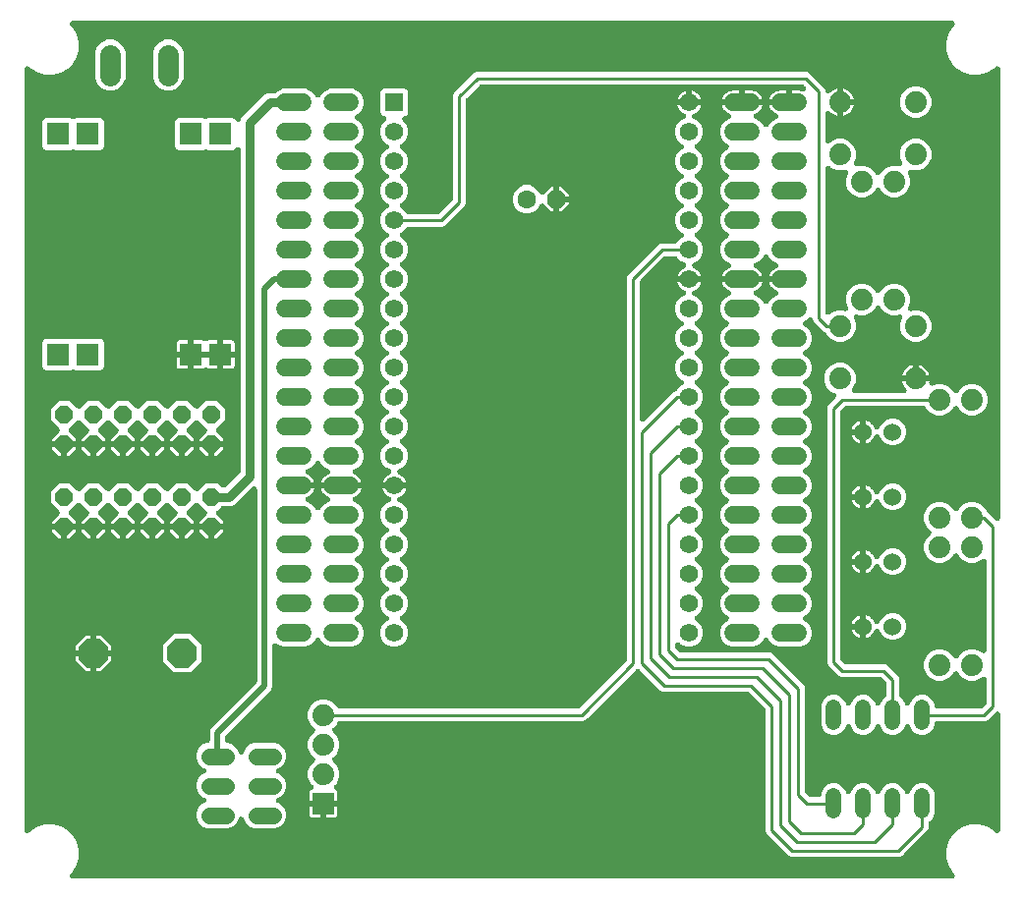
<source format=gbr>
G04 EAGLE Gerber X2 export*
%TF.Part,Single*%
%TF.FileFunction,Copper,L1,Top,Mixed*%
%TF.FilePolarity,Positive*%
%TF.GenerationSoftware,Autodesk,EAGLE,9.6.2*%
%TF.CreationDate,2025-03-18T09:50:27Z*%
G75*
%MOMM*%
%FSLAX34Y34*%
%LPD*%
%INTop Copper*%
%AMOC8*
5,1,8,0,0,1.08239X$1,22.5*%
G01*
%ADD10P,1.649562X8X22.500000*%
%ADD11P,1.732040X8X22.500000*%
%ADD12C,1.600200*%
%ADD13C,1.524000*%
%ADD14C,1.524000*%
%ADD15R,1.930400X1.930400*%
%ADD16C,1.879600*%
%ADD17P,2.749271X8X22.500000*%
%ADD18R,1.879600X1.879600*%
%ADD19R,1.560000X1.560000*%
%ADD20C,1.560000*%
%ADD21C,1.790700*%
%ADD22C,1.320800*%
%ADD23C,1.422400*%
%ADD24C,0.254000*%
%ADD25C,0.762000*%
%ADD26C,0.508000*%

G36*
X810586Y11442D02*
X810586Y11442D01*
X810716Y11444D01*
X810809Y11462D01*
X810905Y11471D01*
X811030Y11505D01*
X811158Y11530D01*
X811247Y11564D01*
X811339Y11589D01*
X811456Y11645D01*
X811578Y11692D01*
X811660Y11742D01*
X811746Y11783D01*
X811851Y11858D01*
X811963Y11926D01*
X812034Y11989D01*
X812112Y12045D01*
X812203Y12138D01*
X812300Y12224D01*
X812359Y12299D01*
X812426Y12367D01*
X812499Y12475D01*
X812579Y12577D01*
X812625Y12661D01*
X812678Y12740D01*
X812731Y12859D01*
X812792Y12974D01*
X812822Y13065D01*
X812860Y13152D01*
X812891Y13279D01*
X812931Y13402D01*
X812944Y13497D01*
X812967Y13590D01*
X812975Y13719D01*
X812993Y13848D01*
X812989Y13944D01*
X812995Y14039D01*
X812980Y14168D01*
X812974Y14298D01*
X812954Y14391D01*
X812943Y14486D01*
X812905Y14611D01*
X812877Y14738D01*
X812840Y14826D01*
X812812Y14917D01*
X812753Y15033D01*
X812703Y15153D01*
X812651Y15233D01*
X812608Y15319D01*
X812529Y15422D01*
X812459Y15531D01*
X812373Y15629D01*
X812336Y15677D01*
X812303Y15708D01*
X812252Y15766D01*
X810446Y17571D01*
X807134Y23308D01*
X805419Y29707D01*
X805419Y36333D01*
X807134Y42732D01*
X810446Y48469D01*
X815131Y53154D01*
X820868Y56466D01*
X827267Y58181D01*
X833893Y58181D01*
X840292Y56466D01*
X846029Y53154D01*
X847834Y51348D01*
X847934Y51265D01*
X848027Y51174D01*
X848107Y51121D01*
X848180Y51059D01*
X848293Y50995D01*
X848400Y50922D01*
X848488Y50883D01*
X848571Y50836D01*
X848693Y50792D01*
X848812Y50740D01*
X848905Y50717D01*
X848995Y50685D01*
X849123Y50664D01*
X849250Y50633D01*
X849345Y50627D01*
X849439Y50612D01*
X849569Y50613D01*
X849699Y50605D01*
X849794Y50616D01*
X849890Y50618D01*
X850017Y50642D01*
X850146Y50657D01*
X850238Y50685D01*
X850332Y50703D01*
X850453Y50750D01*
X850577Y50788D01*
X850663Y50831D01*
X850752Y50866D01*
X850863Y50933D01*
X850979Y50992D01*
X851055Y51050D01*
X851136Y51099D01*
X851234Y51186D01*
X851337Y51264D01*
X851402Y51334D01*
X851474Y51398D01*
X851554Y51500D01*
X851643Y51595D01*
X851694Y51676D01*
X851753Y51751D01*
X851815Y51865D01*
X851884Y51975D01*
X851921Y52063D01*
X851966Y52148D01*
X852006Y52271D01*
X852055Y52392D01*
X852075Y52485D01*
X852105Y52576D01*
X852123Y52704D01*
X852150Y52832D01*
X852158Y52961D01*
X852166Y53022D01*
X852165Y53067D01*
X852169Y53144D01*
X852169Y152695D01*
X852158Y152824D01*
X852156Y152954D01*
X852138Y153048D01*
X852129Y153143D01*
X852095Y153269D01*
X852070Y153396D01*
X852036Y153485D01*
X852011Y153577D01*
X851955Y153695D01*
X851908Y153816D01*
X851858Y153898D01*
X851817Y153984D01*
X851742Y154090D01*
X851674Y154201D01*
X851611Y154272D01*
X851555Y154350D01*
X851462Y154441D01*
X851376Y154538D01*
X851301Y154598D01*
X851233Y154664D01*
X851125Y154737D01*
X851023Y154818D01*
X850939Y154863D01*
X850860Y154916D01*
X850741Y154969D01*
X850626Y155030D01*
X850535Y155060D01*
X850448Y155099D01*
X850321Y155129D01*
X850198Y155169D01*
X850103Y155183D01*
X850010Y155205D01*
X849881Y155213D01*
X849752Y155231D01*
X849656Y155227D01*
X849561Y155233D01*
X849432Y155218D01*
X849302Y155213D01*
X849209Y155192D01*
X849114Y155181D01*
X848989Y155143D01*
X848862Y155115D01*
X848774Y155078D01*
X848683Y155050D01*
X848567Y154991D01*
X848447Y154941D01*
X848367Y154889D01*
X848281Y154846D01*
X848178Y154768D01*
X848069Y154697D01*
X847971Y154611D01*
X847923Y154574D01*
X847892Y154541D01*
X847834Y154490D01*
X841222Y147877D01*
X839261Y147065D01*
X798068Y147065D01*
X798033Y147062D01*
X797999Y147064D01*
X797810Y147042D01*
X797619Y147025D01*
X797586Y147016D01*
X797552Y147012D01*
X797369Y146957D01*
X797185Y146907D01*
X797154Y146892D01*
X797121Y146882D01*
X796950Y146795D01*
X796778Y146713D01*
X796750Y146693D01*
X796719Y146678D01*
X796567Y146562D01*
X796412Y146451D01*
X796388Y146426D01*
X796361Y146406D01*
X796232Y146266D01*
X796098Y146129D01*
X796079Y146100D01*
X796055Y146074D01*
X795953Y145913D01*
X795846Y145756D01*
X795832Y145724D01*
X795814Y145695D01*
X795741Y145518D01*
X795664Y145344D01*
X795656Y145310D01*
X795643Y145278D01*
X795603Y145091D01*
X795557Y144906D01*
X795555Y144872D01*
X795548Y144838D01*
X795529Y144526D01*
X795529Y143674D01*
X793905Y139753D01*
X790903Y136751D01*
X786982Y135127D01*
X782738Y135127D01*
X778817Y136751D01*
X775815Y139753D01*
X774506Y142914D01*
X774446Y143029D01*
X774394Y143149D01*
X774342Y143228D01*
X774297Y143313D01*
X774218Y143416D01*
X774146Y143525D01*
X774080Y143594D01*
X774022Y143669D01*
X773925Y143756D01*
X773835Y143850D01*
X773758Y143907D01*
X773687Y143971D01*
X773577Y144039D01*
X773472Y144116D01*
X773386Y144158D01*
X773305Y144209D01*
X773184Y144257D01*
X773068Y144314D01*
X772976Y144340D01*
X772887Y144375D01*
X772759Y144402D01*
X772634Y144437D01*
X772539Y144446D01*
X772446Y144466D01*
X772316Y144469D01*
X772186Y144482D01*
X772091Y144474D01*
X771996Y144476D01*
X771867Y144456D01*
X771737Y144446D01*
X771645Y144422D01*
X771551Y144407D01*
X771427Y144365D01*
X771302Y144332D01*
X771215Y144292D01*
X771125Y144261D01*
X771011Y144198D01*
X770893Y144143D01*
X770815Y144088D01*
X770732Y144042D01*
X770631Y143959D01*
X770524Y143885D01*
X770457Y143817D01*
X770383Y143756D01*
X770299Y143658D01*
X770207Y143565D01*
X770153Y143487D01*
X770091Y143414D01*
X770025Y143302D01*
X769951Y143195D01*
X769894Y143078D01*
X769863Y143026D01*
X769848Y142983D01*
X769814Y142914D01*
X768505Y139753D01*
X765503Y136751D01*
X761582Y135127D01*
X757338Y135127D01*
X753417Y136751D01*
X750415Y139753D01*
X749106Y142914D01*
X749046Y143029D01*
X748994Y143149D01*
X748942Y143228D01*
X748897Y143313D01*
X748818Y143416D01*
X748746Y143525D01*
X748680Y143594D01*
X748622Y143669D01*
X748525Y143756D01*
X748436Y143850D01*
X748358Y143907D01*
X748288Y143971D01*
X748177Y144040D01*
X748072Y144116D01*
X747986Y144158D01*
X747905Y144209D01*
X747784Y144257D01*
X747668Y144314D01*
X747576Y144340D01*
X747487Y144375D01*
X747360Y144401D01*
X747234Y144437D01*
X747139Y144446D01*
X747046Y144466D01*
X746916Y144469D01*
X746786Y144482D01*
X746691Y144474D01*
X746596Y144476D01*
X746467Y144456D01*
X746337Y144446D01*
X746245Y144422D01*
X746151Y144407D01*
X746028Y144365D01*
X745902Y144332D01*
X745815Y144292D01*
X745725Y144261D01*
X745611Y144198D01*
X745493Y144143D01*
X745415Y144088D01*
X745332Y144042D01*
X745231Y143959D01*
X745124Y143885D01*
X745057Y143817D01*
X744983Y143757D01*
X744899Y143658D01*
X744807Y143565D01*
X744753Y143487D01*
X744691Y143414D01*
X744625Y143302D01*
X744551Y143195D01*
X744494Y143078D01*
X744463Y143026D01*
X744448Y142984D01*
X744414Y142914D01*
X743105Y139753D01*
X740103Y136751D01*
X736182Y135127D01*
X731938Y135127D01*
X728017Y136751D01*
X725015Y139753D01*
X723706Y142914D01*
X723646Y143029D01*
X723594Y143149D01*
X723542Y143229D01*
X723497Y143313D01*
X723418Y143416D01*
X723346Y143524D01*
X723280Y143594D01*
X723222Y143669D01*
X723125Y143756D01*
X723036Y143850D01*
X722958Y143907D01*
X722887Y143971D01*
X722777Y144039D01*
X722672Y144116D01*
X722586Y144158D01*
X722505Y144209D01*
X722385Y144257D01*
X722268Y144314D01*
X722176Y144340D01*
X722087Y144375D01*
X721960Y144401D01*
X721834Y144437D01*
X721739Y144446D01*
X721646Y144466D01*
X721516Y144469D01*
X721386Y144482D01*
X721291Y144474D01*
X721196Y144476D01*
X721067Y144456D01*
X720937Y144446D01*
X720845Y144422D01*
X720751Y144407D01*
X720628Y144365D01*
X720502Y144332D01*
X720415Y144292D01*
X720325Y144261D01*
X720211Y144198D01*
X720093Y144143D01*
X720015Y144088D01*
X719932Y144042D01*
X719831Y143959D01*
X719724Y143885D01*
X719657Y143817D01*
X719583Y143756D01*
X719499Y143657D01*
X719407Y143565D01*
X719353Y143487D01*
X719291Y143414D01*
X719225Y143302D01*
X719151Y143195D01*
X719094Y143078D01*
X719063Y143026D01*
X719048Y142984D01*
X719014Y142914D01*
X717705Y139753D01*
X714703Y136751D01*
X710782Y135127D01*
X706538Y135127D01*
X702617Y136751D01*
X699615Y139753D01*
X697991Y143674D01*
X697991Y161126D01*
X699615Y165047D01*
X702617Y168049D01*
X706538Y169673D01*
X710782Y169673D01*
X714703Y168049D01*
X717705Y165047D01*
X719014Y161886D01*
X719074Y161771D01*
X719126Y161651D01*
X719178Y161571D01*
X719223Y161487D01*
X719302Y161384D01*
X719374Y161276D01*
X719440Y161206D01*
X719498Y161131D01*
X719595Y161044D01*
X719685Y160950D01*
X719762Y160893D01*
X719833Y160829D01*
X719943Y160760D01*
X720048Y160684D01*
X720134Y160642D01*
X720215Y160591D01*
X720336Y160543D01*
X720452Y160486D01*
X720544Y160460D01*
X720633Y160425D01*
X720761Y160399D01*
X720886Y160363D01*
X720981Y160354D01*
X721074Y160334D01*
X721204Y160331D01*
X721334Y160318D01*
X721429Y160326D01*
X721524Y160324D01*
X721653Y160344D01*
X721783Y160354D01*
X721875Y160378D01*
X721969Y160393D01*
X722092Y160435D01*
X722218Y160468D01*
X722305Y160508D01*
X722395Y160539D01*
X722509Y160602D01*
X722627Y160657D01*
X722705Y160712D01*
X722788Y160758D01*
X722889Y160841D01*
X722996Y160915D01*
X723063Y160983D01*
X723137Y161044D01*
X723221Y161142D01*
X723313Y161235D01*
X723367Y161313D01*
X723429Y161386D01*
X723495Y161498D01*
X723569Y161605D01*
X723626Y161722D01*
X723657Y161775D01*
X723672Y161816D01*
X723706Y161886D01*
X725015Y165047D01*
X728017Y168049D01*
X731938Y169673D01*
X736182Y169673D01*
X740103Y168049D01*
X743105Y165047D01*
X744414Y161886D01*
X744474Y161771D01*
X744526Y161651D01*
X744578Y161572D01*
X744623Y161487D01*
X744702Y161384D01*
X744774Y161275D01*
X744840Y161206D01*
X744898Y161131D01*
X744995Y161044D01*
X745085Y160950D01*
X745162Y160893D01*
X745233Y160829D01*
X745343Y160761D01*
X745448Y160684D01*
X745534Y160642D01*
X745615Y160591D01*
X745736Y160543D01*
X745852Y160486D01*
X745944Y160460D01*
X746033Y160425D01*
X746161Y160398D01*
X746286Y160363D01*
X746381Y160354D01*
X746474Y160334D01*
X746604Y160331D01*
X746734Y160318D01*
X746829Y160326D01*
X746924Y160324D01*
X747053Y160344D01*
X747183Y160354D01*
X747275Y160378D01*
X747369Y160393D01*
X747493Y160435D01*
X747618Y160468D01*
X747705Y160508D01*
X747795Y160539D01*
X747909Y160602D01*
X748027Y160657D01*
X748105Y160712D01*
X748188Y160758D01*
X748289Y160841D01*
X748396Y160915D01*
X748463Y160983D01*
X748537Y161044D01*
X748621Y161142D01*
X748713Y161235D01*
X748767Y161313D01*
X748829Y161386D01*
X748895Y161498D01*
X748969Y161605D01*
X749026Y161722D01*
X749057Y161774D01*
X749072Y161817D01*
X749106Y161886D01*
X750415Y165047D01*
X753382Y168013D01*
X753487Y168139D01*
X753599Y168260D01*
X753631Y168312D01*
X753670Y168359D01*
X753752Y168501D01*
X753840Y168640D01*
X753864Y168697D01*
X753894Y168750D01*
X753949Y168905D01*
X754011Y169057D01*
X754024Y169116D01*
X754045Y169174D01*
X754071Y169336D01*
X754106Y169497D01*
X754111Y169574D01*
X754118Y169618D01*
X754117Y169679D01*
X754125Y169809D01*
X754125Y179618D01*
X754111Y179782D01*
X754104Y179947D01*
X754091Y180006D01*
X754085Y180067D01*
X754042Y180226D01*
X754006Y180386D01*
X753983Y180443D01*
X753967Y180501D01*
X753896Y180649D01*
X753833Y180802D01*
X753800Y180853D01*
X753773Y180908D01*
X753678Y181041D01*
X753588Y181180D01*
X753537Y181238D01*
X753511Y181274D01*
X753468Y181317D01*
X753382Y181414D01*
X750374Y184422D01*
X750248Y184527D01*
X750127Y184639D01*
X750075Y184671D01*
X750029Y184710D01*
X749886Y184792D01*
X749747Y184880D01*
X749691Y184904D01*
X749638Y184934D01*
X749483Y184989D01*
X749331Y185051D01*
X749271Y185064D01*
X749213Y185085D01*
X749051Y185111D01*
X748890Y185146D01*
X748813Y185151D01*
X748769Y185158D01*
X748708Y185157D01*
X748578Y185165D01*
X715219Y185165D01*
X713258Y185977D01*
X705995Y193240D01*
X704137Y195098D01*
X703325Y197059D01*
X703325Y417621D01*
X704137Y419582D01*
X705995Y421440D01*
X710111Y425555D01*
X710164Y425619D01*
X710223Y425675D01*
X710308Y425791D01*
X710400Y425901D01*
X710441Y425972D01*
X710489Y426039D01*
X710552Y426167D01*
X710623Y426292D01*
X710651Y426369D01*
X710687Y426443D01*
X710726Y426581D01*
X710774Y426716D01*
X710788Y426797D01*
X710810Y426877D01*
X710824Y427019D01*
X710848Y427160D01*
X710846Y427242D01*
X710855Y427325D01*
X710843Y427467D01*
X710841Y427610D01*
X710826Y427691D01*
X710819Y427773D01*
X710783Y427912D01*
X710756Y428052D01*
X710726Y428129D01*
X710705Y428209D01*
X710645Y428339D01*
X710594Y428472D01*
X710551Y428543D01*
X710516Y428618D01*
X710434Y428735D01*
X710360Y428857D01*
X710305Y428919D01*
X710258Y428986D01*
X710156Y429087D01*
X710061Y429195D01*
X709997Y429246D01*
X709938Y429304D01*
X709821Y429385D01*
X709708Y429474D01*
X709636Y429513D01*
X709568Y429560D01*
X709346Y429668D01*
X709311Y429687D01*
X709301Y429690D01*
X709287Y429697D01*
X706622Y430801D01*
X702835Y434588D01*
X700785Y439536D01*
X700785Y444892D01*
X702835Y449840D01*
X706622Y453627D01*
X711570Y455677D01*
X716926Y455677D01*
X721874Y453627D01*
X725661Y449840D01*
X727711Y444892D01*
X727711Y439536D01*
X725661Y434588D01*
X724923Y433850D01*
X724839Y433750D01*
X724749Y433657D01*
X724695Y433577D01*
X724634Y433504D01*
X724569Y433391D01*
X724496Y433284D01*
X724458Y433196D01*
X724410Y433113D01*
X724367Y432991D01*
X724314Y432872D01*
X724292Y432779D01*
X724260Y432689D01*
X724238Y432561D01*
X724208Y432434D01*
X724202Y432339D01*
X724186Y432245D01*
X724188Y432115D01*
X724180Y431985D01*
X724191Y431890D01*
X724192Y431795D01*
X724217Y431667D01*
X724232Y431538D01*
X724260Y431446D01*
X724278Y431352D01*
X724325Y431231D01*
X724362Y431107D01*
X724406Y431021D01*
X724440Y430932D01*
X724508Y430821D01*
X724567Y430705D01*
X724624Y430629D01*
X724674Y430548D01*
X724760Y430450D01*
X724839Y430347D01*
X724909Y430282D01*
X724972Y430210D01*
X725074Y430130D01*
X725170Y430041D01*
X725250Y429990D01*
X725325Y429931D01*
X725440Y429870D01*
X725550Y429800D01*
X725638Y429763D01*
X725722Y429718D01*
X725846Y429678D01*
X725966Y429629D01*
X726060Y429609D01*
X726150Y429579D01*
X726279Y429561D01*
X726406Y429534D01*
X726536Y429526D01*
X726596Y429518D01*
X726641Y429519D01*
X726718Y429515D01*
X768957Y429515D01*
X769087Y429526D01*
X769217Y429528D01*
X769310Y429546D01*
X769406Y429555D01*
X769531Y429589D01*
X769659Y429614D01*
X769748Y429648D01*
X769840Y429673D01*
X769957Y429729D01*
X770079Y429776D01*
X770160Y429826D01*
X770247Y429867D01*
X770352Y429942D01*
X770463Y430010D01*
X770535Y430073D01*
X770613Y430129D01*
X770703Y430222D01*
X770801Y430308D01*
X770860Y430383D01*
X770927Y430451D01*
X771000Y430559D01*
X771080Y430661D01*
X771125Y430745D01*
X771179Y430824D01*
X771231Y430943D01*
X771293Y431058D01*
X771322Y431149D01*
X771361Y431236D01*
X771392Y431362D01*
X771432Y431486D01*
X771445Y431581D01*
X771468Y431674D01*
X771476Y431803D01*
X771493Y431932D01*
X771490Y432028D01*
X771495Y432123D01*
X771480Y432252D01*
X771475Y432382D01*
X771454Y432475D01*
X771443Y432570D01*
X771406Y432695D01*
X771377Y432822D01*
X771341Y432910D01*
X771313Y433001D01*
X771254Y433117D01*
X771204Y433237D01*
X771152Y433317D01*
X771109Y433403D01*
X771030Y433506D01*
X770960Y433615D01*
X770873Y433713D01*
X770837Y433761D01*
X770804Y433792D01*
X770753Y433850D01*
X770166Y434436D01*
X769061Y435957D01*
X768208Y437631D01*
X767627Y439418D01*
X767587Y439675D01*
X779272Y439675D01*
X790957Y439675D01*
X790908Y439362D01*
X790883Y439243D01*
X790840Y439053D01*
X790838Y439022D01*
X790832Y438992D01*
X790828Y438798D01*
X790818Y438603D01*
X790822Y438573D01*
X790822Y438542D01*
X790851Y438350D01*
X790876Y438157D01*
X790886Y438128D01*
X790890Y438097D01*
X790954Y437913D01*
X791013Y437728D01*
X791027Y437700D01*
X791037Y437672D01*
X791132Y437501D01*
X791222Y437329D01*
X791241Y437305D01*
X791256Y437278D01*
X791380Y437127D01*
X791499Y436974D01*
X791522Y436954D01*
X791541Y436930D01*
X791689Y436803D01*
X791834Y436673D01*
X791860Y436657D01*
X791884Y436637D01*
X792051Y436539D01*
X792217Y436437D01*
X792246Y436425D01*
X792272Y436410D01*
X792455Y436343D01*
X792636Y436271D01*
X792666Y436265D01*
X792695Y436255D01*
X792887Y436221D01*
X793078Y436183D01*
X793108Y436182D01*
X793138Y436177D01*
X793334Y436177D01*
X793528Y436173D01*
X793558Y436178D01*
X793589Y436178D01*
X793781Y436213D01*
X793973Y436244D01*
X794001Y436254D01*
X794032Y436259D01*
X794327Y436361D01*
X797422Y437643D01*
X802778Y437643D01*
X807726Y435593D01*
X811513Y431806D01*
X811724Y431297D01*
X811784Y431182D01*
X811836Y431062D01*
X811888Y430982D01*
X811933Y430898D01*
X812012Y430795D01*
X812084Y430686D01*
X812150Y430617D01*
X812208Y430542D01*
X812305Y430455D01*
X812395Y430361D01*
X812472Y430304D01*
X812543Y430240D01*
X812653Y430171D01*
X812758Y430095D01*
X812844Y430053D01*
X812925Y430002D01*
X813046Y429954D01*
X813163Y429897D01*
X813254Y429871D01*
X813343Y429836D01*
X813471Y429810D01*
X813596Y429774D01*
X813691Y429765D01*
X813784Y429745D01*
X813914Y429742D01*
X814044Y429729D01*
X814139Y429737D01*
X814234Y429735D01*
X814363Y429755D01*
X814493Y429765D01*
X814585Y429789D01*
X814679Y429804D01*
X814802Y429846D01*
X814928Y429879D01*
X815015Y429919D01*
X815105Y429950D01*
X815219Y430013D01*
X815337Y430068D01*
X815415Y430123D01*
X815498Y430169D01*
X815599Y430252D01*
X815706Y430326D01*
X815773Y430394D01*
X815847Y430455D01*
X815931Y430553D01*
X816023Y430646D01*
X816077Y430724D01*
X816139Y430797D01*
X816205Y430909D01*
X816279Y431016D01*
X816336Y431133D01*
X816367Y431186D01*
X816382Y431228D01*
X816416Y431297D01*
X816627Y431806D01*
X820414Y435593D01*
X825362Y437643D01*
X830718Y437643D01*
X835666Y435593D01*
X839453Y431806D01*
X841503Y426858D01*
X841503Y421502D01*
X839453Y416554D01*
X835666Y412767D01*
X830718Y410717D01*
X825362Y410717D01*
X820414Y412767D01*
X816627Y416554D01*
X816416Y417063D01*
X816356Y417178D01*
X816304Y417298D01*
X816252Y417378D01*
X816207Y417462D01*
X816128Y417565D01*
X816056Y417673D01*
X815990Y417743D01*
X815932Y417818D01*
X815835Y417905D01*
X815746Y417999D01*
X815668Y418056D01*
X815598Y418120D01*
X815487Y418189D01*
X815382Y418265D01*
X815296Y418307D01*
X815215Y418358D01*
X815094Y418406D01*
X814978Y418463D01*
X814886Y418489D01*
X814797Y418524D01*
X814670Y418550D01*
X814544Y418586D01*
X814449Y418595D01*
X814356Y418615D01*
X814226Y418618D01*
X814096Y418631D01*
X814001Y418623D01*
X813906Y418625D01*
X813777Y418605D01*
X813648Y418595D01*
X813555Y418571D01*
X813461Y418556D01*
X813338Y418514D01*
X813212Y418481D01*
X813125Y418441D01*
X813035Y418410D01*
X812921Y418347D01*
X812803Y418292D01*
X812725Y418237D01*
X812642Y418191D01*
X812541Y418108D01*
X812435Y418034D01*
X812367Y417966D01*
X812293Y417905D01*
X812209Y417807D01*
X812117Y417714D01*
X812063Y417636D01*
X812001Y417563D01*
X811935Y417451D01*
X811861Y417344D01*
X811804Y417227D01*
X811773Y417175D01*
X811758Y417133D01*
X811724Y417063D01*
X811513Y416554D01*
X807726Y412767D01*
X802778Y410717D01*
X797422Y410717D01*
X792474Y412767D01*
X788687Y416554D01*
X788387Y417278D01*
X788289Y417465D01*
X788193Y417655D01*
X788185Y417665D01*
X788179Y417677D01*
X788048Y417845D01*
X787921Y418013D01*
X787911Y418022D01*
X787903Y418033D01*
X787745Y418175D01*
X787590Y418319D01*
X787578Y418326D01*
X787569Y418334D01*
X787389Y418447D01*
X787210Y418560D01*
X787198Y418565D01*
X787186Y418572D01*
X786990Y418651D01*
X786793Y418731D01*
X786780Y418734D01*
X786768Y418739D01*
X786561Y418781D01*
X786353Y418826D01*
X786337Y418827D01*
X786327Y418829D01*
X786287Y418830D01*
X786041Y418845D01*
X719542Y418845D01*
X719378Y418831D01*
X719213Y418824D01*
X719154Y418811D01*
X719093Y418805D01*
X718934Y418762D01*
X718774Y418726D01*
X718717Y418703D01*
X718659Y418687D01*
X718511Y418616D01*
X718358Y418553D01*
X718307Y418520D01*
X718252Y418493D01*
X718119Y418398D01*
X717980Y418308D01*
X717922Y418257D01*
X717886Y418231D01*
X717843Y418188D01*
X717746Y418102D01*
X714738Y415094D01*
X714633Y414968D01*
X714521Y414847D01*
X714489Y414795D01*
X714450Y414749D01*
X714368Y414606D01*
X714280Y414467D01*
X714256Y414411D01*
X714226Y414358D01*
X714171Y414203D01*
X714109Y414051D01*
X714096Y413991D01*
X714075Y413933D01*
X714049Y413771D01*
X714014Y413610D01*
X714009Y413533D01*
X714002Y413489D01*
X714003Y413428D01*
X713995Y413298D01*
X713995Y201382D01*
X714009Y201218D01*
X714016Y201053D01*
X714029Y200994D01*
X714035Y200933D01*
X714078Y200774D01*
X714114Y200614D01*
X714137Y200557D01*
X714153Y200499D01*
X714224Y200351D01*
X714287Y200198D01*
X714320Y200147D01*
X714347Y200092D01*
X714442Y199959D01*
X714532Y199820D01*
X714583Y199762D01*
X714609Y199726D01*
X714652Y199683D01*
X714738Y199586D01*
X717746Y196578D01*
X717872Y196473D01*
X717993Y196361D01*
X718045Y196329D01*
X718091Y196290D01*
X718234Y196208D01*
X718373Y196120D01*
X718429Y196096D01*
X718482Y196066D01*
X718637Y196011D01*
X718789Y195949D01*
X718849Y195936D01*
X718907Y195915D01*
X719069Y195889D01*
X719230Y195854D01*
X719307Y195849D01*
X719351Y195842D01*
X719412Y195843D01*
X719542Y195835D01*
X752901Y195835D01*
X754862Y195023D01*
X763983Y185902D01*
X764795Y183941D01*
X764795Y169809D01*
X764809Y169645D01*
X764816Y169481D01*
X764829Y169421D01*
X764835Y169360D01*
X764878Y169202D01*
X764914Y169041D01*
X764937Y168985D01*
X764953Y168926D01*
X765024Y168778D01*
X765087Y168626D01*
X765120Y168574D01*
X765147Y168519D01*
X765242Y168386D01*
X765332Y168248D01*
X765383Y168190D01*
X765409Y168153D01*
X765452Y168111D01*
X765538Y168013D01*
X768505Y165047D01*
X769814Y161886D01*
X769874Y161771D01*
X769926Y161651D01*
X769978Y161572D01*
X770023Y161487D01*
X770102Y161384D01*
X770174Y161275D01*
X770240Y161206D01*
X770298Y161131D01*
X770395Y161044D01*
X770484Y160950D01*
X770562Y160893D01*
X770632Y160829D01*
X770743Y160760D01*
X770848Y160684D01*
X770934Y160642D01*
X771015Y160591D01*
X771136Y160543D01*
X771252Y160486D01*
X771344Y160460D01*
X771433Y160425D01*
X771560Y160399D01*
X771686Y160363D01*
X771781Y160354D01*
X771874Y160334D01*
X772004Y160331D01*
X772134Y160318D01*
X772229Y160326D01*
X772324Y160324D01*
X772453Y160344D01*
X772583Y160354D01*
X772675Y160378D01*
X772769Y160393D01*
X772892Y160435D01*
X773018Y160468D01*
X773105Y160508D01*
X773195Y160539D01*
X773309Y160602D01*
X773427Y160657D01*
X773505Y160712D01*
X773588Y160758D01*
X773689Y160841D01*
X773796Y160915D01*
X773863Y160983D01*
X773937Y161043D01*
X774021Y161142D01*
X774113Y161235D01*
X774167Y161313D01*
X774229Y161386D01*
X774295Y161498D01*
X774369Y161605D01*
X774426Y161722D01*
X774457Y161774D01*
X774472Y161816D01*
X774506Y161886D01*
X775815Y165047D01*
X778817Y168049D01*
X782738Y169673D01*
X786982Y169673D01*
X790903Y168049D01*
X793905Y165047D01*
X795529Y161126D01*
X795529Y160274D01*
X795532Y160239D01*
X795530Y160205D01*
X795552Y160016D01*
X795569Y159825D01*
X795578Y159792D01*
X795582Y159758D01*
X795637Y159575D01*
X795687Y159391D01*
X795702Y159360D01*
X795712Y159327D01*
X795799Y159156D01*
X795881Y158984D01*
X795901Y158956D01*
X795916Y158925D01*
X796032Y158773D01*
X796143Y158618D01*
X796168Y158594D01*
X796188Y158567D01*
X796328Y158438D01*
X796465Y158304D01*
X796494Y158285D01*
X796520Y158261D01*
X796681Y158159D01*
X796838Y158052D01*
X796870Y158038D01*
X796899Y158020D01*
X797076Y157947D01*
X797250Y157870D01*
X797284Y157862D01*
X797316Y157849D01*
X797503Y157809D01*
X797688Y157763D01*
X797722Y157761D01*
X797756Y157754D01*
X798068Y157735D01*
X834938Y157735D01*
X835102Y157749D01*
X835267Y157756D01*
X835326Y157769D01*
X835387Y157775D01*
X835546Y157818D01*
X835706Y157854D01*
X835763Y157877D01*
X835821Y157893D01*
X835969Y157964D01*
X836122Y158027D01*
X836173Y158060D01*
X836228Y158087D01*
X836361Y158182D01*
X836500Y158272D01*
X836558Y158323D01*
X836594Y158349D01*
X836637Y158392D01*
X836734Y158478D01*
X839742Y161486D01*
X839847Y161612D01*
X839959Y161733D01*
X839991Y161785D01*
X840030Y161831D01*
X840112Y161974D01*
X840200Y162113D01*
X840224Y162169D01*
X840254Y162222D01*
X840309Y162377D01*
X840371Y162529D01*
X840384Y162589D01*
X840405Y162647D01*
X840431Y162809D01*
X840466Y162970D01*
X840471Y163047D01*
X840478Y163091D01*
X840477Y163152D01*
X840485Y163282D01*
X840485Y182856D01*
X840474Y182985D01*
X840472Y183115D01*
X840454Y183209D01*
X840445Y183304D01*
X840411Y183430D01*
X840386Y183557D01*
X840352Y183647D01*
X840327Y183739D01*
X840271Y183856D01*
X840224Y183977D01*
X840174Y184059D01*
X840133Y184145D01*
X840058Y184251D01*
X839990Y184362D01*
X839927Y184434D01*
X839871Y184511D01*
X839778Y184602D01*
X839692Y184700D01*
X839617Y184759D01*
X839549Y184825D01*
X839441Y184898D01*
X839339Y184979D01*
X839255Y185024D01*
X839176Y185078D01*
X839057Y185130D01*
X838942Y185192D01*
X838851Y185221D01*
X838764Y185260D01*
X838637Y185291D01*
X838514Y185331D01*
X838419Y185344D01*
X838326Y185366D01*
X838197Y185374D01*
X838068Y185392D01*
X837972Y185388D01*
X837877Y185394D01*
X837748Y185379D01*
X837618Y185374D01*
X837525Y185353D01*
X837430Y185342D01*
X837305Y185304D01*
X837178Y185276D01*
X837090Y185239D01*
X836999Y185212D01*
X836883Y185153D01*
X836763Y185103D01*
X836683Y185051D01*
X836597Y185007D01*
X836494Y184929D01*
X836385Y184858D01*
X836287Y184772D01*
X836239Y184735D01*
X836208Y184703D01*
X836150Y184651D01*
X835666Y184167D01*
X830718Y182117D01*
X825362Y182117D01*
X820414Y184167D01*
X816627Y187954D01*
X816416Y188463D01*
X816356Y188578D01*
X816304Y188698D01*
X816252Y188778D01*
X816207Y188862D01*
X816128Y188965D01*
X816056Y189074D01*
X815990Y189143D01*
X815932Y189218D01*
X815835Y189305D01*
X815745Y189399D01*
X815668Y189456D01*
X815597Y189520D01*
X815487Y189589D01*
X815382Y189665D01*
X815296Y189707D01*
X815215Y189758D01*
X815094Y189806D01*
X814977Y189863D01*
X814886Y189889D01*
X814797Y189924D01*
X814669Y189950D01*
X814544Y189986D01*
X814449Y189995D01*
X814356Y190015D01*
X814226Y190018D01*
X814096Y190031D01*
X814001Y190023D01*
X813906Y190025D01*
X813777Y190005D01*
X813647Y189995D01*
X813555Y189971D01*
X813461Y189956D01*
X813338Y189914D01*
X813212Y189881D01*
X813125Y189841D01*
X813035Y189810D01*
X812921Y189747D01*
X812803Y189692D01*
X812725Y189637D01*
X812642Y189591D01*
X812541Y189508D01*
X812434Y189434D01*
X812367Y189366D01*
X812293Y189305D01*
X812209Y189207D01*
X812117Y189114D01*
X812063Y189036D01*
X812001Y188963D01*
X811935Y188851D01*
X811861Y188744D01*
X811804Y188627D01*
X811773Y188574D01*
X811758Y188532D01*
X811724Y188463D01*
X811513Y187954D01*
X807726Y184167D01*
X802778Y182117D01*
X797422Y182117D01*
X792474Y184167D01*
X788687Y187954D01*
X786637Y192902D01*
X786637Y198258D01*
X788687Y203206D01*
X792474Y206993D01*
X797422Y209043D01*
X802778Y209043D01*
X807726Y206993D01*
X811513Y203206D01*
X811724Y202697D01*
X811784Y202582D01*
X811836Y202462D01*
X811888Y202382D01*
X811933Y202298D01*
X812012Y202195D01*
X812084Y202087D01*
X812150Y202017D01*
X812208Y201942D01*
X812305Y201855D01*
X812394Y201761D01*
X812472Y201704D01*
X812542Y201640D01*
X812653Y201571D01*
X812758Y201495D01*
X812844Y201453D01*
X812925Y201402D01*
X813046Y201354D01*
X813162Y201297D01*
X813254Y201271D01*
X813343Y201236D01*
X813470Y201210D01*
X813596Y201174D01*
X813691Y201165D01*
X813784Y201145D01*
X813914Y201142D01*
X814044Y201129D01*
X814139Y201137D01*
X814234Y201135D01*
X814363Y201155D01*
X814492Y201165D01*
X814585Y201189D01*
X814679Y201204D01*
X814802Y201246D01*
X814928Y201279D01*
X815015Y201319D01*
X815105Y201350D01*
X815219Y201413D01*
X815337Y201468D01*
X815415Y201523D01*
X815498Y201569D01*
X815599Y201652D01*
X815705Y201726D01*
X815773Y201794D01*
X815847Y201855D01*
X815931Y201953D01*
X816023Y202046D01*
X816077Y202124D01*
X816139Y202197D01*
X816205Y202309D01*
X816279Y202416D01*
X816336Y202533D01*
X816367Y202585D01*
X816382Y202627D01*
X816416Y202697D01*
X816627Y203206D01*
X820414Y206993D01*
X825362Y209043D01*
X830718Y209043D01*
X835666Y206993D01*
X836150Y206509D01*
X836250Y206425D01*
X836343Y206335D01*
X836423Y206281D01*
X836496Y206220D01*
X836609Y206155D01*
X836716Y206082D01*
X836804Y206044D01*
X836887Y205996D01*
X837009Y205953D01*
X837128Y205900D01*
X837221Y205878D01*
X837311Y205846D01*
X837439Y205824D01*
X837566Y205794D01*
X837661Y205788D01*
X837755Y205772D01*
X837885Y205774D01*
X838015Y205766D01*
X838110Y205777D01*
X838205Y205778D01*
X838333Y205803D01*
X838462Y205818D01*
X838554Y205846D01*
X838648Y205864D01*
X838769Y205911D01*
X838893Y205948D01*
X838978Y205992D01*
X839068Y206026D01*
X839179Y206094D01*
X839295Y206153D01*
X839371Y206210D01*
X839452Y206260D01*
X839550Y206346D01*
X839653Y206425D01*
X839718Y206495D01*
X839790Y206558D01*
X839870Y206660D01*
X839959Y206756D01*
X840010Y206836D01*
X840069Y206911D01*
X840130Y207026D01*
X840200Y207136D01*
X840237Y207224D01*
X840282Y207308D01*
X840322Y207432D01*
X840371Y207552D01*
X840391Y207645D01*
X840421Y207736D01*
X840439Y207865D01*
X840466Y207992D01*
X840474Y208122D01*
X840482Y208182D01*
X840481Y208227D01*
X840485Y208304D01*
X840485Y284456D01*
X840474Y284585D01*
X840472Y284715D01*
X840454Y284809D01*
X840445Y284904D01*
X840411Y285030D01*
X840386Y285157D01*
X840352Y285247D01*
X840327Y285339D01*
X840271Y285456D01*
X840224Y285577D01*
X840174Y285659D01*
X840133Y285745D01*
X840058Y285851D01*
X839990Y285962D01*
X839927Y286034D01*
X839871Y286111D01*
X839778Y286202D01*
X839692Y286300D01*
X839617Y286359D01*
X839549Y286425D01*
X839441Y286498D01*
X839339Y286579D01*
X839255Y286624D01*
X839176Y286678D01*
X839057Y286730D01*
X838942Y286792D01*
X838851Y286821D01*
X838764Y286860D01*
X838637Y286891D01*
X838514Y286931D01*
X838419Y286944D01*
X838326Y286966D01*
X838197Y286974D01*
X838068Y286992D01*
X837972Y286988D01*
X837877Y286994D01*
X837748Y286979D01*
X837618Y286974D01*
X837525Y286953D01*
X837430Y286942D01*
X837305Y286904D01*
X837178Y286876D01*
X837090Y286839D01*
X836999Y286812D01*
X836883Y286753D01*
X836763Y286703D01*
X836683Y286651D01*
X836597Y286607D01*
X836494Y286529D01*
X836385Y286458D01*
X836287Y286372D01*
X836239Y286335D01*
X836208Y286303D01*
X836150Y286251D01*
X835666Y285767D01*
X830718Y283717D01*
X825362Y283717D01*
X820414Y285767D01*
X816627Y289554D01*
X816416Y290063D01*
X816356Y290178D01*
X816304Y290298D01*
X816252Y290378D01*
X816207Y290462D01*
X816128Y290565D01*
X816056Y290674D01*
X815990Y290743D01*
X815932Y290818D01*
X815835Y290905D01*
X815745Y290999D01*
X815668Y291056D01*
X815597Y291120D01*
X815487Y291189D01*
X815382Y291265D01*
X815296Y291307D01*
X815215Y291358D01*
X815094Y291406D01*
X814977Y291463D01*
X814886Y291489D01*
X814797Y291524D01*
X814669Y291550D01*
X814544Y291586D01*
X814449Y291595D01*
X814356Y291615D01*
X814226Y291618D01*
X814096Y291631D01*
X814001Y291623D01*
X813906Y291625D01*
X813777Y291605D01*
X813647Y291595D01*
X813555Y291571D01*
X813461Y291556D01*
X813338Y291514D01*
X813212Y291481D01*
X813125Y291441D01*
X813035Y291410D01*
X812921Y291347D01*
X812803Y291292D01*
X812725Y291237D01*
X812642Y291191D01*
X812541Y291108D01*
X812434Y291034D01*
X812367Y290966D01*
X812293Y290905D01*
X812209Y290807D01*
X812117Y290714D01*
X812063Y290636D01*
X812001Y290563D01*
X811935Y290451D01*
X811861Y290344D01*
X811804Y290227D01*
X811773Y290174D01*
X811758Y290132D01*
X811724Y290063D01*
X811513Y289554D01*
X807726Y285767D01*
X802778Y283717D01*
X797422Y283717D01*
X792474Y285767D01*
X788687Y289554D01*
X786637Y294502D01*
X786637Y299858D01*
X788687Y304806D01*
X791965Y308084D01*
X791988Y308111D01*
X792014Y308134D01*
X792132Y308283D01*
X792254Y308430D01*
X792271Y308460D01*
X792293Y308487D01*
X792383Y308655D01*
X792478Y308821D01*
X792489Y308853D01*
X792506Y308884D01*
X792564Y309065D01*
X792628Y309245D01*
X792634Y309279D01*
X792645Y309312D01*
X792671Y309501D01*
X792702Y309689D01*
X792701Y309724D01*
X792706Y309758D01*
X792698Y309948D01*
X792696Y310140D01*
X792689Y310174D01*
X792688Y310208D01*
X792646Y310394D01*
X792610Y310582D01*
X792598Y310614D01*
X792590Y310648D01*
X792517Y310823D01*
X792448Y311002D01*
X792430Y311031D01*
X792417Y311063D01*
X792313Y311223D01*
X792214Y311386D01*
X792191Y311412D01*
X792172Y311441D01*
X791965Y311676D01*
X788687Y314954D01*
X786637Y319902D01*
X786637Y325258D01*
X788687Y330206D01*
X792474Y333993D01*
X797422Y336043D01*
X802778Y336043D01*
X807726Y333993D01*
X811513Y330206D01*
X811724Y329697D01*
X811784Y329582D01*
X811836Y329462D01*
X811888Y329382D01*
X811933Y329298D01*
X812012Y329195D01*
X812084Y329086D01*
X812150Y329017D01*
X812208Y328942D01*
X812305Y328855D01*
X812395Y328761D01*
X812472Y328704D01*
X812543Y328640D01*
X812653Y328571D01*
X812758Y328495D01*
X812844Y328453D01*
X812925Y328402D01*
X813046Y328354D01*
X813163Y328297D01*
X813254Y328271D01*
X813343Y328236D01*
X813471Y328210D01*
X813596Y328174D01*
X813691Y328165D01*
X813784Y328145D01*
X813914Y328142D01*
X814044Y328129D01*
X814139Y328137D01*
X814234Y328135D01*
X814363Y328155D01*
X814493Y328165D01*
X814585Y328189D01*
X814679Y328204D01*
X814802Y328246D01*
X814928Y328279D01*
X815015Y328319D01*
X815105Y328350D01*
X815219Y328413D01*
X815337Y328468D01*
X815415Y328523D01*
X815498Y328569D01*
X815599Y328652D01*
X815706Y328726D01*
X815773Y328794D01*
X815847Y328855D01*
X815931Y328953D01*
X816023Y329046D01*
X816077Y329124D01*
X816139Y329197D01*
X816205Y329309D01*
X816279Y329416D01*
X816336Y329533D01*
X816367Y329586D01*
X816382Y329628D01*
X816416Y329697D01*
X816627Y330206D01*
X820414Y333993D01*
X825362Y336043D01*
X830718Y336043D01*
X835666Y333993D01*
X839453Y330206D01*
X840236Y328316D01*
X840312Y328170D01*
X840381Y328021D01*
X840416Y327971D01*
X840445Y327917D01*
X840545Y327787D01*
X840640Y327652D01*
X840683Y327609D01*
X840720Y327561D01*
X840842Y327451D01*
X840959Y327335D01*
X841009Y327300D01*
X841055Y327259D01*
X841083Y327242D01*
X843080Y325245D01*
X847834Y320490D01*
X847934Y320407D01*
X848027Y320316D01*
X848107Y320262D01*
X848180Y320201D01*
X848293Y320137D01*
X848400Y320064D01*
X848488Y320025D01*
X848571Y319978D01*
X848693Y319934D01*
X848812Y319881D01*
X848905Y319859D01*
X848995Y319827D01*
X849123Y319806D01*
X849250Y319775D01*
X849345Y319769D01*
X849439Y319753D01*
X849569Y319755D01*
X849699Y319747D01*
X849794Y319758D01*
X849890Y319759D01*
X850017Y319784D01*
X850146Y319799D01*
X850238Y319827D01*
X850332Y319845D01*
X850453Y319892D01*
X850577Y319930D01*
X850662Y319973D01*
X850752Y320007D01*
X850863Y320075D01*
X850979Y320134D01*
X851055Y320192D01*
X851136Y320241D01*
X851234Y320327D01*
X851337Y320406D01*
X851402Y320476D01*
X851474Y320539D01*
X851554Y320641D01*
X851643Y320737D01*
X851694Y320818D01*
X851753Y320893D01*
X851814Y321007D01*
X851884Y321117D01*
X851921Y321205D01*
X851966Y321289D01*
X852006Y321413D01*
X852055Y321533D01*
X852075Y321627D01*
X852105Y321718D01*
X852123Y321846D01*
X852150Y321974D01*
X852158Y322103D01*
X852166Y322164D01*
X852165Y322209D01*
X852169Y322285D01*
X852169Y708856D01*
X852158Y708986D01*
X852156Y709116D01*
X852138Y709209D01*
X852129Y709305D01*
X852095Y709430D01*
X852070Y709558D01*
X852036Y709647D01*
X852011Y709739D01*
X851955Y709856D01*
X851908Y709978D01*
X851858Y710060D01*
X851817Y710146D01*
X851742Y710251D01*
X851674Y710363D01*
X851611Y710434D01*
X851555Y710512D01*
X851462Y710603D01*
X851376Y710700D01*
X851301Y710759D01*
X851233Y710826D01*
X851125Y710899D01*
X851023Y710979D01*
X850939Y711025D01*
X850860Y711078D01*
X850741Y711131D01*
X850626Y711192D01*
X850535Y711222D01*
X850448Y711260D01*
X850321Y711291D01*
X850198Y711331D01*
X850103Y711344D01*
X850010Y711367D01*
X849881Y711375D01*
X849752Y711393D01*
X849656Y711389D01*
X849561Y711395D01*
X849432Y711380D01*
X849302Y711374D01*
X849209Y711354D01*
X849114Y711343D01*
X848989Y711305D01*
X848862Y711277D01*
X848774Y711240D01*
X848683Y711212D01*
X848567Y711153D01*
X848447Y711103D01*
X848367Y711051D01*
X848281Y711008D01*
X848178Y710929D01*
X848069Y710859D01*
X847971Y710773D01*
X847923Y710736D01*
X847892Y710703D01*
X847834Y710652D01*
X846029Y708846D01*
X840292Y705534D01*
X833893Y703819D01*
X827267Y703819D01*
X820868Y705534D01*
X815131Y708846D01*
X810446Y713531D01*
X807134Y719268D01*
X805419Y725667D01*
X805419Y732293D01*
X807134Y738692D01*
X810446Y744429D01*
X812252Y746234D01*
X812335Y746334D01*
X812426Y746427D01*
X812479Y746507D01*
X812541Y746580D01*
X812605Y746693D01*
X812678Y746800D01*
X812717Y746888D01*
X812764Y746971D01*
X812808Y747093D01*
X812860Y747212D01*
X812883Y747305D01*
X812915Y747395D01*
X812936Y747523D01*
X812967Y747650D01*
X812973Y747745D01*
X812988Y747839D01*
X812987Y747969D01*
X812995Y748099D01*
X812984Y748194D01*
X812982Y748290D01*
X812958Y748417D01*
X812943Y748546D01*
X812915Y748638D01*
X812897Y748732D01*
X812850Y748853D01*
X812812Y748977D01*
X812769Y749063D01*
X812734Y749152D01*
X812667Y749263D01*
X812608Y749379D01*
X812550Y749455D01*
X812501Y749536D01*
X812414Y749634D01*
X812336Y749737D01*
X812266Y749802D01*
X812202Y749874D01*
X812100Y749954D01*
X812005Y750043D01*
X811924Y750094D01*
X811849Y750153D01*
X811735Y750215D01*
X811625Y750284D01*
X811537Y750321D01*
X811452Y750366D01*
X811329Y750406D01*
X811208Y750455D01*
X811115Y750475D01*
X811024Y750505D01*
X810895Y750523D01*
X810768Y750550D01*
X810639Y750558D01*
X810578Y750566D01*
X810533Y750565D01*
X810456Y750569D01*
X53144Y750569D01*
X53014Y750558D01*
X52884Y750556D01*
X52791Y750538D01*
X52695Y750529D01*
X52570Y750495D01*
X52442Y750470D01*
X52353Y750436D01*
X52261Y750411D01*
X52144Y750355D01*
X52022Y750308D01*
X51940Y750258D01*
X51854Y750217D01*
X51749Y750142D01*
X51637Y750074D01*
X51566Y750011D01*
X51488Y749955D01*
X51397Y749862D01*
X51300Y749776D01*
X51241Y749701D01*
X51174Y749633D01*
X51101Y749525D01*
X51021Y749423D01*
X50975Y749339D01*
X50922Y749260D01*
X50869Y749141D01*
X50808Y749026D01*
X50778Y748935D01*
X50740Y748848D01*
X50709Y748721D01*
X50669Y748598D01*
X50656Y748503D01*
X50633Y748410D01*
X50625Y748281D01*
X50607Y748152D01*
X50611Y748056D01*
X50605Y747961D01*
X50620Y747832D01*
X50626Y747702D01*
X50646Y747609D01*
X50657Y747514D01*
X50695Y747389D01*
X50723Y747262D01*
X50760Y747174D01*
X50788Y747083D01*
X50847Y746967D01*
X50897Y746847D01*
X50949Y746767D01*
X50992Y746681D01*
X51071Y746578D01*
X51141Y746469D01*
X51227Y746371D01*
X51264Y746323D01*
X51297Y746292D01*
X51348Y746234D01*
X53154Y744429D01*
X56466Y738692D01*
X58181Y732293D01*
X58181Y725667D01*
X56466Y719268D01*
X53154Y713531D01*
X48469Y708846D01*
X42732Y705534D01*
X36333Y703819D01*
X29707Y703819D01*
X23308Y705534D01*
X17571Y708846D01*
X15766Y710652D01*
X15666Y710735D01*
X15573Y710826D01*
X15493Y710879D01*
X15420Y710941D01*
X15307Y711005D01*
X15200Y711078D01*
X15112Y711117D01*
X15029Y711164D01*
X14907Y711208D01*
X14788Y711260D01*
X14695Y711283D01*
X14605Y711315D01*
X14477Y711336D01*
X14350Y711367D01*
X14255Y711373D01*
X14161Y711388D01*
X14031Y711387D01*
X13901Y711395D01*
X13806Y711384D01*
X13710Y711382D01*
X13583Y711358D01*
X13454Y711343D01*
X13362Y711315D01*
X13268Y711297D01*
X13147Y711250D01*
X13023Y711212D01*
X12937Y711169D01*
X12848Y711134D01*
X12737Y711067D01*
X12621Y711008D01*
X12545Y710950D01*
X12464Y710901D01*
X12366Y710814D01*
X12263Y710736D01*
X12198Y710666D01*
X12126Y710602D01*
X12046Y710500D01*
X11957Y710405D01*
X11906Y710324D01*
X11847Y710249D01*
X11785Y710135D01*
X11716Y710025D01*
X11679Y709937D01*
X11634Y709852D01*
X11594Y709729D01*
X11545Y709608D01*
X11525Y709515D01*
X11495Y709424D01*
X11477Y709295D01*
X11450Y709168D01*
X11442Y709039D01*
X11434Y708978D01*
X11435Y708933D01*
X11431Y708856D01*
X11431Y53144D01*
X11442Y53014D01*
X11444Y52884D01*
X11462Y52791D01*
X11471Y52695D01*
X11505Y52570D01*
X11530Y52442D01*
X11564Y52353D01*
X11589Y52261D01*
X11645Y52144D01*
X11692Y52022D01*
X11742Y51940D01*
X11783Y51854D01*
X11858Y51749D01*
X11926Y51637D01*
X11989Y51566D01*
X12045Y51488D01*
X12138Y51397D01*
X12224Y51300D01*
X12299Y51241D01*
X12367Y51174D01*
X12475Y51101D01*
X12577Y51021D01*
X12661Y50975D01*
X12740Y50922D01*
X12859Y50869D01*
X12974Y50808D01*
X13065Y50778D01*
X13152Y50740D01*
X13279Y50709D01*
X13402Y50669D01*
X13497Y50656D01*
X13590Y50633D01*
X13719Y50625D01*
X13848Y50607D01*
X13944Y50611D01*
X14039Y50605D01*
X14168Y50620D01*
X14298Y50626D01*
X14391Y50646D01*
X14486Y50657D01*
X14611Y50695D01*
X14738Y50723D01*
X14826Y50760D01*
X14917Y50788D01*
X15033Y50847D01*
X15153Y50897D01*
X15233Y50949D01*
X15319Y50992D01*
X15422Y51071D01*
X15531Y51141D01*
X15629Y51227D01*
X15677Y51264D01*
X15708Y51297D01*
X15766Y51348D01*
X17571Y53154D01*
X23308Y56466D01*
X29707Y58181D01*
X36333Y58181D01*
X42732Y56466D01*
X48469Y53154D01*
X53154Y48469D01*
X56466Y42732D01*
X58181Y36333D01*
X58181Y29707D01*
X56466Y23308D01*
X53154Y17571D01*
X51348Y15766D01*
X51265Y15666D01*
X51174Y15573D01*
X51121Y15493D01*
X51059Y15420D01*
X50995Y15307D01*
X50922Y15200D01*
X50883Y15112D01*
X50836Y15029D01*
X50792Y14907D01*
X50740Y14788D01*
X50717Y14695D01*
X50685Y14605D01*
X50664Y14477D01*
X50633Y14350D01*
X50627Y14255D01*
X50612Y14161D01*
X50613Y14031D01*
X50605Y13901D01*
X50616Y13806D01*
X50618Y13710D01*
X50642Y13583D01*
X50657Y13454D01*
X50685Y13362D01*
X50703Y13268D01*
X50750Y13147D01*
X50788Y13023D01*
X50831Y12937D01*
X50866Y12848D01*
X50933Y12737D01*
X50992Y12621D01*
X51050Y12545D01*
X51099Y12464D01*
X51186Y12366D01*
X51264Y12263D01*
X51334Y12198D01*
X51398Y12126D01*
X51500Y12046D01*
X51595Y11957D01*
X51676Y11906D01*
X51751Y11847D01*
X51865Y11785D01*
X51975Y11716D01*
X52063Y11679D01*
X52148Y11634D01*
X52271Y11594D01*
X52392Y11545D01*
X52485Y11525D01*
X52576Y11495D01*
X52705Y11477D01*
X52832Y11450D01*
X52961Y11442D01*
X53022Y11434D01*
X53067Y11435D01*
X53144Y11431D01*
X810456Y11431D01*
X810586Y11442D01*
G37*
%LPC*%
G36*
X168465Y54863D02*
X168465Y54863D01*
X164357Y56565D01*
X161213Y59709D01*
X159511Y63817D01*
X159511Y68263D01*
X161213Y72371D01*
X164357Y75515D01*
X166479Y76394D01*
X166594Y76454D01*
X166713Y76506D01*
X166793Y76558D01*
X166878Y76603D01*
X166981Y76682D01*
X167089Y76754D01*
X167158Y76820D01*
X167234Y76878D01*
X167321Y76975D01*
X167415Y77065D01*
X167471Y77142D01*
X167535Y77213D01*
X167604Y77323D01*
X167681Y77428D01*
X167723Y77514D01*
X167773Y77595D01*
X167821Y77716D01*
X167878Y77832D01*
X167905Y77924D01*
X167940Y78013D01*
X167966Y78141D01*
X168001Y78266D01*
X168011Y78361D01*
X168030Y78454D01*
X168033Y78584D01*
X168046Y78714D01*
X168039Y78809D01*
X168041Y78904D01*
X168021Y79033D01*
X168011Y79163D01*
X167987Y79255D01*
X167972Y79349D01*
X167930Y79473D01*
X167897Y79598D01*
X167857Y79685D01*
X167826Y79775D01*
X167762Y79889D01*
X167708Y80007D01*
X167653Y80085D01*
X167606Y80168D01*
X167524Y80269D01*
X167449Y80376D01*
X167381Y80443D01*
X167321Y80517D01*
X167222Y80601D01*
X167130Y80693D01*
X167051Y80747D01*
X166979Y80809D01*
X166866Y80875D01*
X166759Y80949D01*
X166643Y81006D01*
X166590Y81037D01*
X166548Y81052D01*
X166479Y81086D01*
X164357Y81965D01*
X161213Y85109D01*
X159511Y89217D01*
X159511Y93663D01*
X161213Y97771D01*
X164357Y100915D01*
X166479Y101794D01*
X166594Y101854D01*
X166713Y101906D01*
X166793Y101958D01*
X166878Y102003D01*
X166981Y102082D01*
X167089Y102154D01*
X167158Y102220D01*
X167234Y102278D01*
X167321Y102375D01*
X167415Y102465D01*
X167471Y102542D01*
X167535Y102613D01*
X167604Y102723D01*
X167681Y102828D01*
X167723Y102914D01*
X167773Y102995D01*
X167821Y103116D01*
X167878Y103232D01*
X167905Y103324D01*
X167940Y103413D01*
X167966Y103541D01*
X168001Y103666D01*
X168011Y103761D01*
X168030Y103854D01*
X168033Y103984D01*
X168046Y104114D01*
X168039Y104209D01*
X168041Y104304D01*
X168021Y104433D01*
X168011Y104563D01*
X167987Y104655D01*
X167972Y104749D01*
X167930Y104873D01*
X167897Y104998D01*
X167857Y105085D01*
X167826Y105175D01*
X167762Y105289D01*
X167708Y105407D01*
X167653Y105485D01*
X167606Y105568D01*
X167524Y105669D01*
X167449Y105776D01*
X167381Y105843D01*
X167321Y105917D01*
X167222Y106001D01*
X167130Y106093D01*
X167051Y106147D01*
X166979Y106209D01*
X166866Y106275D01*
X166759Y106349D01*
X166643Y106406D01*
X166590Y106437D01*
X166548Y106452D01*
X166479Y106486D01*
X164357Y107365D01*
X161213Y110509D01*
X159511Y114617D01*
X159511Y119063D01*
X161213Y123171D01*
X164357Y126315D01*
X168465Y128017D01*
X168656Y128017D01*
X168691Y128020D01*
X168725Y128018D01*
X168914Y128040D01*
X169105Y128057D01*
X169138Y128066D01*
X169172Y128070D01*
X169355Y128125D01*
X169539Y128175D01*
X169570Y128190D01*
X169603Y128200D01*
X169774Y128287D01*
X169946Y128369D01*
X169974Y128389D01*
X170005Y128404D01*
X170157Y128520D01*
X170312Y128631D01*
X170336Y128656D01*
X170363Y128676D01*
X170492Y128816D01*
X170626Y128953D01*
X170645Y128982D01*
X170669Y129008D01*
X170771Y129169D01*
X170878Y129326D01*
X170892Y129358D01*
X170910Y129387D01*
X170983Y129564D01*
X171060Y129738D01*
X171068Y129772D01*
X171081Y129804D01*
X171121Y129991D01*
X171167Y130176D01*
X171169Y130210D01*
X171176Y130244D01*
X171195Y130556D01*
X171195Y138474D01*
X172201Y140901D01*
X174416Y143116D01*
X211092Y179792D01*
X211179Y179897D01*
X211239Y179958D01*
X211252Y179978D01*
X211309Y180039D01*
X211341Y180091D01*
X211380Y180137D01*
X211462Y180280D01*
X211550Y180419D01*
X211574Y180475D01*
X211604Y180528D01*
X211659Y180683D01*
X211721Y180835D01*
X211734Y180895D01*
X211755Y180953D01*
X211781Y181115D01*
X211816Y181276D01*
X211821Y181353D01*
X211828Y181397D01*
X211827Y181458D01*
X211835Y181588D01*
X211835Y346968D01*
X211824Y347098D01*
X211822Y347228D01*
X211804Y347322D01*
X211795Y347417D01*
X211761Y347542D01*
X211736Y347670D01*
X211702Y347759D01*
X211677Y347851D01*
X211621Y347969D01*
X211574Y348090D01*
X211524Y348172D01*
X211483Y348258D01*
X211408Y348363D01*
X211340Y348475D01*
X211277Y348546D01*
X211221Y348624D01*
X211128Y348715D01*
X211042Y348812D01*
X210967Y348871D01*
X210899Y348938D01*
X210791Y349011D01*
X210689Y349092D01*
X210605Y349137D01*
X210526Y349190D01*
X210407Y349243D01*
X210292Y349304D01*
X210201Y349334D01*
X210114Y349372D01*
X209987Y349403D01*
X209864Y349443D01*
X209769Y349456D01*
X209676Y349479D01*
X209547Y349487D01*
X209418Y349505D01*
X209322Y349501D01*
X209227Y349507D01*
X209098Y349492D01*
X208968Y349486D01*
X208875Y349466D01*
X208780Y349455D01*
X208655Y349417D01*
X208528Y349389D01*
X208440Y349352D01*
X208349Y349324D01*
X208233Y349265D01*
X208113Y349215D01*
X208032Y349163D01*
X207947Y349120D01*
X207844Y349042D01*
X207735Y348971D01*
X207637Y348885D01*
X207589Y348848D01*
X207558Y348815D01*
X207500Y348764D01*
X192421Y333684D01*
X189526Y332485D01*
X182422Y332485D01*
X182258Y332471D01*
X182094Y332464D01*
X182034Y332451D01*
X181973Y332445D01*
X181814Y332402D01*
X181654Y332366D01*
X181598Y332343D01*
X181539Y332327D01*
X181391Y332256D01*
X181239Y332193D01*
X181187Y332160D01*
X181132Y332133D01*
X180999Y332038D01*
X180860Y331948D01*
X180803Y331897D01*
X180766Y331871D01*
X180724Y331828D01*
X180626Y331742D01*
X177263Y328378D01*
X177240Y328351D01*
X177214Y328328D01*
X177096Y328179D01*
X176974Y328033D01*
X176956Y328002D01*
X176935Y327975D01*
X176845Y327807D01*
X176750Y327642D01*
X176739Y327609D01*
X176722Y327578D01*
X176663Y327397D01*
X176599Y327217D01*
X176594Y327183D01*
X176583Y327150D01*
X176557Y326962D01*
X176526Y326773D01*
X176526Y326738D01*
X176522Y326704D01*
X176530Y326514D01*
X176532Y326323D01*
X176539Y326289D01*
X176540Y326254D01*
X176581Y326068D01*
X176618Y325881D01*
X176630Y325848D01*
X176638Y325815D01*
X176711Y325639D01*
X176780Y325461D01*
X176798Y325431D01*
X176811Y325399D01*
X176915Y325239D01*
X177014Y325076D01*
X177037Y325050D01*
X177056Y325021D01*
X177263Y324787D01*
X182881Y319169D01*
X182881Y317499D01*
X172720Y317499D01*
X162559Y317499D01*
X162559Y319169D01*
X168177Y324787D01*
X168200Y324813D01*
X168226Y324836D01*
X168344Y324986D01*
X168466Y325132D01*
X168484Y325162D01*
X168505Y325189D01*
X168595Y325358D01*
X168690Y325523D01*
X168701Y325556D01*
X168718Y325586D01*
X168777Y325767D01*
X168841Y325947D01*
X168846Y325982D01*
X168857Y326015D01*
X168883Y326203D01*
X168914Y326392D01*
X168914Y326426D01*
X168918Y326461D01*
X168910Y326652D01*
X168908Y326842D01*
X168901Y326876D01*
X168900Y326910D01*
X168859Y327097D01*
X168822Y327284D01*
X168810Y327316D01*
X168802Y327350D01*
X168729Y327526D01*
X168660Y327704D01*
X168642Y327734D01*
X168629Y327766D01*
X168525Y327925D01*
X168426Y328089D01*
X168403Y328115D01*
X168384Y328144D01*
X168177Y328378D01*
X161816Y334740D01*
X161789Y334762D01*
X161766Y334788D01*
X161617Y334906D01*
X161470Y335029D01*
X161440Y335046D01*
X161413Y335067D01*
X161245Y335157D01*
X161079Y335252D01*
X161047Y335264D01*
X161016Y335280D01*
X160835Y335339D01*
X160655Y335403D01*
X160621Y335409D01*
X160588Y335419D01*
X160399Y335445D01*
X160211Y335476D01*
X160176Y335476D01*
X160142Y335481D01*
X159951Y335473D01*
X159760Y335470D01*
X159727Y335464D01*
X159692Y335462D01*
X159506Y335421D01*
X159318Y335385D01*
X159286Y335372D01*
X159252Y335365D01*
X159076Y335291D01*
X158898Y335222D01*
X158869Y335204D01*
X158837Y335191D01*
X158676Y335087D01*
X158514Y334988D01*
X158488Y334966D01*
X158459Y334947D01*
X158224Y334740D01*
X151863Y328378D01*
X151840Y328351D01*
X151814Y328328D01*
X151696Y328179D01*
X151574Y328033D01*
X151556Y328002D01*
X151535Y327975D01*
X151445Y327807D01*
X151350Y327642D01*
X151339Y327609D01*
X151322Y327578D01*
X151263Y327397D01*
X151199Y327217D01*
X151194Y327183D01*
X151183Y327150D01*
X151157Y326962D01*
X151126Y326773D01*
X151126Y326738D01*
X151122Y326704D01*
X151130Y326514D01*
X151132Y326323D01*
X151139Y326289D01*
X151140Y326254D01*
X151181Y326068D01*
X151218Y325881D01*
X151230Y325848D01*
X151238Y325815D01*
X151311Y325639D01*
X151380Y325461D01*
X151398Y325431D01*
X151411Y325399D01*
X151515Y325239D01*
X151614Y325076D01*
X151637Y325050D01*
X151656Y325021D01*
X151863Y324787D01*
X157481Y319169D01*
X157481Y317499D01*
X147320Y317499D01*
X137159Y317499D01*
X137159Y319169D01*
X142777Y324787D01*
X142800Y324814D01*
X142826Y324836D01*
X142944Y324986D01*
X143066Y325132D01*
X143084Y325162D01*
X143105Y325189D01*
X143195Y325358D01*
X143290Y325523D01*
X143301Y325556D01*
X143318Y325586D01*
X143377Y325767D01*
X143441Y325947D01*
X143446Y325982D01*
X143457Y326015D01*
X143483Y326203D01*
X143514Y326392D01*
X143514Y326426D01*
X143518Y326461D01*
X143510Y326652D01*
X143508Y326842D01*
X143501Y326876D01*
X143500Y326910D01*
X143459Y327097D01*
X143422Y327284D01*
X143410Y327316D01*
X143402Y327350D01*
X143329Y327526D01*
X143260Y327704D01*
X143242Y327733D01*
X143229Y327766D01*
X143125Y327926D01*
X143026Y328089D01*
X143003Y328115D01*
X142984Y328144D01*
X142777Y328378D01*
X136416Y334740D01*
X136389Y334762D01*
X136366Y334788D01*
X136217Y334906D01*
X136070Y335029D01*
X136040Y335046D01*
X136013Y335067D01*
X135845Y335158D01*
X135679Y335252D01*
X135647Y335264D01*
X135616Y335280D01*
X135435Y335339D01*
X135255Y335403D01*
X135221Y335409D01*
X135188Y335419D01*
X134999Y335445D01*
X134811Y335476D01*
X134776Y335476D01*
X134742Y335481D01*
X134551Y335473D01*
X134360Y335470D01*
X134326Y335464D01*
X134292Y335462D01*
X134106Y335421D01*
X133918Y335385D01*
X133886Y335372D01*
X133852Y335365D01*
X133677Y335291D01*
X133498Y335222D01*
X133469Y335204D01*
X133437Y335191D01*
X133277Y335088D01*
X133114Y334988D01*
X133088Y334966D01*
X133059Y334947D01*
X132824Y334740D01*
X126463Y328378D01*
X126440Y328351D01*
X126414Y328328D01*
X126296Y328179D01*
X126174Y328033D01*
X126156Y328002D01*
X126135Y327975D01*
X126045Y327807D01*
X125950Y327642D01*
X125939Y327609D01*
X125922Y327578D01*
X125863Y327397D01*
X125799Y327217D01*
X125794Y327183D01*
X125783Y327150D01*
X125757Y326961D01*
X125726Y326773D01*
X125726Y326739D01*
X125722Y326704D01*
X125730Y326513D01*
X125732Y326323D01*
X125739Y326289D01*
X125740Y326254D01*
X125781Y326068D01*
X125818Y325881D01*
X125830Y325848D01*
X125838Y325815D01*
X125911Y325639D01*
X125980Y325461D01*
X125998Y325431D01*
X126011Y325399D01*
X126115Y325239D01*
X126214Y325076D01*
X126237Y325050D01*
X126256Y325021D01*
X126463Y324787D01*
X132081Y319169D01*
X132081Y317499D01*
X121920Y317499D01*
X111759Y317499D01*
X111759Y319169D01*
X117377Y324787D01*
X117400Y324813D01*
X117426Y324836D01*
X117544Y324986D01*
X117666Y325132D01*
X117684Y325162D01*
X117705Y325189D01*
X117795Y325358D01*
X117890Y325523D01*
X117901Y325556D01*
X117918Y325586D01*
X117977Y325767D01*
X118041Y325947D01*
X118046Y325982D01*
X118057Y326015D01*
X118083Y326203D01*
X118114Y326392D01*
X118114Y326426D01*
X118118Y326461D01*
X118110Y326652D01*
X118108Y326842D01*
X118101Y326876D01*
X118100Y326910D01*
X118059Y327097D01*
X118022Y327284D01*
X118010Y327316D01*
X118002Y327350D01*
X117929Y327526D01*
X117860Y327704D01*
X117842Y327734D01*
X117829Y327766D01*
X117725Y327925D01*
X117626Y328089D01*
X117603Y328115D01*
X117584Y328144D01*
X117377Y328378D01*
X111016Y334740D01*
X110989Y334762D01*
X110966Y334788D01*
X110817Y334906D01*
X110670Y335029D01*
X110640Y335046D01*
X110613Y335067D01*
X110445Y335157D01*
X110279Y335252D01*
X110247Y335264D01*
X110216Y335280D01*
X110035Y335339D01*
X109855Y335403D01*
X109821Y335409D01*
X109788Y335419D01*
X109599Y335445D01*
X109411Y335476D01*
X109376Y335476D01*
X109342Y335481D01*
X109151Y335473D01*
X108960Y335470D01*
X108927Y335464D01*
X108892Y335462D01*
X108706Y335421D01*
X108518Y335385D01*
X108486Y335372D01*
X108452Y335365D01*
X108276Y335291D01*
X108098Y335222D01*
X108069Y335204D01*
X108037Y335191D01*
X107876Y335087D01*
X107714Y334988D01*
X107688Y334966D01*
X107659Y334947D01*
X107424Y334740D01*
X101063Y328378D01*
X101040Y328351D01*
X101014Y328328D01*
X100896Y328179D01*
X100774Y328033D01*
X100756Y328002D01*
X100735Y327975D01*
X100645Y327807D01*
X100550Y327642D01*
X100539Y327609D01*
X100522Y327578D01*
X100463Y327397D01*
X100399Y327217D01*
X100394Y327183D01*
X100383Y327150D01*
X100357Y326962D01*
X100326Y326773D01*
X100326Y326738D01*
X100322Y326704D01*
X100330Y326514D01*
X100332Y326323D01*
X100339Y326289D01*
X100340Y326254D01*
X100381Y326068D01*
X100418Y325881D01*
X100430Y325848D01*
X100438Y325815D01*
X100511Y325639D01*
X100580Y325461D01*
X100598Y325431D01*
X100611Y325399D01*
X100715Y325239D01*
X100814Y325076D01*
X100837Y325050D01*
X100856Y325021D01*
X101063Y324787D01*
X106681Y319169D01*
X106681Y317499D01*
X96520Y317499D01*
X86359Y317499D01*
X86359Y319169D01*
X91977Y324787D01*
X92000Y324813D01*
X92026Y324836D01*
X92144Y324986D01*
X92266Y325132D01*
X92284Y325162D01*
X92305Y325189D01*
X92395Y325358D01*
X92490Y325523D01*
X92501Y325556D01*
X92518Y325586D01*
X92577Y325767D01*
X92641Y325947D01*
X92646Y325982D01*
X92657Y326015D01*
X92683Y326203D01*
X92714Y326392D01*
X92714Y326426D01*
X92718Y326461D01*
X92710Y326652D01*
X92708Y326842D01*
X92701Y326876D01*
X92700Y326910D01*
X92659Y327097D01*
X92622Y327284D01*
X92610Y327316D01*
X92602Y327350D01*
X92529Y327526D01*
X92460Y327704D01*
X92442Y327734D01*
X92429Y327766D01*
X92325Y327925D01*
X92226Y328089D01*
X92203Y328115D01*
X92184Y328144D01*
X91977Y328378D01*
X85616Y334740D01*
X85589Y334762D01*
X85566Y334788D01*
X85417Y334906D01*
X85270Y335029D01*
X85240Y335046D01*
X85213Y335067D01*
X85045Y335157D01*
X84879Y335252D01*
X84847Y335264D01*
X84816Y335280D01*
X84635Y335339D01*
X84455Y335403D01*
X84421Y335409D01*
X84388Y335419D01*
X84199Y335445D01*
X84011Y335476D01*
X83976Y335476D01*
X83942Y335481D01*
X83751Y335473D01*
X83560Y335470D01*
X83527Y335464D01*
X83492Y335462D01*
X83306Y335421D01*
X83118Y335385D01*
X83086Y335372D01*
X83052Y335365D01*
X82876Y335291D01*
X82698Y335222D01*
X82669Y335204D01*
X82637Y335191D01*
X82476Y335087D01*
X82314Y334988D01*
X82288Y334966D01*
X82259Y334947D01*
X82024Y334740D01*
X75663Y328378D01*
X75640Y328351D01*
X75614Y328328D01*
X75496Y328179D01*
X75374Y328033D01*
X75356Y328002D01*
X75335Y327975D01*
X75245Y327807D01*
X75150Y327642D01*
X75139Y327609D01*
X75122Y327578D01*
X75063Y327397D01*
X74999Y327217D01*
X74994Y327183D01*
X74983Y327150D01*
X74957Y326962D01*
X74926Y326773D01*
X74926Y326738D01*
X74922Y326704D01*
X74930Y326514D01*
X74932Y326323D01*
X74939Y326289D01*
X74940Y326254D01*
X74981Y326068D01*
X75018Y325881D01*
X75030Y325848D01*
X75038Y325815D01*
X75111Y325639D01*
X75180Y325461D01*
X75198Y325431D01*
X75211Y325399D01*
X75315Y325239D01*
X75414Y325076D01*
X75437Y325050D01*
X75456Y325021D01*
X75663Y324787D01*
X81281Y319169D01*
X81281Y317499D01*
X71120Y317499D01*
X60959Y317499D01*
X60959Y319169D01*
X66577Y324787D01*
X66600Y324813D01*
X66626Y324836D01*
X66744Y324986D01*
X66866Y325132D01*
X66884Y325162D01*
X66905Y325189D01*
X66995Y325358D01*
X67090Y325523D01*
X67101Y325556D01*
X67118Y325586D01*
X67177Y325767D01*
X67241Y325947D01*
X67246Y325982D01*
X67257Y326015D01*
X67283Y326203D01*
X67314Y326392D01*
X67314Y326426D01*
X67318Y326461D01*
X67310Y326652D01*
X67308Y326842D01*
X67301Y326876D01*
X67300Y326910D01*
X67259Y327097D01*
X67222Y327284D01*
X67210Y327316D01*
X67202Y327350D01*
X67129Y327526D01*
X67060Y327704D01*
X67042Y327734D01*
X67029Y327766D01*
X66925Y327925D01*
X66826Y328089D01*
X66803Y328115D01*
X66784Y328144D01*
X66577Y328378D01*
X60216Y334740D01*
X60189Y334762D01*
X60166Y334788D01*
X60017Y334906D01*
X59870Y335029D01*
X59840Y335046D01*
X59813Y335067D01*
X59645Y335157D01*
X59479Y335252D01*
X59447Y335264D01*
X59416Y335280D01*
X59235Y335339D01*
X59055Y335403D01*
X59021Y335409D01*
X58988Y335419D01*
X58799Y335445D01*
X58611Y335476D01*
X58576Y335476D01*
X58542Y335481D01*
X58351Y335473D01*
X58160Y335470D01*
X58127Y335464D01*
X58092Y335462D01*
X57906Y335421D01*
X57718Y335385D01*
X57686Y335372D01*
X57652Y335365D01*
X57476Y335291D01*
X57298Y335222D01*
X57269Y335204D01*
X57237Y335191D01*
X57076Y335087D01*
X56914Y334988D01*
X56888Y334966D01*
X56859Y334947D01*
X56624Y334740D01*
X50263Y328378D01*
X50240Y328351D01*
X50214Y328328D01*
X50096Y328179D01*
X49974Y328033D01*
X49956Y328002D01*
X49935Y327975D01*
X49845Y327807D01*
X49750Y327642D01*
X49739Y327609D01*
X49722Y327578D01*
X49663Y327397D01*
X49599Y327217D01*
X49594Y327183D01*
X49583Y327150D01*
X49557Y326962D01*
X49526Y326773D01*
X49526Y326738D01*
X49522Y326704D01*
X49530Y326514D01*
X49532Y326323D01*
X49539Y326289D01*
X49540Y326254D01*
X49581Y326068D01*
X49618Y325881D01*
X49630Y325848D01*
X49638Y325815D01*
X49711Y325639D01*
X49780Y325461D01*
X49798Y325431D01*
X49811Y325399D01*
X49915Y325239D01*
X50014Y325076D01*
X50037Y325050D01*
X50056Y325021D01*
X50263Y324787D01*
X55881Y319169D01*
X55881Y317499D01*
X45720Y317499D01*
X35559Y317499D01*
X35559Y319169D01*
X41177Y324787D01*
X41200Y324814D01*
X41226Y324836D01*
X41344Y324986D01*
X41466Y325132D01*
X41484Y325162D01*
X41505Y325189D01*
X41595Y325358D01*
X41690Y325523D01*
X41701Y325556D01*
X41718Y325586D01*
X41777Y325767D01*
X41841Y325947D01*
X41846Y325982D01*
X41857Y326015D01*
X41883Y326203D01*
X41914Y326392D01*
X41914Y326426D01*
X41918Y326461D01*
X41910Y326652D01*
X41908Y326842D01*
X41901Y326876D01*
X41900Y326910D01*
X41859Y327097D01*
X41822Y327284D01*
X41810Y327316D01*
X41802Y327350D01*
X41729Y327526D01*
X41660Y327704D01*
X41642Y327734D01*
X41629Y327766D01*
X41525Y327925D01*
X41426Y328089D01*
X41403Y328115D01*
X41384Y328144D01*
X41177Y328378D01*
X34035Y335520D01*
X34035Y345200D01*
X40880Y352045D01*
X50560Y352045D01*
X56624Y345980D01*
X56651Y345958D01*
X56674Y345932D01*
X56823Y345814D01*
X56970Y345691D01*
X57000Y345674D01*
X57027Y345653D01*
X57195Y345563D01*
X57361Y345468D01*
X57393Y345456D01*
X57424Y345440D01*
X57605Y345381D01*
X57785Y345317D01*
X57819Y345311D01*
X57852Y345301D01*
X58041Y345275D01*
X58229Y345244D01*
X58264Y345244D01*
X58298Y345239D01*
X58489Y345247D01*
X58679Y345250D01*
X58714Y345256D01*
X58748Y345258D01*
X58934Y345299D01*
X59122Y345335D01*
X59154Y345348D01*
X59188Y345355D01*
X59364Y345429D01*
X59542Y345498D01*
X59571Y345516D01*
X59603Y345529D01*
X59763Y345633D01*
X59926Y345732D01*
X59952Y345754D01*
X59981Y345773D01*
X60216Y345980D01*
X66280Y352045D01*
X75960Y352045D01*
X82024Y345980D01*
X82051Y345958D01*
X82074Y345932D01*
X82223Y345814D01*
X82370Y345691D01*
X82400Y345674D01*
X82427Y345653D01*
X82595Y345563D01*
X82761Y345468D01*
X82793Y345456D01*
X82824Y345440D01*
X83005Y345381D01*
X83185Y345317D01*
X83219Y345311D01*
X83252Y345301D01*
X83441Y345275D01*
X83629Y345244D01*
X83664Y345244D01*
X83698Y345239D01*
X83889Y345247D01*
X84079Y345250D01*
X84114Y345256D01*
X84148Y345258D01*
X84334Y345299D01*
X84522Y345335D01*
X84554Y345348D01*
X84588Y345355D01*
X84764Y345429D01*
X84942Y345498D01*
X84971Y345516D01*
X85003Y345529D01*
X85163Y345633D01*
X85326Y345732D01*
X85352Y345754D01*
X85381Y345773D01*
X85616Y345980D01*
X91680Y352045D01*
X101360Y352045D01*
X107424Y345980D01*
X107451Y345958D01*
X107474Y345932D01*
X107623Y345814D01*
X107770Y345691D01*
X107800Y345674D01*
X107827Y345653D01*
X107995Y345563D01*
X108161Y345468D01*
X108193Y345456D01*
X108224Y345440D01*
X108405Y345381D01*
X108585Y345317D01*
X108619Y345311D01*
X108652Y345301D01*
X108841Y345275D01*
X109029Y345244D01*
X109064Y345244D01*
X109098Y345239D01*
X109289Y345247D01*
X109479Y345250D01*
X109514Y345256D01*
X109548Y345258D01*
X109734Y345299D01*
X109922Y345335D01*
X109954Y345348D01*
X109988Y345355D01*
X110164Y345429D01*
X110342Y345498D01*
X110371Y345516D01*
X110403Y345529D01*
X110563Y345633D01*
X110726Y345732D01*
X110752Y345754D01*
X110781Y345773D01*
X111016Y345980D01*
X117080Y352045D01*
X126760Y352045D01*
X132824Y345980D01*
X132851Y345958D01*
X132874Y345932D01*
X133023Y345814D01*
X133170Y345691D01*
X133200Y345674D01*
X133227Y345653D01*
X133395Y345563D01*
X133561Y345468D01*
X133593Y345456D01*
X133624Y345440D01*
X133805Y345381D01*
X133985Y345317D01*
X134019Y345311D01*
X134052Y345301D01*
X134241Y345275D01*
X134429Y345244D01*
X134464Y345244D01*
X134498Y345239D01*
X134689Y345247D01*
X134880Y345250D01*
X134914Y345256D01*
X134948Y345258D01*
X135134Y345299D01*
X135322Y345335D01*
X135354Y345348D01*
X135388Y345355D01*
X135563Y345429D01*
X135742Y345498D01*
X135771Y345516D01*
X135803Y345529D01*
X135963Y345632D01*
X136126Y345732D01*
X136152Y345754D01*
X136181Y345773D01*
X136416Y345980D01*
X142480Y352045D01*
X152160Y352045D01*
X158224Y345980D01*
X158251Y345958D01*
X158274Y345932D01*
X158423Y345814D01*
X158570Y345691D01*
X158600Y345674D01*
X158627Y345653D01*
X158795Y345563D01*
X158961Y345468D01*
X158993Y345456D01*
X159024Y345440D01*
X159205Y345381D01*
X159385Y345317D01*
X159419Y345311D01*
X159452Y345301D01*
X159641Y345275D01*
X159829Y345244D01*
X159864Y345244D01*
X159898Y345239D01*
X160089Y345247D01*
X160279Y345250D01*
X160314Y345256D01*
X160348Y345258D01*
X160534Y345299D01*
X160722Y345335D01*
X160754Y345348D01*
X160788Y345355D01*
X160964Y345429D01*
X161142Y345498D01*
X161171Y345516D01*
X161203Y345529D01*
X161363Y345633D01*
X161526Y345732D01*
X161552Y345754D01*
X161581Y345773D01*
X161816Y345980D01*
X167880Y352045D01*
X177560Y352045D01*
X180626Y348978D01*
X180752Y348873D01*
X180873Y348761D01*
X180925Y348729D01*
X180972Y348690D01*
X181114Y348608D01*
X181253Y348520D01*
X181310Y348496D01*
X181363Y348466D01*
X181518Y348411D01*
X181670Y348349D01*
X181729Y348336D01*
X181787Y348315D01*
X181949Y348289D01*
X182110Y348254D01*
X182187Y348249D01*
X182231Y348242D01*
X182292Y348243D01*
X182422Y348235D01*
X183646Y348235D01*
X183810Y348249D01*
X183975Y348256D01*
X184034Y348269D01*
X184095Y348275D01*
X184254Y348318D01*
X184414Y348354D01*
X184470Y348377D01*
X184529Y348393D01*
X184677Y348464D01*
X184830Y348527D01*
X184881Y348560D01*
X184936Y348587D01*
X185069Y348682D01*
X185208Y348772D01*
X185266Y348823D01*
X185302Y348849D01*
X185344Y348892D01*
X185442Y348978D01*
X197122Y360658D01*
X197227Y360784D01*
X197339Y360905D01*
X197371Y360957D01*
X197410Y361003D01*
X197492Y361146D01*
X197580Y361285D01*
X197604Y361342D01*
X197634Y361394D01*
X197689Y361549D01*
X197751Y361702D01*
X197764Y361761D01*
X197785Y361819D01*
X197811Y361981D01*
X197846Y362142D01*
X197851Y362219D01*
X197858Y362263D01*
X197857Y362324D01*
X197865Y362454D01*
X197865Y639413D01*
X197854Y639542D01*
X197852Y639672D01*
X197834Y639766D01*
X197825Y639861D01*
X197791Y639987D01*
X197766Y640114D01*
X197732Y640203D01*
X197707Y640295D01*
X197651Y640413D01*
X197604Y640534D01*
X197554Y640616D01*
X197513Y640702D01*
X197438Y640808D01*
X197370Y640919D01*
X197307Y640991D01*
X197251Y641068D01*
X197158Y641159D01*
X197072Y641256D01*
X196997Y641316D01*
X196929Y641382D01*
X196821Y641455D01*
X196719Y641536D01*
X196635Y641581D01*
X196556Y641634D01*
X196437Y641687D01*
X196322Y641748D01*
X196231Y641778D01*
X196144Y641817D01*
X196018Y641847D01*
X195894Y641888D01*
X195799Y641901D01*
X195706Y641923D01*
X195577Y641931D01*
X195448Y641949D01*
X195352Y641945D01*
X195257Y641951D01*
X195128Y641936D01*
X194998Y641931D01*
X194905Y641910D01*
X194810Y641899D01*
X194685Y641861D01*
X194558Y641833D01*
X194470Y641796D01*
X194379Y641769D01*
X194263Y641709D01*
X194143Y641659D01*
X194063Y641608D01*
X193977Y641564D01*
X193874Y641486D01*
X193765Y641415D01*
X193667Y641329D01*
X193619Y641292D01*
X193588Y641259D01*
X193530Y641208D01*
X192245Y639922D01*
X190751Y639303D01*
X169829Y639303D01*
X168547Y639835D01*
X168390Y639884D01*
X168235Y639941D01*
X168175Y639951D01*
X168117Y639969D01*
X167954Y639990D01*
X167792Y640019D01*
X167731Y640018D01*
X167670Y640026D01*
X167506Y640018D01*
X167342Y640017D01*
X167282Y640006D01*
X167221Y640003D01*
X167061Y639966D01*
X166899Y639936D01*
X166826Y639911D01*
X166782Y639901D01*
X166726Y639877D01*
X166603Y639835D01*
X165321Y639303D01*
X144399Y639303D01*
X142906Y639922D01*
X141762Y641066D01*
X141143Y642559D01*
X141143Y663481D01*
X141762Y664974D01*
X142906Y666118D01*
X144399Y666737D01*
X165321Y666737D01*
X166603Y666205D01*
X166760Y666156D01*
X166915Y666099D01*
X166975Y666089D01*
X167033Y666071D01*
X167196Y666050D01*
X167358Y666021D01*
X167419Y666022D01*
X167480Y666014D01*
X167644Y666022D01*
X167808Y666023D01*
X167868Y666034D01*
X167929Y666037D01*
X168089Y666074D01*
X168251Y666104D01*
X168324Y666129D01*
X168368Y666139D01*
X168424Y666163D01*
X168547Y666205D01*
X169829Y666737D01*
X190751Y666737D01*
X192244Y666118D01*
X193394Y664969D01*
X193438Y664884D01*
X193489Y664765D01*
X193542Y664685D01*
X193586Y664600D01*
X193666Y664498D01*
X193737Y664389D01*
X193803Y664320D01*
X193862Y664244D01*
X193958Y664157D01*
X194048Y664063D01*
X194125Y664007D01*
X194196Y663943D01*
X194306Y663874D01*
X194411Y663797D01*
X194497Y663755D01*
X194578Y663705D01*
X194699Y663657D01*
X194816Y663600D01*
X194908Y663574D01*
X194997Y663538D01*
X195124Y663512D01*
X195249Y663477D01*
X195344Y663467D01*
X195438Y663448D01*
X195568Y663445D01*
X195697Y663432D01*
X195793Y663440D01*
X195888Y663437D01*
X196016Y663457D01*
X196146Y663467D01*
X196239Y663491D01*
X196333Y663506D01*
X196456Y663548D01*
X196582Y663581D01*
X196668Y663621D01*
X196759Y663652D01*
X196872Y663716D01*
X196990Y663770D01*
X197069Y663825D01*
X197152Y663872D01*
X197253Y663954D01*
X197359Y664029D01*
X197426Y664097D01*
X197500Y664157D01*
X197585Y664256D01*
X197676Y664348D01*
X197731Y664427D01*
X197793Y664499D01*
X197859Y664612D01*
X197932Y664719D01*
X197989Y664835D01*
X198020Y664888D01*
X198036Y664930D01*
X198070Y664999D01*
X199064Y667401D01*
X218551Y686888D01*
X221446Y688087D01*
X226518Y688087D01*
X226682Y688101D01*
X226846Y688108D01*
X226906Y688121D01*
X226967Y688127D01*
X227126Y688170D01*
X227286Y688206D01*
X227342Y688229D01*
X227401Y688245D01*
X227550Y688316D01*
X227701Y688379D01*
X227753Y688412D01*
X227808Y688439D01*
X227941Y688534D01*
X228080Y688624D01*
X228138Y688675D01*
X228174Y688701D01*
X228216Y688744D01*
X228314Y688830D01*
X229601Y690118D01*
X233896Y691897D01*
X253784Y691897D01*
X258079Y690118D01*
X261366Y686831D01*
X261814Y685749D01*
X261874Y685634D01*
X261926Y685514D01*
X261978Y685434D01*
X262023Y685350D01*
X262102Y685247D01*
X262174Y685138D01*
X262240Y685069D01*
X262298Y684994D01*
X262395Y684906D01*
X262485Y684812D01*
X262562Y684756D01*
X262633Y684692D01*
X262743Y684623D01*
X262848Y684547D01*
X262934Y684505D01*
X263015Y684454D01*
X263136Y684406D01*
X263253Y684349D01*
X263344Y684323D01*
X263433Y684288D01*
X263561Y684261D01*
X263686Y684226D01*
X263781Y684217D01*
X263874Y684197D01*
X264004Y684194D01*
X264134Y684181D01*
X264229Y684189D01*
X264324Y684187D01*
X264453Y684206D01*
X264583Y684217D01*
X264675Y684241D01*
X264769Y684255D01*
X264892Y684298D01*
X265018Y684331D01*
X265105Y684371D01*
X265195Y684402D01*
X265309Y684465D01*
X265427Y684520D01*
X265505Y684575D01*
X265588Y684621D01*
X265689Y684704D01*
X265796Y684778D01*
X265863Y684846D01*
X265937Y684906D01*
X266021Y685005D01*
X266113Y685098D01*
X266167Y685176D01*
X266229Y685249D01*
X266295Y685361D01*
X266369Y685468D01*
X266426Y685585D01*
X266457Y685637D01*
X266472Y685679D01*
X266506Y685749D01*
X266954Y686831D01*
X270241Y690118D01*
X274536Y691897D01*
X294424Y691897D01*
X298719Y690118D01*
X302006Y686831D01*
X303785Y682536D01*
X303785Y677888D01*
X302006Y673593D01*
X298719Y670306D01*
X297637Y669858D01*
X297522Y669798D01*
X297402Y669746D01*
X297322Y669694D01*
X297238Y669649D01*
X297135Y669570D01*
X297026Y669498D01*
X296957Y669432D01*
X296882Y669374D01*
X296795Y669277D01*
X296701Y669188D01*
X296644Y669110D01*
X296580Y669040D01*
X296511Y668929D01*
X296435Y668824D01*
X296393Y668738D01*
X296342Y668657D01*
X296294Y668536D01*
X296237Y668420D01*
X296211Y668328D01*
X296176Y668239D01*
X296150Y668112D01*
X296114Y667986D01*
X296105Y667891D01*
X296085Y667798D01*
X296082Y667668D01*
X296069Y667538D01*
X296077Y667443D01*
X296075Y667348D01*
X296094Y667219D01*
X296105Y667089D01*
X296129Y666997D01*
X296143Y666903D01*
X296186Y666779D01*
X296219Y666654D01*
X296259Y666567D01*
X296290Y666477D01*
X296353Y666363D01*
X296408Y666245D01*
X296463Y666167D01*
X296509Y666084D01*
X296592Y665983D01*
X296666Y665876D01*
X296734Y665809D01*
X296794Y665735D01*
X296893Y665651D01*
X296986Y665559D01*
X297064Y665505D01*
X297137Y665443D01*
X297249Y665377D01*
X297356Y665303D01*
X297473Y665246D01*
X297525Y665215D01*
X297567Y665200D01*
X297637Y665166D01*
X298719Y664718D01*
X302006Y661431D01*
X303785Y657136D01*
X303785Y652488D01*
X302006Y648193D01*
X298719Y644906D01*
X297637Y644458D01*
X297522Y644398D01*
X297402Y644346D01*
X297322Y644294D01*
X297238Y644249D01*
X297135Y644170D01*
X297026Y644098D01*
X296957Y644032D01*
X296882Y643974D01*
X296795Y643877D01*
X296701Y643788D01*
X296644Y643710D01*
X296580Y643640D01*
X296511Y643529D01*
X296435Y643424D01*
X296393Y643338D01*
X296342Y643257D01*
X296294Y643136D01*
X296237Y643020D01*
X296211Y642928D01*
X296176Y642839D01*
X296150Y642712D01*
X296114Y642586D01*
X296105Y642491D01*
X296085Y642398D01*
X296082Y642268D01*
X296069Y642138D01*
X296077Y642043D01*
X296075Y641948D01*
X296094Y641819D01*
X296105Y641689D01*
X296129Y641597D01*
X296143Y641503D01*
X296186Y641379D01*
X296219Y641254D01*
X296259Y641167D01*
X296290Y641077D01*
X296353Y640963D01*
X296408Y640845D01*
X296463Y640767D01*
X296509Y640684D01*
X296592Y640583D01*
X296666Y640476D01*
X296734Y640409D01*
X296794Y640335D01*
X296893Y640251D01*
X296986Y640159D01*
X297064Y640105D01*
X297137Y640043D01*
X297249Y639977D01*
X297356Y639903D01*
X297473Y639846D01*
X297525Y639815D01*
X297567Y639800D01*
X297637Y639766D01*
X298719Y639318D01*
X302006Y636031D01*
X303785Y631736D01*
X303785Y627088D01*
X302006Y622793D01*
X298719Y619506D01*
X297637Y619058D01*
X297522Y618998D01*
X297402Y618946D01*
X297322Y618894D01*
X297238Y618849D01*
X297135Y618770D01*
X297026Y618698D01*
X296957Y618632D01*
X296882Y618574D01*
X296795Y618477D01*
X296701Y618388D01*
X296644Y618310D01*
X296580Y618240D01*
X296511Y618129D01*
X296435Y618024D01*
X296393Y617938D01*
X296342Y617857D01*
X296294Y617736D01*
X296237Y617620D01*
X296211Y617528D01*
X296176Y617439D01*
X296150Y617312D01*
X296114Y617186D01*
X296105Y617091D01*
X296085Y616998D01*
X296082Y616868D01*
X296069Y616738D01*
X296077Y616643D01*
X296075Y616548D01*
X296094Y616419D01*
X296105Y616289D01*
X296129Y616197D01*
X296143Y616103D01*
X296186Y615979D01*
X296219Y615854D01*
X296259Y615767D01*
X296290Y615677D01*
X296353Y615563D01*
X296408Y615445D01*
X296463Y615367D01*
X296509Y615284D01*
X296592Y615183D01*
X296666Y615076D01*
X296734Y615009D01*
X296794Y614935D01*
X296893Y614851D01*
X296986Y614759D01*
X297064Y614705D01*
X297137Y614643D01*
X297249Y614577D01*
X297356Y614503D01*
X297473Y614446D01*
X297525Y614415D01*
X297567Y614400D01*
X297637Y614366D01*
X298719Y613918D01*
X302006Y610631D01*
X303785Y606336D01*
X303785Y601688D01*
X302006Y597393D01*
X298719Y594106D01*
X297637Y593658D01*
X297522Y593598D01*
X297402Y593546D01*
X297322Y593494D01*
X297238Y593449D01*
X297135Y593370D01*
X297026Y593298D01*
X296957Y593232D01*
X296882Y593174D01*
X296795Y593077D01*
X296701Y592988D01*
X296644Y592910D01*
X296580Y592840D01*
X296511Y592729D01*
X296435Y592624D01*
X296393Y592538D01*
X296342Y592457D01*
X296294Y592336D01*
X296237Y592220D01*
X296211Y592128D01*
X296176Y592039D01*
X296150Y591912D01*
X296114Y591786D01*
X296105Y591691D01*
X296085Y591598D01*
X296082Y591468D01*
X296069Y591338D01*
X296077Y591243D01*
X296075Y591148D01*
X296094Y591019D01*
X296105Y590889D01*
X296129Y590797D01*
X296143Y590703D01*
X296186Y590579D01*
X296219Y590454D01*
X296259Y590367D01*
X296290Y590277D01*
X296353Y590163D01*
X296408Y590045D01*
X296463Y589967D01*
X296509Y589884D01*
X296592Y589783D01*
X296666Y589676D01*
X296734Y589609D01*
X296794Y589535D01*
X296893Y589451D01*
X296986Y589359D01*
X297064Y589305D01*
X297137Y589243D01*
X297249Y589177D01*
X297356Y589103D01*
X297473Y589046D01*
X297525Y589015D01*
X297567Y589000D01*
X297637Y588966D01*
X298719Y588518D01*
X302006Y585231D01*
X303785Y580936D01*
X303785Y576288D01*
X302006Y571993D01*
X298719Y568706D01*
X297637Y568258D01*
X297522Y568198D01*
X297402Y568146D01*
X297322Y568094D01*
X297238Y568049D01*
X297135Y567970D01*
X297026Y567898D01*
X296957Y567832D01*
X296882Y567774D01*
X296795Y567677D01*
X296701Y567588D01*
X296644Y567510D01*
X296580Y567440D01*
X296511Y567329D01*
X296435Y567224D01*
X296393Y567138D01*
X296342Y567057D01*
X296294Y566936D01*
X296237Y566820D01*
X296211Y566728D01*
X296176Y566639D01*
X296150Y566512D01*
X296114Y566386D01*
X296105Y566291D01*
X296085Y566198D01*
X296082Y566068D01*
X296069Y565938D01*
X296077Y565843D01*
X296075Y565748D01*
X296094Y565619D01*
X296105Y565489D01*
X296129Y565397D01*
X296143Y565303D01*
X296186Y565179D01*
X296219Y565054D01*
X296259Y564967D01*
X296290Y564877D01*
X296353Y564763D01*
X296408Y564645D01*
X296463Y564567D01*
X296509Y564484D01*
X296592Y564383D01*
X296666Y564276D01*
X296734Y564209D01*
X296794Y564135D01*
X296893Y564051D01*
X296986Y563959D01*
X297064Y563905D01*
X297137Y563843D01*
X297249Y563777D01*
X297356Y563703D01*
X297473Y563646D01*
X297525Y563615D01*
X297567Y563600D01*
X297637Y563566D01*
X298719Y563118D01*
X302006Y559831D01*
X303785Y555536D01*
X303785Y550888D01*
X302006Y546593D01*
X298719Y543306D01*
X297637Y542858D01*
X297522Y542798D01*
X297402Y542746D01*
X297322Y542694D01*
X297238Y542649D01*
X297135Y542570D01*
X297026Y542498D01*
X296957Y542432D01*
X296882Y542374D01*
X296795Y542277D01*
X296701Y542188D01*
X296644Y542110D01*
X296580Y542040D01*
X296511Y541929D01*
X296435Y541824D01*
X296393Y541738D01*
X296342Y541657D01*
X296294Y541536D01*
X296237Y541420D01*
X296211Y541328D01*
X296176Y541239D01*
X296150Y541112D01*
X296114Y540986D01*
X296105Y540891D01*
X296085Y540798D01*
X296082Y540668D01*
X296069Y540538D01*
X296077Y540443D01*
X296075Y540348D01*
X296094Y540219D01*
X296105Y540089D01*
X296129Y539997D01*
X296143Y539903D01*
X296186Y539779D01*
X296219Y539654D01*
X296259Y539567D01*
X296290Y539477D01*
X296353Y539363D01*
X296408Y539245D01*
X296463Y539167D01*
X296509Y539084D01*
X296592Y538983D01*
X296666Y538876D01*
X296734Y538809D01*
X296794Y538735D01*
X296893Y538651D01*
X296986Y538559D01*
X297064Y538505D01*
X297137Y538443D01*
X297249Y538377D01*
X297356Y538303D01*
X297473Y538246D01*
X297525Y538215D01*
X297567Y538200D01*
X297637Y538166D01*
X298719Y537718D01*
X302006Y534431D01*
X303785Y530136D01*
X303785Y525488D01*
X302006Y521193D01*
X298719Y517906D01*
X297637Y517458D01*
X297522Y517398D01*
X297402Y517346D01*
X297322Y517294D01*
X297238Y517249D01*
X297135Y517170D01*
X297026Y517098D01*
X296957Y517032D01*
X296882Y516974D01*
X296795Y516877D01*
X296701Y516788D01*
X296644Y516710D01*
X296580Y516640D01*
X296511Y516529D01*
X296435Y516424D01*
X296393Y516338D01*
X296342Y516257D01*
X296294Y516136D01*
X296237Y516020D01*
X296211Y515928D01*
X296176Y515839D01*
X296150Y515712D01*
X296114Y515586D01*
X296105Y515491D01*
X296085Y515398D01*
X296082Y515268D01*
X296069Y515138D01*
X296077Y515043D01*
X296075Y514948D01*
X296094Y514819D01*
X296105Y514689D01*
X296129Y514597D01*
X296143Y514503D01*
X296186Y514379D01*
X296219Y514254D01*
X296259Y514167D01*
X296290Y514077D01*
X296353Y513963D01*
X296408Y513845D01*
X296463Y513767D01*
X296509Y513684D01*
X296592Y513583D01*
X296666Y513476D01*
X296734Y513409D01*
X296794Y513335D01*
X296893Y513251D01*
X296986Y513159D01*
X297064Y513105D01*
X297137Y513043D01*
X297249Y512977D01*
X297356Y512903D01*
X297473Y512846D01*
X297525Y512815D01*
X297567Y512800D01*
X297637Y512766D01*
X298719Y512318D01*
X302006Y509031D01*
X303785Y504736D01*
X303785Y500088D01*
X302006Y495793D01*
X298719Y492506D01*
X297637Y492058D01*
X297522Y491998D01*
X297402Y491946D01*
X297322Y491894D01*
X297238Y491849D01*
X297135Y491770D01*
X297026Y491698D01*
X296957Y491632D01*
X296882Y491574D01*
X296795Y491477D01*
X296701Y491388D01*
X296644Y491310D01*
X296580Y491240D01*
X296511Y491129D01*
X296435Y491024D01*
X296393Y490938D01*
X296342Y490857D01*
X296294Y490736D01*
X296237Y490620D01*
X296211Y490528D01*
X296176Y490439D01*
X296150Y490312D01*
X296114Y490186D01*
X296105Y490091D01*
X296085Y489998D01*
X296082Y489868D01*
X296069Y489738D01*
X296077Y489643D01*
X296075Y489548D01*
X296094Y489419D01*
X296105Y489289D01*
X296129Y489197D01*
X296143Y489103D01*
X296186Y488979D01*
X296219Y488854D01*
X296259Y488767D01*
X296290Y488677D01*
X296353Y488563D01*
X296408Y488445D01*
X296463Y488367D01*
X296509Y488284D01*
X296592Y488183D01*
X296666Y488076D01*
X296734Y488009D01*
X296794Y487935D01*
X296893Y487851D01*
X296986Y487759D01*
X297064Y487705D01*
X297137Y487643D01*
X297249Y487577D01*
X297356Y487503D01*
X297473Y487446D01*
X297525Y487415D01*
X297567Y487400D01*
X297637Y487366D01*
X298719Y486918D01*
X302006Y483631D01*
X303785Y479336D01*
X303785Y474688D01*
X302006Y470393D01*
X298719Y467106D01*
X297637Y466658D01*
X297522Y466598D01*
X297402Y466546D01*
X297322Y466494D01*
X297238Y466449D01*
X297135Y466370D01*
X297026Y466298D01*
X296957Y466232D01*
X296882Y466174D01*
X296795Y466077D01*
X296701Y465988D01*
X296644Y465910D01*
X296580Y465840D01*
X296511Y465729D01*
X296435Y465624D01*
X296393Y465538D01*
X296342Y465457D01*
X296294Y465336D01*
X296237Y465220D01*
X296211Y465128D01*
X296176Y465039D01*
X296150Y464912D01*
X296114Y464786D01*
X296105Y464691D01*
X296085Y464598D01*
X296082Y464468D01*
X296069Y464338D01*
X296077Y464243D01*
X296075Y464148D01*
X296094Y464019D01*
X296105Y463889D01*
X296129Y463797D01*
X296143Y463703D01*
X296186Y463579D01*
X296219Y463454D01*
X296259Y463367D01*
X296290Y463277D01*
X296353Y463163D01*
X296408Y463045D01*
X296463Y462967D01*
X296509Y462884D01*
X296592Y462783D01*
X296666Y462676D01*
X296734Y462609D01*
X296794Y462535D01*
X296893Y462451D01*
X296986Y462359D01*
X297064Y462305D01*
X297137Y462243D01*
X297249Y462177D01*
X297356Y462103D01*
X297473Y462046D01*
X297525Y462015D01*
X297567Y462000D01*
X297637Y461966D01*
X298719Y461518D01*
X302006Y458231D01*
X303785Y453936D01*
X303785Y449288D01*
X302006Y444993D01*
X298719Y441706D01*
X297637Y441258D01*
X297522Y441198D01*
X297402Y441146D01*
X297322Y441094D01*
X297238Y441049D01*
X297135Y440970D01*
X297026Y440898D01*
X296957Y440832D01*
X296882Y440774D01*
X296795Y440677D01*
X296701Y440588D01*
X296644Y440510D01*
X296580Y440440D01*
X296511Y440329D01*
X296435Y440224D01*
X296393Y440138D01*
X296342Y440057D01*
X296294Y439936D01*
X296237Y439820D01*
X296211Y439728D01*
X296176Y439639D01*
X296150Y439512D01*
X296114Y439386D01*
X296105Y439291D01*
X296085Y439198D01*
X296082Y439068D01*
X296069Y438938D01*
X296077Y438843D01*
X296075Y438748D01*
X296094Y438619D01*
X296105Y438489D01*
X296129Y438397D01*
X296143Y438303D01*
X296186Y438179D01*
X296219Y438054D01*
X296259Y437967D01*
X296290Y437877D01*
X296353Y437763D01*
X296408Y437645D01*
X296463Y437567D01*
X296509Y437484D01*
X296592Y437383D01*
X296666Y437276D01*
X296734Y437209D01*
X296794Y437135D01*
X296893Y437051D01*
X296986Y436959D01*
X297064Y436905D01*
X297137Y436843D01*
X297249Y436777D01*
X297356Y436703D01*
X297473Y436646D01*
X297525Y436615D01*
X297567Y436600D01*
X297637Y436566D01*
X298719Y436118D01*
X302006Y432831D01*
X303785Y428536D01*
X303785Y423888D01*
X302006Y419593D01*
X298719Y416306D01*
X297637Y415858D01*
X297522Y415798D01*
X297402Y415746D01*
X297322Y415694D01*
X297238Y415649D01*
X297135Y415570D01*
X297026Y415498D01*
X296957Y415432D01*
X296882Y415374D01*
X296795Y415277D01*
X296701Y415188D01*
X296644Y415110D01*
X296580Y415040D01*
X296511Y414929D01*
X296435Y414824D01*
X296393Y414738D01*
X296342Y414657D01*
X296294Y414536D01*
X296237Y414420D01*
X296211Y414328D01*
X296176Y414239D01*
X296150Y414112D01*
X296114Y413986D01*
X296105Y413891D01*
X296085Y413798D01*
X296082Y413668D01*
X296069Y413538D01*
X296077Y413443D01*
X296075Y413348D01*
X296094Y413219D01*
X296105Y413089D01*
X296129Y412997D01*
X296143Y412903D01*
X296186Y412779D01*
X296219Y412654D01*
X296259Y412567D01*
X296290Y412477D01*
X296353Y412363D01*
X296408Y412245D01*
X296463Y412167D01*
X296509Y412084D01*
X296592Y411983D01*
X296666Y411876D01*
X296734Y411809D01*
X296794Y411735D01*
X296893Y411651D01*
X296986Y411559D01*
X297064Y411505D01*
X297137Y411443D01*
X297249Y411377D01*
X297356Y411303D01*
X297473Y411246D01*
X297525Y411215D01*
X297567Y411200D01*
X297637Y411166D01*
X298719Y410718D01*
X302006Y407431D01*
X303785Y403136D01*
X303785Y398488D01*
X302006Y394193D01*
X298719Y390906D01*
X297637Y390458D01*
X297522Y390398D01*
X297402Y390346D01*
X297322Y390294D01*
X297238Y390249D01*
X297135Y390170D01*
X297026Y390098D01*
X296957Y390032D01*
X296882Y389974D01*
X296795Y389877D01*
X296701Y389788D01*
X296644Y389710D01*
X296580Y389640D01*
X296511Y389529D01*
X296435Y389424D01*
X296393Y389338D01*
X296342Y389257D01*
X296294Y389136D01*
X296237Y389020D01*
X296211Y388928D01*
X296176Y388839D01*
X296150Y388712D01*
X296114Y388586D01*
X296105Y388491D01*
X296085Y388398D01*
X296082Y388268D01*
X296069Y388138D01*
X296077Y388043D01*
X296075Y387948D01*
X296094Y387819D01*
X296105Y387689D01*
X296129Y387597D01*
X296143Y387503D01*
X296186Y387379D01*
X296219Y387254D01*
X296259Y387167D01*
X296290Y387077D01*
X296353Y386963D01*
X296408Y386845D01*
X296463Y386767D01*
X296509Y386684D01*
X296592Y386583D01*
X296666Y386476D01*
X296734Y386409D01*
X296794Y386335D01*
X296893Y386251D01*
X296986Y386159D01*
X297064Y386105D01*
X297137Y386043D01*
X297249Y385977D01*
X297356Y385903D01*
X297473Y385846D01*
X297525Y385815D01*
X297567Y385800D01*
X297637Y385766D01*
X298719Y385318D01*
X302006Y382031D01*
X303785Y377736D01*
X303785Y373088D01*
X302006Y368793D01*
X298719Y365506D01*
X295660Y364239D01*
X295656Y364237D01*
X295652Y364236D01*
X295460Y364135D01*
X295261Y364031D01*
X295257Y364028D01*
X295254Y364026D01*
X295074Y363886D01*
X294905Y363755D01*
X294902Y363752D01*
X294898Y363749D01*
X294744Y363577D01*
X294603Y363421D01*
X294601Y363417D01*
X294598Y363414D01*
X294481Y363224D01*
X294365Y363038D01*
X294364Y363034D01*
X294361Y363031D01*
X294280Y362825D01*
X294199Y362620D01*
X294198Y362616D01*
X294196Y362612D01*
X294153Y362398D01*
X294108Y362179D01*
X294108Y362175D01*
X294108Y362170D01*
X294103Y361946D01*
X294098Y361729D01*
X294098Y361724D01*
X294098Y361720D01*
X294132Y361504D01*
X294167Y361284D01*
X294168Y361280D01*
X294169Y361275D01*
X294242Y361064D01*
X294313Y360858D01*
X294315Y360854D01*
X294316Y360850D01*
X294427Y360653D01*
X294532Y360465D01*
X294535Y360461D01*
X294537Y360458D01*
X294681Y360283D01*
X294818Y360116D01*
X294821Y360114D01*
X294824Y360110D01*
X294993Y359966D01*
X295160Y359824D01*
X295164Y359822D01*
X295167Y359819D01*
X295358Y359708D01*
X295548Y359596D01*
X295553Y359595D01*
X295556Y359593D01*
X295847Y359478D01*
X296000Y359428D01*
X297425Y358702D01*
X298719Y357762D01*
X299850Y356631D01*
X300790Y355337D01*
X301516Y353912D01*
X301959Y352551D01*
X284480Y352551D01*
X267001Y352551D01*
X267444Y353912D01*
X268170Y355337D01*
X269110Y356631D01*
X270241Y357762D01*
X271535Y358702D01*
X272960Y359428D01*
X273113Y359478D01*
X273117Y359480D01*
X273121Y359481D01*
X273322Y359567D01*
X273527Y359655D01*
X273531Y359657D01*
X273535Y359659D01*
X273715Y359778D01*
X273904Y359902D01*
X273907Y359905D01*
X273910Y359907D01*
X274072Y360061D01*
X274231Y360211D01*
X274233Y360215D01*
X274236Y360218D01*
X274367Y360396D01*
X274498Y360574D01*
X274500Y360578D01*
X274502Y360581D01*
X274599Y360778D01*
X274697Y360978D01*
X274698Y360982D01*
X274700Y360986D01*
X274760Y361199D01*
X274821Y361410D01*
X274822Y361415D01*
X274823Y361419D01*
X274845Y361640D01*
X274867Y361858D01*
X274867Y361862D01*
X274868Y361867D01*
X274850Y362087D01*
X274834Y362307D01*
X274833Y362311D01*
X274832Y362316D01*
X274778Y362524D01*
X274721Y362743D01*
X274719Y362747D01*
X274718Y362751D01*
X274627Y362949D01*
X274533Y363152D01*
X274531Y363156D01*
X274529Y363160D01*
X274402Y363341D01*
X274276Y363522D01*
X274273Y363525D01*
X274271Y363529D01*
X274117Y363682D01*
X273958Y363840D01*
X273954Y363843D01*
X273951Y363846D01*
X273772Y363970D01*
X273588Y364098D01*
X273584Y364100D01*
X273581Y364102D01*
X273300Y364239D01*
X270241Y365506D01*
X266954Y368793D01*
X266506Y369875D01*
X266446Y369990D01*
X266394Y370110D01*
X266342Y370190D01*
X266297Y370274D01*
X266218Y370377D01*
X266146Y370486D01*
X266080Y370555D01*
X266022Y370630D01*
X265925Y370717D01*
X265836Y370811D01*
X265758Y370868D01*
X265688Y370932D01*
X265577Y371001D01*
X265472Y371077D01*
X265386Y371119D01*
X265305Y371170D01*
X265184Y371218D01*
X265068Y371275D01*
X264976Y371301D01*
X264887Y371336D01*
X264760Y371362D01*
X264634Y371398D01*
X264539Y371407D01*
X264446Y371427D01*
X264316Y371430D01*
X264186Y371443D01*
X264091Y371435D01*
X263996Y371437D01*
X263867Y371418D01*
X263737Y371407D01*
X263645Y371383D01*
X263551Y371369D01*
X263427Y371326D01*
X263302Y371293D01*
X263215Y371253D01*
X263125Y371222D01*
X263011Y371159D01*
X262893Y371104D01*
X262815Y371049D01*
X262732Y371003D01*
X262631Y370920D01*
X262524Y370846D01*
X262457Y370778D01*
X262383Y370718D01*
X262299Y370619D01*
X262207Y370526D01*
X262153Y370448D01*
X262091Y370375D01*
X262025Y370263D01*
X261951Y370156D01*
X261894Y370039D01*
X261863Y369987D01*
X261848Y369945D01*
X261814Y369875D01*
X261366Y368793D01*
X258079Y365506D01*
X255020Y364239D01*
X255016Y364237D01*
X255012Y364236D01*
X254820Y364135D01*
X254621Y364031D01*
X254617Y364028D01*
X254614Y364026D01*
X254434Y363886D01*
X254265Y363755D01*
X254262Y363752D01*
X254258Y363749D01*
X254104Y363577D01*
X253963Y363421D01*
X253961Y363417D01*
X253958Y363414D01*
X253841Y363224D01*
X253725Y363038D01*
X253724Y363034D01*
X253721Y363031D01*
X253640Y362825D01*
X253559Y362620D01*
X253558Y362616D01*
X253556Y362612D01*
X253513Y362398D01*
X253468Y362179D01*
X253468Y362175D01*
X253468Y362170D01*
X253463Y361946D01*
X253458Y361729D01*
X253458Y361724D01*
X253458Y361720D01*
X253492Y361504D01*
X253527Y361284D01*
X253528Y361280D01*
X253529Y361275D01*
X253602Y361064D01*
X253673Y360858D01*
X253675Y360854D01*
X253676Y360850D01*
X253787Y360653D01*
X253892Y360465D01*
X253895Y360461D01*
X253897Y360458D01*
X254041Y360283D01*
X254178Y360116D01*
X254181Y360114D01*
X254184Y360110D01*
X254353Y359966D01*
X254520Y359824D01*
X254524Y359822D01*
X254527Y359819D01*
X254718Y359708D01*
X254908Y359596D01*
X254913Y359595D01*
X254916Y359593D01*
X255207Y359478D01*
X255360Y359428D01*
X256785Y358702D01*
X258079Y357762D01*
X259210Y356631D01*
X260150Y355337D01*
X260876Y353912D01*
X261319Y352551D01*
X243840Y352551D01*
X243806Y352548D01*
X243771Y352550D01*
X243582Y352528D01*
X243392Y352511D01*
X243358Y352502D01*
X243324Y352498D01*
X243141Y352443D01*
X242957Y352393D01*
X242926Y352378D01*
X242893Y352368D01*
X242722Y352281D01*
X242551Y352200D01*
X242523Y352179D01*
X242492Y352164D01*
X242340Y352048D01*
X242185Y351937D01*
X242161Y351913D01*
X242133Y351892D01*
X242004Y351752D01*
X241871Y351615D01*
X241851Y351586D01*
X241828Y351561D01*
X241725Y351400D01*
X241619Y351242D01*
X241605Y351210D01*
X241586Y351181D01*
X241514Y351004D01*
X241436Y350830D01*
X241428Y350796D01*
X241415Y350764D01*
X241375Y350578D01*
X241330Y350392D01*
X241328Y350358D01*
X241320Y350324D01*
X241301Y350012D01*
X241304Y349977D01*
X241302Y349943D01*
X241324Y349753D01*
X241341Y349563D01*
X241350Y349530D01*
X241354Y349496D01*
X241409Y349313D01*
X241460Y349129D01*
X241474Y349098D01*
X241484Y349065D01*
X241571Y348894D01*
X241653Y348722D01*
X241673Y348694D01*
X241689Y348663D01*
X241804Y348511D01*
X241915Y348356D01*
X241940Y348332D01*
X241961Y348304D01*
X242101Y348175D01*
X242238Y348042D01*
X242266Y348023D01*
X242292Y347999D01*
X242453Y347897D01*
X242611Y347790D01*
X242642Y347776D01*
X242672Y347757D01*
X242848Y347685D01*
X243023Y347608D01*
X243056Y347600D01*
X243088Y347587D01*
X243275Y347546D01*
X243460Y347501D01*
X243494Y347499D01*
X243528Y347492D01*
X243840Y347473D01*
X261319Y347473D01*
X260876Y346112D01*
X260150Y344687D01*
X259210Y343393D01*
X258079Y342262D01*
X256785Y341322D01*
X255360Y340596D01*
X255207Y340546D01*
X255203Y340544D01*
X255199Y340543D01*
X254998Y340457D01*
X254793Y340369D01*
X254789Y340367D01*
X254785Y340365D01*
X254603Y340245D01*
X254416Y340122D01*
X254413Y340119D01*
X254410Y340117D01*
X254247Y339963D01*
X254089Y339813D01*
X254087Y339809D01*
X254084Y339806D01*
X253953Y339628D01*
X253822Y339450D01*
X253820Y339446D01*
X253818Y339443D01*
X253721Y339246D01*
X253623Y339046D01*
X253622Y339042D01*
X253620Y339038D01*
X253558Y338819D01*
X253499Y338614D01*
X253498Y338609D01*
X253497Y338605D01*
X253475Y338380D01*
X253453Y338166D01*
X253453Y338162D01*
X253452Y338157D01*
X253470Y337935D01*
X253486Y337717D01*
X253487Y337713D01*
X253488Y337708D01*
X253542Y337500D01*
X253599Y337281D01*
X253601Y337277D01*
X253602Y337273D01*
X253695Y337071D01*
X253787Y336872D01*
X253789Y336868D01*
X253791Y336864D01*
X253918Y336683D01*
X254044Y336502D01*
X254047Y336499D01*
X254049Y336495D01*
X254205Y336341D01*
X254362Y336184D01*
X254366Y336181D01*
X254369Y336178D01*
X254548Y336054D01*
X254732Y335926D01*
X254736Y335924D01*
X254739Y335922D01*
X255020Y335785D01*
X258079Y334518D01*
X261366Y331231D01*
X261814Y330149D01*
X261874Y330034D01*
X261926Y329914D01*
X261978Y329834D01*
X262023Y329750D01*
X262102Y329647D01*
X262174Y329538D01*
X262240Y329469D01*
X262298Y329394D01*
X262395Y329306D01*
X262485Y329212D01*
X262562Y329156D01*
X262633Y329092D01*
X262743Y329023D01*
X262848Y328947D01*
X262934Y328905D01*
X263015Y328854D01*
X263136Y328806D01*
X263253Y328749D01*
X263344Y328723D01*
X263433Y328688D01*
X263561Y328661D01*
X263686Y328626D01*
X263781Y328617D01*
X263874Y328597D01*
X264004Y328594D01*
X264134Y328581D01*
X264229Y328589D01*
X264324Y328587D01*
X264453Y328606D01*
X264583Y328617D01*
X264675Y328641D01*
X264769Y328655D01*
X264892Y328698D01*
X265018Y328731D01*
X265105Y328771D01*
X265195Y328802D01*
X265309Y328865D01*
X265427Y328920D01*
X265505Y328975D01*
X265588Y329021D01*
X265689Y329104D01*
X265796Y329178D01*
X265863Y329246D01*
X265937Y329306D01*
X266021Y329405D01*
X266113Y329498D01*
X266167Y329576D01*
X266229Y329649D01*
X266295Y329761D01*
X266369Y329868D01*
X266426Y329985D01*
X266457Y330037D01*
X266472Y330079D01*
X266506Y330149D01*
X266954Y331231D01*
X270241Y334518D01*
X273300Y335785D01*
X273304Y335787D01*
X273308Y335788D01*
X273500Y335889D01*
X273699Y335993D01*
X273703Y335996D01*
X273706Y335998D01*
X273883Y336135D01*
X274055Y336269D01*
X274058Y336272D01*
X274062Y336275D01*
X274211Y336442D01*
X274357Y336603D01*
X274359Y336607D01*
X274362Y336610D01*
X274479Y336800D01*
X274595Y336986D01*
X274596Y336990D01*
X274599Y336993D01*
X274679Y337197D01*
X274761Y337404D01*
X274762Y337408D01*
X274764Y337412D01*
X274806Y337625D01*
X274852Y337845D01*
X274852Y337849D01*
X274852Y337854D01*
X274857Y338071D01*
X274862Y338295D01*
X274862Y338300D01*
X274862Y338304D01*
X274828Y338514D01*
X274793Y338740D01*
X274792Y338744D01*
X274791Y338749D01*
X274718Y338959D01*
X274647Y339166D01*
X274645Y339170D01*
X274644Y339174D01*
X274534Y339369D01*
X274428Y339559D01*
X274425Y339563D01*
X274423Y339566D01*
X274280Y339739D01*
X274142Y339908D01*
X274139Y339910D01*
X274136Y339914D01*
X273967Y340058D01*
X273800Y340200D01*
X273796Y340202D01*
X273793Y340205D01*
X273602Y340316D01*
X273412Y340428D01*
X273407Y340429D01*
X273404Y340431D01*
X273113Y340546D01*
X272960Y340596D01*
X271535Y341322D01*
X270241Y342262D01*
X269110Y343393D01*
X268170Y344687D01*
X267444Y346112D01*
X267001Y347473D01*
X284480Y347473D01*
X301959Y347473D01*
X301516Y346112D01*
X300790Y344687D01*
X299850Y343393D01*
X298719Y342262D01*
X297425Y341322D01*
X296000Y340596D01*
X295847Y340546D01*
X295843Y340544D01*
X295839Y340543D01*
X295638Y340457D01*
X295433Y340369D01*
X295429Y340367D01*
X295425Y340365D01*
X295243Y340245D01*
X295056Y340122D01*
X295053Y340119D01*
X295050Y340117D01*
X294887Y339963D01*
X294729Y339813D01*
X294727Y339809D01*
X294724Y339806D01*
X294593Y339628D01*
X294462Y339450D01*
X294460Y339446D01*
X294458Y339443D01*
X294361Y339246D01*
X294263Y339046D01*
X294262Y339042D01*
X294260Y339038D01*
X294198Y338819D01*
X294139Y338614D01*
X294138Y338609D01*
X294137Y338605D01*
X294115Y338380D01*
X294093Y338166D01*
X294093Y338162D01*
X294092Y338157D01*
X294110Y337935D01*
X294126Y337717D01*
X294127Y337713D01*
X294128Y337708D01*
X294182Y337500D01*
X294239Y337281D01*
X294241Y337277D01*
X294242Y337273D01*
X294335Y337071D01*
X294427Y336872D01*
X294429Y336868D01*
X294431Y336864D01*
X294558Y336683D01*
X294684Y336502D01*
X294687Y336499D01*
X294689Y336495D01*
X294845Y336341D01*
X295002Y336184D01*
X295006Y336181D01*
X295009Y336178D01*
X295188Y336054D01*
X295372Y335926D01*
X295376Y335924D01*
X295379Y335922D01*
X295660Y335785D01*
X298719Y334518D01*
X302006Y331231D01*
X303785Y326936D01*
X303785Y322288D01*
X302006Y317993D01*
X298719Y314706D01*
X297637Y314258D01*
X297522Y314198D01*
X297402Y314146D01*
X297322Y314094D01*
X297238Y314049D01*
X297135Y313970D01*
X297026Y313898D01*
X296957Y313832D01*
X296882Y313774D01*
X296795Y313677D01*
X296701Y313588D01*
X296644Y313510D01*
X296580Y313440D01*
X296511Y313329D01*
X296435Y313224D01*
X296393Y313138D01*
X296342Y313057D01*
X296294Y312936D01*
X296237Y312820D01*
X296211Y312728D01*
X296176Y312639D01*
X296150Y312512D01*
X296114Y312386D01*
X296105Y312291D01*
X296085Y312198D01*
X296082Y312068D01*
X296069Y311938D01*
X296077Y311843D01*
X296075Y311748D01*
X296094Y311619D01*
X296105Y311489D01*
X296129Y311397D01*
X296143Y311303D01*
X296186Y311179D01*
X296219Y311054D01*
X296259Y310967D01*
X296290Y310877D01*
X296353Y310763D01*
X296408Y310645D01*
X296463Y310567D01*
X296509Y310484D01*
X296592Y310383D01*
X296666Y310276D01*
X296734Y310209D01*
X296794Y310135D01*
X296893Y310051D01*
X296986Y309959D01*
X297064Y309905D01*
X297137Y309843D01*
X297249Y309777D01*
X297356Y309703D01*
X297473Y309646D01*
X297525Y309615D01*
X297567Y309600D01*
X297637Y309566D01*
X298719Y309118D01*
X302006Y305831D01*
X303785Y301536D01*
X303785Y296888D01*
X302006Y292593D01*
X298719Y289306D01*
X297637Y288858D01*
X297522Y288798D01*
X297402Y288746D01*
X297322Y288694D01*
X297238Y288649D01*
X297135Y288570D01*
X297026Y288498D01*
X296957Y288432D01*
X296882Y288374D01*
X296795Y288277D01*
X296701Y288188D01*
X296644Y288110D01*
X296580Y288040D01*
X296511Y287929D01*
X296435Y287824D01*
X296393Y287738D01*
X296342Y287657D01*
X296294Y287536D01*
X296237Y287420D01*
X296211Y287328D01*
X296176Y287239D01*
X296150Y287112D01*
X296114Y286986D01*
X296105Y286891D01*
X296085Y286798D01*
X296082Y286668D01*
X296069Y286538D01*
X296077Y286443D01*
X296075Y286348D01*
X296094Y286219D01*
X296105Y286089D01*
X296129Y285997D01*
X296143Y285903D01*
X296186Y285779D01*
X296219Y285654D01*
X296259Y285567D01*
X296290Y285477D01*
X296353Y285363D01*
X296408Y285245D01*
X296463Y285167D01*
X296509Y285084D01*
X296592Y284983D01*
X296666Y284876D01*
X296734Y284809D01*
X296794Y284735D01*
X296893Y284651D01*
X296986Y284559D01*
X297064Y284505D01*
X297137Y284443D01*
X297249Y284377D01*
X297356Y284303D01*
X297473Y284246D01*
X297525Y284215D01*
X297567Y284200D01*
X297637Y284166D01*
X298719Y283718D01*
X302006Y280431D01*
X303785Y276136D01*
X303785Y271488D01*
X302006Y267193D01*
X298719Y263906D01*
X297637Y263458D01*
X297522Y263398D01*
X297402Y263346D01*
X297322Y263294D01*
X297238Y263249D01*
X297135Y263170D01*
X297026Y263098D01*
X296957Y263032D01*
X296882Y262974D01*
X296795Y262877D01*
X296701Y262788D01*
X296644Y262710D01*
X296580Y262640D01*
X296511Y262529D01*
X296435Y262424D01*
X296393Y262338D01*
X296342Y262257D01*
X296294Y262136D01*
X296237Y262020D01*
X296211Y261928D01*
X296176Y261839D01*
X296150Y261712D01*
X296114Y261586D01*
X296105Y261491D01*
X296085Y261398D01*
X296082Y261268D01*
X296069Y261138D01*
X296077Y261043D01*
X296075Y260948D01*
X296094Y260819D01*
X296105Y260689D01*
X296129Y260597D01*
X296143Y260503D01*
X296186Y260379D01*
X296219Y260254D01*
X296259Y260167D01*
X296290Y260077D01*
X296353Y259963D01*
X296408Y259845D01*
X296463Y259767D01*
X296509Y259684D01*
X296592Y259583D01*
X296666Y259476D01*
X296734Y259409D01*
X296794Y259335D01*
X296893Y259251D01*
X296986Y259159D01*
X297064Y259105D01*
X297137Y259043D01*
X297249Y258977D01*
X297356Y258903D01*
X297473Y258846D01*
X297525Y258815D01*
X297567Y258800D01*
X297637Y258766D01*
X298719Y258318D01*
X302006Y255031D01*
X303785Y250736D01*
X303785Y246088D01*
X302006Y241793D01*
X298719Y238506D01*
X297637Y238058D01*
X297522Y237998D01*
X297402Y237946D01*
X297322Y237894D01*
X297238Y237849D01*
X297135Y237770D01*
X297026Y237698D01*
X296957Y237632D01*
X296882Y237574D01*
X296795Y237477D01*
X296701Y237388D01*
X296644Y237310D01*
X296580Y237240D01*
X296511Y237129D01*
X296435Y237024D01*
X296393Y236938D01*
X296342Y236857D01*
X296294Y236736D01*
X296237Y236620D01*
X296211Y236528D01*
X296176Y236439D01*
X296150Y236312D01*
X296114Y236186D01*
X296105Y236091D01*
X296085Y235998D01*
X296082Y235868D01*
X296069Y235738D01*
X296077Y235643D01*
X296075Y235548D01*
X296094Y235419D01*
X296105Y235289D01*
X296129Y235197D01*
X296143Y235103D01*
X296186Y234979D01*
X296219Y234854D01*
X296259Y234767D01*
X296290Y234677D01*
X296353Y234563D01*
X296408Y234445D01*
X296463Y234367D01*
X296509Y234284D01*
X296592Y234183D01*
X296666Y234076D01*
X296734Y234009D01*
X296794Y233935D01*
X296893Y233851D01*
X296986Y233759D01*
X297064Y233705D01*
X297137Y233643D01*
X297249Y233577D01*
X297356Y233503D01*
X297473Y233446D01*
X297525Y233415D01*
X297567Y233400D01*
X297637Y233366D01*
X298719Y232918D01*
X302006Y229631D01*
X303785Y225336D01*
X303785Y220688D01*
X302006Y216393D01*
X298719Y213106D01*
X294424Y211327D01*
X274536Y211327D01*
X270241Y213106D01*
X266954Y216393D01*
X266506Y217475D01*
X266446Y217590D01*
X266394Y217710D01*
X266342Y217790D01*
X266297Y217874D01*
X266218Y217977D01*
X266146Y218086D01*
X266080Y218155D01*
X266022Y218230D01*
X265925Y218317D01*
X265836Y218411D01*
X265758Y218468D01*
X265688Y218532D01*
X265577Y218601D01*
X265472Y218677D01*
X265386Y218719D01*
X265305Y218770D01*
X265184Y218818D01*
X265068Y218875D01*
X264976Y218901D01*
X264887Y218936D01*
X264760Y218962D01*
X264634Y218998D01*
X264539Y219007D01*
X264446Y219027D01*
X264316Y219030D01*
X264186Y219043D01*
X264091Y219035D01*
X263996Y219037D01*
X263867Y219018D01*
X263737Y219007D01*
X263645Y218983D01*
X263551Y218969D01*
X263427Y218926D01*
X263302Y218893D01*
X263215Y218853D01*
X263125Y218822D01*
X263011Y218759D01*
X262893Y218704D01*
X262815Y218649D01*
X262732Y218603D01*
X262631Y218520D01*
X262524Y218446D01*
X262457Y218378D01*
X262383Y218318D01*
X262299Y218219D01*
X262207Y218126D01*
X262153Y218048D01*
X262091Y217975D01*
X262025Y217863D01*
X261951Y217756D01*
X261894Y217639D01*
X261863Y217587D01*
X261848Y217545D01*
X261814Y217475D01*
X261366Y216393D01*
X258079Y213106D01*
X253784Y211327D01*
X233896Y211327D01*
X229601Y213106D01*
X229380Y213328D01*
X229280Y213411D01*
X229187Y213502D01*
X229107Y213555D01*
X229034Y213617D01*
X228921Y213681D01*
X228814Y213754D01*
X228726Y213793D01*
X228643Y213840D01*
X228521Y213884D01*
X228402Y213936D01*
X228309Y213959D01*
X228219Y213991D01*
X228091Y214012D01*
X227964Y214043D01*
X227869Y214049D01*
X227775Y214064D01*
X227645Y214063D01*
X227515Y214071D01*
X227420Y214060D01*
X227325Y214058D01*
X227197Y214034D01*
X227068Y214019D01*
X226976Y213991D01*
X226882Y213973D01*
X226761Y213926D01*
X226637Y213888D01*
X226552Y213845D01*
X226462Y213810D01*
X226351Y213743D01*
X226235Y213684D01*
X226159Y213626D01*
X226078Y213577D01*
X225980Y213490D01*
X225877Y213412D01*
X225812Y213342D01*
X225740Y213278D01*
X225660Y213176D01*
X225571Y213081D01*
X225520Y213000D01*
X225461Y212925D01*
X225400Y212811D01*
X225330Y212701D01*
X225293Y212613D01*
X225248Y212528D01*
X225208Y212405D01*
X225159Y212284D01*
X225139Y212191D01*
X225109Y212100D01*
X225091Y211971D01*
X225064Y211844D01*
X225056Y211714D01*
X225048Y211654D01*
X225049Y211609D01*
X225045Y211532D01*
X225045Y176486D01*
X224039Y174059D01*
X221824Y171844D01*
X185148Y135168D01*
X185043Y135042D01*
X184931Y134921D01*
X184899Y134869D01*
X184860Y134823D01*
X184778Y134680D01*
X184690Y134541D01*
X184666Y134485D01*
X184636Y134432D01*
X184581Y134277D01*
X184519Y134125D01*
X184506Y134065D01*
X184485Y134007D01*
X184459Y133845D01*
X184424Y133684D01*
X184419Y133607D01*
X184412Y133563D01*
X184413Y133502D01*
X184405Y133372D01*
X184405Y130556D01*
X184408Y130521D01*
X184406Y130487D01*
X184428Y130298D01*
X184445Y130107D01*
X184454Y130074D01*
X184458Y130040D01*
X184513Y129857D01*
X184563Y129673D01*
X184578Y129642D01*
X184588Y129609D01*
X184675Y129438D01*
X184757Y129266D01*
X184777Y129238D01*
X184792Y129207D01*
X184908Y129055D01*
X185019Y128900D01*
X185044Y128876D01*
X185064Y128849D01*
X185204Y128720D01*
X185341Y128586D01*
X185370Y128567D01*
X185396Y128543D01*
X185557Y128441D01*
X185714Y128334D01*
X185746Y128320D01*
X185775Y128302D01*
X185952Y128229D01*
X186126Y128152D01*
X186160Y128144D01*
X186192Y128131D01*
X186379Y128091D01*
X186564Y128045D01*
X186598Y128043D01*
X186632Y128036D01*
X186944Y128017D01*
X187135Y128017D01*
X191243Y126315D01*
X194387Y123171D01*
X195774Y119823D01*
X195834Y119708D01*
X195886Y119588D01*
X195938Y119508D01*
X195983Y119424D01*
X196062Y119321D01*
X196134Y119213D01*
X196200Y119143D01*
X196258Y119068D01*
X196355Y118981D01*
X196444Y118887D01*
X196522Y118830D01*
X196593Y118766D01*
X196703Y118698D01*
X196808Y118621D01*
X196894Y118579D01*
X196975Y118528D01*
X197095Y118480D01*
X197212Y118423D01*
X197304Y118397D01*
X197393Y118362D01*
X197520Y118336D01*
X197646Y118300D01*
X197741Y118291D01*
X197834Y118272D01*
X197964Y118268D01*
X198094Y118256D01*
X198189Y118263D01*
X198284Y118261D01*
X198413Y118281D01*
X198543Y118291D01*
X198635Y118315D01*
X198729Y118330D01*
X198853Y118372D01*
X198978Y118405D01*
X199065Y118445D01*
X199155Y118476D01*
X199269Y118539D01*
X199387Y118594D01*
X199465Y118649D01*
X199548Y118695D01*
X199649Y118778D01*
X199756Y118852D01*
X199823Y118920D01*
X199897Y118981D01*
X199981Y119080D01*
X200073Y119172D01*
X200127Y119250D01*
X200189Y119323D01*
X200255Y119435D01*
X200329Y119542D01*
X200386Y119659D01*
X200417Y119712D01*
X200432Y119754D01*
X200466Y119823D01*
X201853Y123171D01*
X204997Y126315D01*
X209105Y128017D01*
X227775Y128017D01*
X231883Y126315D01*
X235027Y123171D01*
X236729Y119063D01*
X236729Y114617D01*
X235027Y110509D01*
X231883Y107365D01*
X229761Y106486D01*
X229646Y106426D01*
X229527Y106374D01*
X229447Y106322D01*
X229362Y106277D01*
X229259Y106198D01*
X229151Y106126D01*
X229082Y106060D01*
X229006Y106002D01*
X228919Y105905D01*
X228825Y105815D01*
X228769Y105738D01*
X228705Y105667D01*
X228636Y105557D01*
X228559Y105452D01*
X228517Y105366D01*
X228467Y105285D01*
X228419Y105164D01*
X228362Y105048D01*
X228335Y104956D01*
X228300Y104867D01*
X228274Y104739D01*
X228239Y104614D01*
X228229Y104519D01*
X228210Y104426D01*
X228207Y104296D01*
X228194Y104166D01*
X228201Y104071D01*
X228199Y103976D01*
X228219Y103847D01*
X228229Y103717D01*
X228253Y103625D01*
X228268Y103531D01*
X228310Y103407D01*
X228343Y103282D01*
X228383Y103195D01*
X228414Y103105D01*
X228478Y102991D01*
X228532Y102873D01*
X228587Y102795D01*
X228634Y102712D01*
X228716Y102611D01*
X228791Y102504D01*
X228859Y102437D01*
X228919Y102363D01*
X229018Y102279D01*
X229110Y102187D01*
X229189Y102133D01*
X229261Y102071D01*
X229374Y102005D01*
X229481Y101931D01*
X229597Y101874D01*
X229650Y101843D01*
X229692Y101828D01*
X229761Y101794D01*
X231883Y100915D01*
X235027Y97771D01*
X236729Y93663D01*
X236729Y89217D01*
X235027Y85109D01*
X231883Y81965D01*
X229761Y81086D01*
X229646Y81026D01*
X229527Y80974D01*
X229447Y80922D01*
X229362Y80877D01*
X229259Y80798D01*
X229151Y80726D01*
X229082Y80660D01*
X229006Y80602D01*
X228919Y80505D01*
X228825Y80415D01*
X228769Y80338D01*
X228705Y80267D01*
X228636Y80157D01*
X228559Y80052D01*
X228517Y79966D01*
X228467Y79885D01*
X228419Y79764D01*
X228362Y79648D01*
X228335Y79556D01*
X228300Y79467D01*
X228274Y79339D01*
X228239Y79214D01*
X228229Y79119D01*
X228210Y79026D01*
X228207Y78896D01*
X228194Y78766D01*
X228201Y78671D01*
X228199Y78576D01*
X228219Y78447D01*
X228229Y78317D01*
X228253Y78225D01*
X228268Y78131D01*
X228310Y78007D01*
X228343Y77882D01*
X228383Y77795D01*
X228414Y77705D01*
X228478Y77591D01*
X228532Y77473D01*
X228587Y77395D01*
X228634Y77312D01*
X228716Y77211D01*
X228791Y77104D01*
X228859Y77037D01*
X228919Y76963D01*
X229018Y76879D01*
X229110Y76787D01*
X229189Y76733D01*
X229261Y76671D01*
X229374Y76605D01*
X229481Y76531D01*
X229597Y76474D01*
X229650Y76443D01*
X229692Y76428D01*
X229761Y76394D01*
X231883Y75515D01*
X235027Y72371D01*
X236729Y68263D01*
X236729Y63817D01*
X235027Y59709D01*
X231883Y56565D01*
X227775Y54863D01*
X209105Y54863D01*
X204997Y56565D01*
X201853Y59709D01*
X200466Y63057D01*
X200406Y63172D01*
X200354Y63292D01*
X200302Y63371D01*
X200257Y63456D01*
X200178Y63559D01*
X200106Y63667D01*
X200040Y63737D01*
X199982Y63812D01*
X199885Y63899D01*
X199795Y63993D01*
X199718Y64050D01*
X199647Y64114D01*
X199537Y64183D01*
X199432Y64259D01*
X199346Y64301D01*
X199265Y64352D01*
X199144Y64400D01*
X199028Y64457D01*
X198936Y64483D01*
X198847Y64518D01*
X198719Y64544D01*
X198594Y64580D01*
X198499Y64589D01*
X198406Y64608D01*
X198276Y64612D01*
X198146Y64624D01*
X198051Y64617D01*
X197956Y64619D01*
X197827Y64599D01*
X197697Y64589D01*
X197605Y64565D01*
X197511Y64550D01*
X197388Y64508D01*
X197262Y64475D01*
X197175Y64435D01*
X197085Y64404D01*
X196971Y64341D01*
X196853Y64286D01*
X196775Y64231D01*
X196692Y64185D01*
X196591Y64102D01*
X196484Y64028D01*
X196417Y63960D01*
X196343Y63899D01*
X196259Y63801D01*
X196167Y63708D01*
X196113Y63630D01*
X196051Y63557D01*
X195985Y63445D01*
X195911Y63338D01*
X195854Y63221D01*
X195823Y63168D01*
X195808Y63127D01*
X195774Y63057D01*
X194387Y59709D01*
X191243Y56565D01*
X187135Y54863D01*
X168465Y54863D01*
G37*
%LPD*%
%LPC*%
G36*
X619976Y211327D02*
X619976Y211327D01*
X615681Y213106D01*
X612394Y216393D01*
X610615Y220688D01*
X610615Y225336D01*
X612394Y229631D01*
X615681Y232918D01*
X616763Y233366D01*
X616878Y233426D01*
X616998Y233478D01*
X617078Y233530D01*
X617162Y233575D01*
X617265Y233654D01*
X617374Y233726D01*
X617443Y233792D01*
X617518Y233850D01*
X617605Y233947D01*
X617700Y234037D01*
X617756Y234114D01*
X617820Y234185D01*
X617889Y234295D01*
X617965Y234400D01*
X618007Y234486D01*
X618058Y234567D01*
X618106Y234688D01*
X618163Y234805D01*
X618189Y234896D01*
X618224Y234985D01*
X618251Y235113D01*
X618286Y235238D01*
X618295Y235333D01*
X618315Y235426D01*
X618318Y235556D01*
X618331Y235686D01*
X618323Y235781D01*
X618325Y235876D01*
X618306Y236005D01*
X618295Y236135D01*
X618271Y236227D01*
X618257Y236321D01*
X618214Y236444D01*
X618181Y236570D01*
X618141Y236657D01*
X618110Y236747D01*
X618047Y236861D01*
X617992Y236979D01*
X617937Y237057D01*
X617891Y237140D01*
X617808Y237241D01*
X617734Y237348D01*
X617666Y237415D01*
X617606Y237489D01*
X617507Y237573D01*
X617414Y237665D01*
X617336Y237719D01*
X617263Y237781D01*
X617151Y237847D01*
X617044Y237921D01*
X616927Y237978D01*
X616875Y238009D01*
X616833Y238024D01*
X616763Y238058D01*
X615681Y238506D01*
X612394Y241793D01*
X610615Y246088D01*
X610615Y250736D01*
X612394Y255031D01*
X615681Y258318D01*
X616763Y258766D01*
X616878Y258826D01*
X616998Y258878D01*
X617078Y258930D01*
X617162Y258975D01*
X617265Y259054D01*
X617374Y259126D01*
X617443Y259192D01*
X617518Y259250D01*
X617605Y259347D01*
X617700Y259437D01*
X617756Y259514D01*
X617820Y259585D01*
X617889Y259695D01*
X617965Y259800D01*
X618007Y259886D01*
X618058Y259967D01*
X618106Y260088D01*
X618163Y260205D01*
X618189Y260296D01*
X618224Y260385D01*
X618251Y260513D01*
X618286Y260638D01*
X618295Y260733D01*
X618315Y260826D01*
X618318Y260956D01*
X618331Y261086D01*
X618323Y261181D01*
X618325Y261276D01*
X618306Y261405D01*
X618295Y261535D01*
X618271Y261627D01*
X618257Y261721D01*
X618214Y261844D01*
X618181Y261970D01*
X618141Y262057D01*
X618110Y262147D01*
X618047Y262261D01*
X617992Y262379D01*
X617937Y262457D01*
X617891Y262540D01*
X617808Y262641D01*
X617734Y262748D01*
X617666Y262815D01*
X617606Y262889D01*
X617507Y262973D01*
X617414Y263065D01*
X617336Y263119D01*
X617263Y263181D01*
X617151Y263247D01*
X617044Y263321D01*
X616927Y263378D01*
X616875Y263409D01*
X616833Y263424D01*
X616763Y263458D01*
X615681Y263906D01*
X612394Y267193D01*
X610615Y271488D01*
X610615Y276136D01*
X612394Y280431D01*
X615681Y283718D01*
X616763Y284166D01*
X616878Y284226D01*
X616998Y284278D01*
X617078Y284330D01*
X617162Y284375D01*
X617265Y284454D01*
X617374Y284526D01*
X617443Y284592D01*
X617518Y284650D01*
X617605Y284747D01*
X617700Y284837D01*
X617756Y284914D01*
X617820Y284985D01*
X617889Y285095D01*
X617965Y285200D01*
X618007Y285286D01*
X618058Y285367D01*
X618106Y285488D01*
X618163Y285605D01*
X618189Y285696D01*
X618224Y285785D01*
X618251Y285913D01*
X618286Y286038D01*
X618295Y286133D01*
X618315Y286226D01*
X618318Y286356D01*
X618331Y286486D01*
X618323Y286581D01*
X618325Y286676D01*
X618306Y286805D01*
X618295Y286935D01*
X618271Y287027D01*
X618257Y287121D01*
X618214Y287244D01*
X618181Y287370D01*
X618141Y287457D01*
X618110Y287547D01*
X618047Y287661D01*
X617992Y287779D01*
X617937Y287857D01*
X617891Y287940D01*
X617808Y288041D01*
X617734Y288148D01*
X617666Y288215D01*
X617606Y288289D01*
X617507Y288373D01*
X617414Y288465D01*
X617336Y288519D01*
X617263Y288581D01*
X617151Y288647D01*
X617044Y288721D01*
X616927Y288778D01*
X616875Y288809D01*
X616833Y288824D01*
X616763Y288858D01*
X615681Y289306D01*
X612394Y292593D01*
X610615Y296888D01*
X610615Y301536D01*
X612394Y305831D01*
X615681Y309118D01*
X616763Y309566D01*
X616878Y309626D01*
X616998Y309678D01*
X617078Y309730D01*
X617162Y309775D01*
X617265Y309854D01*
X617374Y309926D01*
X617443Y309992D01*
X617518Y310050D01*
X617605Y310147D01*
X617699Y310236D01*
X617756Y310314D01*
X617820Y310384D01*
X617889Y310495D01*
X617965Y310600D01*
X618007Y310686D01*
X618058Y310767D01*
X618106Y310888D01*
X618163Y311004D01*
X618189Y311096D01*
X618224Y311185D01*
X618250Y311312D01*
X618286Y311438D01*
X618295Y311533D01*
X618315Y311626D01*
X618318Y311756D01*
X618331Y311886D01*
X618323Y311981D01*
X618325Y312076D01*
X618306Y312205D01*
X618295Y312335D01*
X618271Y312427D01*
X618257Y312521D01*
X618214Y312645D01*
X618181Y312770D01*
X618141Y312857D01*
X618110Y312947D01*
X618047Y313061D01*
X617992Y313179D01*
X617937Y313257D01*
X617891Y313340D01*
X617808Y313441D01*
X617734Y313548D01*
X617666Y313615D01*
X617606Y313689D01*
X617507Y313773D01*
X617414Y313865D01*
X617336Y313919D01*
X617263Y313981D01*
X617151Y314047D01*
X617044Y314121D01*
X616927Y314178D01*
X616875Y314209D01*
X616833Y314224D01*
X616763Y314258D01*
X615681Y314706D01*
X612394Y317993D01*
X610615Y322288D01*
X610615Y326936D01*
X612394Y331231D01*
X615681Y334518D01*
X616763Y334966D01*
X616879Y335026D01*
X616998Y335078D01*
X617078Y335130D01*
X617162Y335175D01*
X617265Y335254D01*
X617374Y335326D01*
X617443Y335392D01*
X617518Y335450D01*
X617605Y335547D01*
X617699Y335637D01*
X617756Y335714D01*
X617820Y335785D01*
X617889Y335895D01*
X617965Y336000D01*
X618007Y336086D01*
X618058Y336167D01*
X618106Y336288D01*
X618163Y336404D01*
X618189Y336496D01*
X618224Y336585D01*
X618251Y336713D01*
X618286Y336838D01*
X618295Y336933D01*
X618315Y337026D01*
X618318Y337156D01*
X618331Y337286D01*
X618323Y337381D01*
X618325Y337476D01*
X618306Y337605D01*
X618295Y337735D01*
X618271Y337827D01*
X618256Y337921D01*
X618214Y338044D01*
X618181Y338170D01*
X618141Y338257D01*
X618110Y338347D01*
X618047Y338461D01*
X617992Y338579D01*
X617937Y338657D01*
X617891Y338740D01*
X617808Y338841D01*
X617734Y338948D01*
X617666Y339015D01*
X617606Y339089D01*
X617507Y339173D01*
X617414Y339265D01*
X617336Y339319D01*
X617263Y339381D01*
X617151Y339447D01*
X617044Y339521D01*
X616927Y339578D01*
X616875Y339609D01*
X616832Y339624D01*
X616763Y339658D01*
X615681Y340106D01*
X612394Y343393D01*
X610615Y347688D01*
X610615Y352336D01*
X612394Y356631D01*
X615681Y359918D01*
X616763Y360366D01*
X616878Y360426D01*
X616998Y360478D01*
X617078Y360530D01*
X617162Y360575D01*
X617265Y360654D01*
X617374Y360726D01*
X617443Y360792D01*
X617518Y360850D01*
X617605Y360947D01*
X617700Y361037D01*
X617756Y361114D01*
X617820Y361185D01*
X617889Y361295D01*
X617965Y361400D01*
X618007Y361486D01*
X618058Y361567D01*
X618106Y361688D01*
X618163Y361805D01*
X618189Y361896D01*
X618224Y361985D01*
X618251Y362113D01*
X618286Y362238D01*
X618295Y362333D01*
X618315Y362426D01*
X618318Y362556D01*
X618331Y362686D01*
X618323Y362781D01*
X618325Y362876D01*
X618306Y363005D01*
X618295Y363135D01*
X618271Y363227D01*
X618257Y363321D01*
X618214Y363444D01*
X618181Y363570D01*
X618141Y363657D01*
X618110Y363747D01*
X618047Y363861D01*
X617992Y363979D01*
X617937Y364057D01*
X617891Y364140D01*
X617808Y364241D01*
X617734Y364348D01*
X617666Y364415D01*
X617606Y364489D01*
X617507Y364573D01*
X617414Y364665D01*
X617336Y364719D01*
X617263Y364781D01*
X617151Y364847D01*
X617044Y364921D01*
X616927Y364978D01*
X616875Y365009D01*
X616833Y365024D01*
X616763Y365058D01*
X615681Y365506D01*
X612394Y368793D01*
X610615Y373088D01*
X610615Y377736D01*
X612394Y382031D01*
X615681Y385318D01*
X616763Y385766D01*
X616878Y385826D01*
X616998Y385878D01*
X617078Y385930D01*
X617162Y385975D01*
X617265Y386054D01*
X617374Y386126D01*
X617443Y386192D01*
X617518Y386250D01*
X617605Y386347D01*
X617700Y386437D01*
X617756Y386514D01*
X617820Y386585D01*
X617889Y386695D01*
X617965Y386800D01*
X618007Y386886D01*
X618058Y386967D01*
X618106Y387088D01*
X618163Y387205D01*
X618189Y387296D01*
X618224Y387385D01*
X618251Y387513D01*
X618286Y387638D01*
X618295Y387733D01*
X618315Y387826D01*
X618318Y387956D01*
X618331Y388086D01*
X618323Y388181D01*
X618325Y388276D01*
X618306Y388405D01*
X618295Y388535D01*
X618271Y388627D01*
X618257Y388721D01*
X618214Y388844D01*
X618181Y388970D01*
X618141Y389057D01*
X618110Y389147D01*
X618047Y389261D01*
X617992Y389379D01*
X617937Y389457D01*
X617891Y389540D01*
X617808Y389641D01*
X617734Y389748D01*
X617666Y389815D01*
X617606Y389889D01*
X617507Y389973D01*
X617414Y390065D01*
X617336Y390119D01*
X617263Y390181D01*
X617151Y390247D01*
X617044Y390321D01*
X616927Y390378D01*
X616875Y390409D01*
X616833Y390424D01*
X616763Y390458D01*
X615681Y390906D01*
X612394Y394193D01*
X610615Y398488D01*
X610615Y403136D01*
X612394Y407431D01*
X615681Y410718D01*
X616763Y411166D01*
X616878Y411226D01*
X616998Y411278D01*
X617078Y411330D01*
X617162Y411375D01*
X617265Y411454D01*
X617374Y411526D01*
X617443Y411592D01*
X617518Y411650D01*
X617605Y411747D01*
X617700Y411837D01*
X617756Y411914D01*
X617820Y411985D01*
X617889Y412095D01*
X617965Y412200D01*
X618007Y412286D01*
X618058Y412367D01*
X618106Y412488D01*
X618163Y412605D01*
X618189Y412696D01*
X618224Y412785D01*
X618251Y412913D01*
X618286Y413038D01*
X618295Y413133D01*
X618315Y413226D01*
X618318Y413356D01*
X618331Y413486D01*
X618323Y413581D01*
X618325Y413676D01*
X618306Y413805D01*
X618295Y413935D01*
X618271Y414027D01*
X618257Y414121D01*
X618214Y414244D01*
X618181Y414370D01*
X618141Y414457D01*
X618110Y414547D01*
X618047Y414661D01*
X617992Y414779D01*
X617937Y414857D01*
X617891Y414940D01*
X617808Y415041D01*
X617734Y415148D01*
X617666Y415215D01*
X617606Y415289D01*
X617507Y415373D01*
X617414Y415465D01*
X617336Y415519D01*
X617263Y415581D01*
X617151Y415647D01*
X617044Y415721D01*
X616927Y415778D01*
X616875Y415809D01*
X616833Y415824D01*
X616763Y415858D01*
X615681Y416306D01*
X612394Y419593D01*
X610615Y423888D01*
X610615Y428536D01*
X612394Y432831D01*
X615681Y436118D01*
X616763Y436566D01*
X616878Y436626D01*
X616998Y436678D01*
X617078Y436730D01*
X617162Y436775D01*
X617265Y436854D01*
X617374Y436926D01*
X617443Y436992D01*
X617518Y437050D01*
X617605Y437147D01*
X617700Y437237D01*
X617756Y437314D01*
X617820Y437385D01*
X617889Y437495D01*
X617965Y437600D01*
X618007Y437686D01*
X618058Y437767D01*
X618106Y437888D01*
X618163Y438005D01*
X618189Y438096D01*
X618224Y438185D01*
X618251Y438313D01*
X618286Y438438D01*
X618295Y438533D01*
X618315Y438626D01*
X618318Y438756D01*
X618331Y438886D01*
X618323Y438981D01*
X618325Y439076D01*
X618306Y439205D01*
X618295Y439335D01*
X618271Y439427D01*
X618257Y439521D01*
X618214Y439644D01*
X618181Y439770D01*
X618141Y439857D01*
X618110Y439947D01*
X618047Y440061D01*
X617992Y440179D01*
X617937Y440257D01*
X617891Y440340D01*
X617808Y440441D01*
X617734Y440548D01*
X617666Y440615D01*
X617606Y440689D01*
X617507Y440773D01*
X617414Y440865D01*
X617336Y440919D01*
X617263Y440981D01*
X617151Y441047D01*
X617044Y441121D01*
X616927Y441178D01*
X616875Y441209D01*
X616833Y441224D01*
X616763Y441258D01*
X615681Y441706D01*
X612394Y444993D01*
X610615Y449288D01*
X610615Y453936D01*
X612394Y458231D01*
X615681Y461518D01*
X616763Y461966D01*
X616878Y462026D01*
X616998Y462078D01*
X617078Y462130D01*
X617162Y462175D01*
X617265Y462254D01*
X617374Y462326D01*
X617443Y462392D01*
X617518Y462450D01*
X617605Y462547D01*
X617700Y462637D01*
X617756Y462714D01*
X617820Y462785D01*
X617889Y462895D01*
X617965Y463000D01*
X618007Y463086D01*
X618058Y463167D01*
X618106Y463288D01*
X618163Y463405D01*
X618189Y463496D01*
X618224Y463585D01*
X618251Y463713D01*
X618286Y463838D01*
X618295Y463933D01*
X618315Y464026D01*
X618318Y464156D01*
X618331Y464286D01*
X618323Y464381D01*
X618325Y464476D01*
X618306Y464605D01*
X618295Y464735D01*
X618271Y464827D01*
X618257Y464921D01*
X618214Y465044D01*
X618181Y465170D01*
X618141Y465257D01*
X618110Y465347D01*
X618047Y465461D01*
X617992Y465579D01*
X617937Y465657D01*
X617891Y465740D01*
X617808Y465841D01*
X617734Y465948D01*
X617666Y466015D01*
X617606Y466089D01*
X617507Y466173D01*
X617414Y466265D01*
X617336Y466319D01*
X617263Y466381D01*
X617151Y466447D01*
X617044Y466521D01*
X616927Y466578D01*
X616875Y466609D01*
X616833Y466624D01*
X616763Y466658D01*
X615681Y467106D01*
X612394Y470393D01*
X610615Y474688D01*
X610615Y479336D01*
X612394Y483631D01*
X615681Y486918D01*
X616763Y487366D01*
X616878Y487426D01*
X616998Y487478D01*
X617078Y487530D01*
X617162Y487575D01*
X617265Y487654D01*
X617374Y487726D01*
X617443Y487792D01*
X617518Y487850D01*
X617605Y487947D01*
X617700Y488037D01*
X617756Y488114D01*
X617820Y488185D01*
X617889Y488295D01*
X617965Y488400D01*
X618007Y488486D01*
X618058Y488567D01*
X618106Y488688D01*
X618163Y488805D01*
X618189Y488896D01*
X618224Y488985D01*
X618251Y489113D01*
X618286Y489238D01*
X618295Y489333D01*
X618315Y489426D01*
X618318Y489556D01*
X618331Y489686D01*
X618323Y489781D01*
X618325Y489876D01*
X618306Y490005D01*
X618295Y490135D01*
X618271Y490227D01*
X618257Y490321D01*
X618214Y490444D01*
X618181Y490570D01*
X618141Y490657D01*
X618110Y490747D01*
X618047Y490861D01*
X617992Y490979D01*
X617937Y491057D01*
X617891Y491140D01*
X617808Y491241D01*
X617734Y491348D01*
X617666Y491415D01*
X617606Y491489D01*
X617507Y491573D01*
X617414Y491665D01*
X617336Y491719D01*
X617263Y491781D01*
X617151Y491847D01*
X617044Y491921D01*
X616927Y491978D01*
X616875Y492009D01*
X616833Y492024D01*
X616763Y492058D01*
X615681Y492506D01*
X612394Y495793D01*
X610615Y500088D01*
X610615Y504736D01*
X612394Y509031D01*
X615681Y512318D01*
X618740Y513585D01*
X618744Y513587D01*
X618748Y513588D01*
X618940Y513689D01*
X619139Y513793D01*
X619143Y513796D01*
X619146Y513798D01*
X619323Y513935D01*
X619495Y514069D01*
X619498Y514072D01*
X619502Y514075D01*
X619651Y514242D01*
X619797Y514403D01*
X619799Y514407D01*
X619802Y514410D01*
X619919Y514600D01*
X620035Y514786D01*
X620036Y514790D01*
X620039Y514793D01*
X620119Y514997D01*
X620201Y515204D01*
X620202Y515208D01*
X620204Y515212D01*
X620246Y515425D01*
X620292Y515645D01*
X620292Y515649D01*
X620292Y515654D01*
X620297Y515873D01*
X620302Y516095D01*
X620302Y516100D01*
X620302Y516104D01*
X620268Y516314D01*
X620233Y516540D01*
X620232Y516544D01*
X620231Y516549D01*
X620158Y516759D01*
X620087Y516966D01*
X620085Y516970D01*
X620084Y516974D01*
X619974Y517169D01*
X619868Y517359D01*
X619865Y517363D01*
X619863Y517366D01*
X619720Y517539D01*
X619582Y517708D01*
X619579Y517710D01*
X619576Y517714D01*
X619407Y517858D01*
X619240Y518000D01*
X619236Y518002D01*
X619233Y518005D01*
X619042Y518116D01*
X618852Y518228D01*
X618847Y518229D01*
X618844Y518231D01*
X618553Y518346D01*
X618400Y518396D01*
X616975Y519122D01*
X615681Y520062D01*
X614550Y521193D01*
X613610Y522487D01*
X612884Y523912D01*
X612441Y525273D01*
X629920Y525273D01*
X647399Y525273D01*
X646956Y523912D01*
X646230Y522487D01*
X645290Y521193D01*
X644159Y520062D01*
X642865Y519122D01*
X641440Y518396D01*
X641287Y518346D01*
X641283Y518344D01*
X641279Y518343D01*
X641078Y518257D01*
X640873Y518169D01*
X640869Y518167D01*
X640865Y518165D01*
X640683Y518045D01*
X640496Y517922D01*
X640493Y517919D01*
X640490Y517917D01*
X640326Y517761D01*
X640169Y517613D01*
X640167Y517609D01*
X640164Y517606D01*
X640033Y517428D01*
X639902Y517250D01*
X639900Y517246D01*
X639898Y517243D01*
X639801Y517046D01*
X639703Y516846D01*
X639702Y516842D01*
X639700Y516838D01*
X639638Y516619D01*
X639579Y516414D01*
X639578Y516409D01*
X639577Y516405D01*
X639555Y516180D01*
X639533Y515966D01*
X639533Y515962D01*
X639532Y515957D01*
X639550Y515736D01*
X639566Y515517D01*
X639567Y515513D01*
X639568Y515508D01*
X639622Y515300D01*
X639679Y515081D01*
X639681Y515077D01*
X639682Y515073D01*
X639775Y514871D01*
X639867Y514672D01*
X639869Y514668D01*
X639871Y514664D01*
X639998Y514483D01*
X640124Y514302D01*
X640127Y514299D01*
X640129Y514295D01*
X640284Y514142D01*
X640442Y513984D01*
X640446Y513981D01*
X640449Y513978D01*
X640628Y513854D01*
X640812Y513726D01*
X640816Y513724D01*
X640819Y513722D01*
X641100Y513585D01*
X644159Y512318D01*
X647446Y509031D01*
X647894Y507949D01*
X647954Y507834D01*
X648006Y507714D01*
X648058Y507634D01*
X648103Y507550D01*
X648182Y507447D01*
X648254Y507338D01*
X648320Y507269D01*
X648378Y507194D01*
X648475Y507107D01*
X648564Y507013D01*
X648642Y506956D01*
X648712Y506892D01*
X648823Y506823D01*
X648928Y506747D01*
X649014Y506705D01*
X649095Y506654D01*
X649216Y506606D01*
X649332Y506549D01*
X649424Y506523D01*
X649513Y506488D01*
X649640Y506462D01*
X649766Y506426D01*
X649861Y506417D01*
X649954Y506397D01*
X650084Y506394D01*
X650214Y506381D01*
X650309Y506389D01*
X650404Y506387D01*
X650533Y506406D01*
X650663Y506417D01*
X650755Y506441D01*
X650849Y506455D01*
X650973Y506498D01*
X651098Y506531D01*
X651185Y506571D01*
X651275Y506602D01*
X651389Y506665D01*
X651507Y506720D01*
X651585Y506775D01*
X651668Y506821D01*
X651769Y506904D01*
X651876Y506978D01*
X651943Y507046D01*
X652017Y507106D01*
X652101Y507205D01*
X652193Y507298D01*
X652247Y507376D01*
X652309Y507449D01*
X652375Y507561D01*
X652449Y507668D01*
X652506Y507785D01*
X652537Y507837D01*
X652552Y507879D01*
X652586Y507949D01*
X653034Y509031D01*
X656321Y512318D01*
X659380Y513585D01*
X659384Y513587D01*
X659388Y513588D01*
X659580Y513689D01*
X659779Y513793D01*
X659783Y513796D01*
X659786Y513798D01*
X659963Y513935D01*
X660135Y514069D01*
X660138Y514072D01*
X660142Y514075D01*
X660291Y514242D01*
X660437Y514403D01*
X660439Y514407D01*
X660442Y514410D01*
X660559Y514600D01*
X660675Y514786D01*
X660676Y514790D01*
X660679Y514793D01*
X660759Y514997D01*
X660841Y515204D01*
X660842Y515208D01*
X660844Y515212D01*
X660886Y515425D01*
X660932Y515645D01*
X660932Y515649D01*
X660932Y515654D01*
X660937Y515873D01*
X660942Y516095D01*
X660942Y516100D01*
X660942Y516104D01*
X660908Y516314D01*
X660873Y516540D01*
X660872Y516544D01*
X660871Y516549D01*
X660798Y516759D01*
X660727Y516966D01*
X660725Y516970D01*
X660724Y516974D01*
X660614Y517169D01*
X660508Y517359D01*
X660505Y517363D01*
X660503Y517366D01*
X660360Y517539D01*
X660222Y517708D01*
X660219Y517710D01*
X660216Y517714D01*
X660047Y517858D01*
X659880Y518000D01*
X659876Y518002D01*
X659873Y518005D01*
X659682Y518116D01*
X659492Y518228D01*
X659487Y518229D01*
X659484Y518231D01*
X659193Y518346D01*
X659040Y518396D01*
X657615Y519122D01*
X656321Y520062D01*
X655190Y521193D01*
X654250Y522487D01*
X653524Y523912D01*
X653081Y525273D01*
X670560Y525273D01*
X670594Y525276D01*
X670629Y525274D01*
X670818Y525296D01*
X671008Y525312D01*
X671042Y525322D01*
X671076Y525326D01*
X671259Y525381D01*
X671443Y525431D01*
X671474Y525446D01*
X671507Y525456D01*
X671678Y525543D01*
X671849Y525624D01*
X671877Y525645D01*
X671908Y525660D01*
X672060Y525775D01*
X672215Y525887D01*
X672239Y525911D01*
X672267Y525932D01*
X672396Y526072D01*
X672529Y526209D01*
X672549Y526238D01*
X672572Y526263D01*
X672675Y526424D01*
X672781Y526582D01*
X672795Y526614D01*
X672814Y526643D01*
X672886Y526820D01*
X672964Y526994D01*
X672972Y527028D01*
X672985Y527060D01*
X673025Y527246D01*
X673070Y527431D01*
X673072Y527466D01*
X673080Y527500D01*
X673099Y527812D01*
X673096Y527847D01*
X673098Y527881D01*
X673076Y528071D01*
X673059Y528261D01*
X673050Y528294D01*
X673046Y528328D01*
X672991Y528511D01*
X672940Y528695D01*
X672926Y528726D01*
X672916Y528759D01*
X672829Y528930D01*
X672747Y529102D01*
X672727Y529130D01*
X672711Y529161D01*
X672596Y529313D01*
X672485Y529468D01*
X672460Y529492D01*
X672439Y529519D01*
X672299Y529649D01*
X672162Y529782D01*
X672134Y529801D01*
X672108Y529825D01*
X671947Y529927D01*
X671789Y530034D01*
X671758Y530048D01*
X671728Y530066D01*
X671552Y530139D01*
X671377Y530216D01*
X671344Y530224D01*
X671312Y530237D01*
X671125Y530278D01*
X670940Y530323D01*
X670906Y530325D01*
X670872Y530332D01*
X670560Y530351D01*
X653081Y530351D01*
X653524Y531712D01*
X654250Y533137D01*
X655190Y534431D01*
X656321Y535562D01*
X657615Y536502D01*
X659040Y537228D01*
X659193Y537278D01*
X659197Y537280D01*
X659201Y537281D01*
X659402Y537367D01*
X659607Y537455D01*
X659611Y537457D01*
X659615Y537459D01*
X659795Y537578D01*
X659984Y537702D01*
X659987Y537705D01*
X659990Y537707D01*
X660152Y537861D01*
X660311Y538011D01*
X660313Y538015D01*
X660316Y538018D01*
X660446Y538195D01*
X660578Y538374D01*
X660580Y538378D01*
X660582Y538381D01*
X660679Y538578D01*
X660777Y538778D01*
X660778Y538782D01*
X660780Y538786D01*
X660840Y538999D01*
X660901Y539210D01*
X660902Y539215D01*
X660903Y539219D01*
X660925Y539440D01*
X660947Y539658D01*
X660947Y539662D01*
X660948Y539667D01*
X660930Y539887D01*
X660914Y540107D01*
X660913Y540111D01*
X660912Y540116D01*
X660858Y540324D01*
X660801Y540543D01*
X660799Y540547D01*
X660798Y540551D01*
X660707Y540749D01*
X660613Y540952D01*
X660611Y540956D01*
X660609Y540960D01*
X660482Y541141D01*
X660356Y541322D01*
X660353Y541325D01*
X660351Y541329D01*
X660197Y541482D01*
X660038Y541640D01*
X660034Y541643D01*
X660031Y541646D01*
X659852Y541770D01*
X659668Y541898D01*
X659664Y541900D01*
X659661Y541902D01*
X659380Y542039D01*
X656321Y543306D01*
X653034Y546593D01*
X652586Y547675D01*
X652526Y547790D01*
X652474Y547910D01*
X652422Y547990D01*
X652377Y548074D01*
X652298Y548177D01*
X652226Y548286D01*
X652160Y548355D01*
X652102Y548430D01*
X652005Y548517D01*
X651915Y548612D01*
X651838Y548668D01*
X651767Y548732D01*
X651657Y548801D01*
X651552Y548877D01*
X651466Y548919D01*
X651385Y548970D01*
X651264Y549018D01*
X651147Y549075D01*
X651056Y549101D01*
X650967Y549136D01*
X650839Y549163D01*
X650714Y549198D01*
X650619Y549207D01*
X650526Y549227D01*
X650396Y549230D01*
X650266Y549243D01*
X650171Y549235D01*
X650076Y549237D01*
X649947Y549218D01*
X649817Y549207D01*
X649725Y549183D01*
X649631Y549169D01*
X649508Y549126D01*
X649382Y549093D01*
X649295Y549053D01*
X649205Y549022D01*
X649091Y548959D01*
X648973Y548904D01*
X648895Y548849D01*
X648812Y548803D01*
X648711Y548720D01*
X648604Y548646D01*
X648537Y548578D01*
X648463Y548518D01*
X648379Y548419D01*
X648287Y548326D01*
X648233Y548248D01*
X648171Y548175D01*
X648105Y548063D01*
X648031Y547956D01*
X647974Y547839D01*
X647943Y547787D01*
X647928Y547745D01*
X647894Y547675D01*
X647446Y546593D01*
X644159Y543306D01*
X641100Y542039D01*
X641096Y542037D01*
X641092Y542036D01*
X640900Y541935D01*
X640701Y541831D01*
X640697Y541828D01*
X640694Y541826D01*
X640514Y541686D01*
X640345Y541555D01*
X640342Y541552D01*
X640338Y541549D01*
X640188Y541381D01*
X640043Y541221D01*
X640041Y541217D01*
X640038Y541214D01*
X639921Y541024D01*
X639805Y540838D01*
X639804Y540834D01*
X639801Y540831D01*
X639720Y540625D01*
X639639Y540420D01*
X639638Y540416D01*
X639636Y540412D01*
X639593Y540198D01*
X639548Y539979D01*
X639548Y539975D01*
X639548Y539970D01*
X639543Y539746D01*
X639538Y539529D01*
X639538Y539524D01*
X639538Y539520D01*
X639572Y539304D01*
X639607Y539084D01*
X639608Y539080D01*
X639609Y539075D01*
X639682Y538864D01*
X639753Y538658D01*
X639755Y538654D01*
X639756Y538650D01*
X639867Y538453D01*
X639972Y538265D01*
X639975Y538261D01*
X639977Y538258D01*
X640121Y538083D01*
X640258Y537916D01*
X640261Y537914D01*
X640264Y537910D01*
X640433Y537766D01*
X640600Y537624D01*
X640604Y537622D01*
X640607Y537619D01*
X640798Y537508D01*
X640988Y537396D01*
X640993Y537395D01*
X640996Y537393D01*
X641287Y537278D01*
X641440Y537228D01*
X642865Y536502D01*
X644159Y535562D01*
X645290Y534431D01*
X646230Y533137D01*
X646956Y531712D01*
X647399Y530351D01*
X629920Y530351D01*
X612441Y530351D01*
X612884Y531712D01*
X613610Y533137D01*
X614550Y534431D01*
X615681Y535562D01*
X616975Y536502D01*
X618400Y537228D01*
X618553Y537278D01*
X618557Y537280D01*
X618561Y537281D01*
X618762Y537367D01*
X618967Y537455D01*
X618971Y537457D01*
X618975Y537459D01*
X619155Y537578D01*
X619344Y537702D01*
X619347Y537705D01*
X619350Y537707D01*
X619512Y537861D01*
X619671Y538011D01*
X619673Y538015D01*
X619676Y538018D01*
X619806Y538195D01*
X619938Y538374D01*
X619940Y538378D01*
X619942Y538381D01*
X620039Y538578D01*
X620137Y538778D01*
X620138Y538782D01*
X620140Y538786D01*
X620200Y538999D01*
X620261Y539210D01*
X620262Y539215D01*
X620263Y539219D01*
X620285Y539440D01*
X620307Y539658D01*
X620307Y539662D01*
X620308Y539667D01*
X620290Y539887D01*
X620274Y540107D01*
X620273Y540111D01*
X620272Y540116D01*
X620218Y540324D01*
X620161Y540543D01*
X620159Y540547D01*
X620158Y540551D01*
X620067Y540749D01*
X619973Y540952D01*
X619971Y540956D01*
X619969Y540960D01*
X619842Y541141D01*
X619716Y541322D01*
X619713Y541325D01*
X619711Y541329D01*
X619557Y541482D01*
X619398Y541640D01*
X619394Y541643D01*
X619391Y541646D01*
X619212Y541770D01*
X619028Y541898D01*
X619024Y541900D01*
X619021Y541902D01*
X618740Y542039D01*
X615681Y543306D01*
X612394Y546593D01*
X610615Y550888D01*
X610615Y555536D01*
X612394Y559831D01*
X615681Y563118D01*
X616763Y563566D01*
X616878Y563626D01*
X616998Y563678D01*
X617078Y563730D01*
X617162Y563775D01*
X617265Y563854D01*
X617374Y563926D01*
X617443Y563992D01*
X617518Y564050D01*
X617605Y564147D01*
X617700Y564237D01*
X617756Y564314D01*
X617820Y564385D01*
X617889Y564495D01*
X617965Y564600D01*
X618007Y564686D01*
X618058Y564767D01*
X618106Y564888D01*
X618163Y565005D01*
X618189Y565096D01*
X618224Y565185D01*
X618251Y565313D01*
X618286Y565438D01*
X618295Y565533D01*
X618315Y565626D01*
X618318Y565756D01*
X618331Y565886D01*
X618323Y565981D01*
X618325Y566076D01*
X618306Y566205D01*
X618295Y566335D01*
X618271Y566427D01*
X618257Y566521D01*
X618214Y566644D01*
X618181Y566770D01*
X618141Y566857D01*
X618110Y566947D01*
X618047Y567061D01*
X617992Y567179D01*
X617937Y567257D01*
X617891Y567340D01*
X617808Y567441D01*
X617734Y567548D01*
X617666Y567615D01*
X617606Y567689D01*
X617507Y567773D01*
X617414Y567865D01*
X617336Y567919D01*
X617263Y567981D01*
X617151Y568047D01*
X617044Y568121D01*
X616927Y568178D01*
X616875Y568209D01*
X616833Y568224D01*
X616763Y568258D01*
X615681Y568706D01*
X612394Y571993D01*
X610615Y576288D01*
X610615Y580936D01*
X612394Y585231D01*
X615681Y588518D01*
X616763Y588966D01*
X616878Y589026D01*
X616998Y589078D01*
X617078Y589130D01*
X617162Y589175D01*
X617265Y589254D01*
X617374Y589326D01*
X617443Y589392D01*
X617518Y589450D01*
X617605Y589547D01*
X617700Y589637D01*
X617756Y589714D01*
X617820Y589785D01*
X617889Y589895D01*
X617965Y590000D01*
X618007Y590086D01*
X618058Y590167D01*
X618106Y590288D01*
X618163Y590405D01*
X618189Y590496D01*
X618224Y590585D01*
X618251Y590713D01*
X618286Y590838D01*
X618295Y590933D01*
X618315Y591026D01*
X618318Y591156D01*
X618331Y591286D01*
X618323Y591381D01*
X618325Y591476D01*
X618306Y591605D01*
X618295Y591735D01*
X618271Y591827D01*
X618257Y591921D01*
X618214Y592044D01*
X618181Y592170D01*
X618141Y592257D01*
X618110Y592347D01*
X618047Y592461D01*
X617992Y592579D01*
X617937Y592657D01*
X617891Y592740D01*
X617808Y592841D01*
X617734Y592948D01*
X617666Y593015D01*
X617606Y593089D01*
X617507Y593173D01*
X617414Y593265D01*
X617336Y593319D01*
X617263Y593381D01*
X617151Y593447D01*
X617044Y593521D01*
X616927Y593578D01*
X616875Y593609D01*
X616833Y593624D01*
X616763Y593658D01*
X615681Y594106D01*
X612394Y597393D01*
X610615Y601688D01*
X610615Y606336D01*
X612394Y610631D01*
X615681Y613918D01*
X616763Y614366D01*
X616878Y614426D01*
X616998Y614478D01*
X617078Y614530D01*
X617162Y614575D01*
X617265Y614654D01*
X617374Y614726D01*
X617443Y614792D01*
X617518Y614850D01*
X617605Y614947D01*
X617700Y615037D01*
X617756Y615114D01*
X617820Y615185D01*
X617889Y615295D01*
X617965Y615400D01*
X618007Y615486D01*
X618058Y615567D01*
X618106Y615688D01*
X618163Y615805D01*
X618189Y615896D01*
X618224Y615985D01*
X618251Y616113D01*
X618286Y616238D01*
X618295Y616333D01*
X618315Y616426D01*
X618318Y616556D01*
X618331Y616686D01*
X618323Y616781D01*
X618325Y616876D01*
X618306Y617005D01*
X618295Y617135D01*
X618271Y617227D01*
X618257Y617321D01*
X618214Y617444D01*
X618181Y617570D01*
X618141Y617657D01*
X618110Y617747D01*
X618047Y617861D01*
X617992Y617979D01*
X617937Y618057D01*
X617891Y618140D01*
X617808Y618241D01*
X617734Y618348D01*
X617666Y618415D01*
X617606Y618489D01*
X617507Y618573D01*
X617414Y618665D01*
X617336Y618719D01*
X617263Y618781D01*
X617151Y618847D01*
X617044Y618921D01*
X616927Y618978D01*
X616875Y619009D01*
X616833Y619024D01*
X616763Y619058D01*
X615681Y619506D01*
X612394Y622793D01*
X610615Y627088D01*
X610615Y631736D01*
X612394Y636031D01*
X615681Y639318D01*
X616763Y639766D01*
X616878Y639826D01*
X616998Y639878D01*
X617078Y639930D01*
X617162Y639975D01*
X617265Y640054D01*
X617374Y640126D01*
X617443Y640192D01*
X617518Y640250D01*
X617605Y640347D01*
X617700Y640437D01*
X617756Y640514D01*
X617820Y640585D01*
X617889Y640695D01*
X617965Y640800D01*
X618007Y640886D01*
X618058Y640967D01*
X618106Y641088D01*
X618163Y641205D01*
X618189Y641296D01*
X618224Y641385D01*
X618251Y641513D01*
X618286Y641638D01*
X618295Y641733D01*
X618315Y641826D01*
X618318Y641956D01*
X618331Y642086D01*
X618323Y642181D01*
X618325Y642276D01*
X618306Y642405D01*
X618295Y642535D01*
X618271Y642627D01*
X618257Y642721D01*
X618214Y642844D01*
X618181Y642970D01*
X618141Y643057D01*
X618110Y643147D01*
X618047Y643261D01*
X617992Y643379D01*
X617937Y643457D01*
X617891Y643540D01*
X617808Y643641D01*
X617734Y643748D01*
X617666Y643815D01*
X617606Y643889D01*
X617507Y643973D01*
X617414Y644065D01*
X617336Y644119D01*
X617263Y644181D01*
X617151Y644247D01*
X617044Y644321D01*
X616927Y644378D01*
X616875Y644409D01*
X616833Y644424D01*
X616763Y644458D01*
X615681Y644906D01*
X612394Y648193D01*
X610615Y652488D01*
X610615Y657136D01*
X612394Y661431D01*
X615681Y664718D01*
X618740Y665985D01*
X618744Y665987D01*
X618748Y665988D01*
X618940Y666089D01*
X619139Y666193D01*
X619143Y666196D01*
X619146Y666198D01*
X619323Y666335D01*
X619495Y666469D01*
X619498Y666472D01*
X619502Y666475D01*
X619650Y666641D01*
X619797Y666803D01*
X619799Y666807D01*
X619802Y666810D01*
X619919Y667000D01*
X620035Y667186D01*
X620036Y667190D01*
X620039Y667193D01*
X620119Y667397D01*
X620201Y667604D01*
X620202Y667608D01*
X620204Y667612D01*
X620247Y667826D01*
X620292Y668045D01*
X620292Y668049D01*
X620292Y668054D01*
X620297Y668273D01*
X620302Y668495D01*
X620302Y668500D01*
X620302Y668504D01*
X620268Y668714D01*
X620233Y668940D01*
X620232Y668944D01*
X620231Y668949D01*
X620158Y669159D01*
X620087Y669366D01*
X620085Y669370D01*
X620084Y669374D01*
X619974Y669569D01*
X619868Y669759D01*
X619865Y669763D01*
X619863Y669766D01*
X619721Y669939D01*
X619582Y670108D01*
X619579Y670110D01*
X619576Y670114D01*
X619407Y670258D01*
X619240Y670400D01*
X619236Y670402D01*
X619233Y670405D01*
X619042Y670516D01*
X618852Y670628D01*
X618847Y670629D01*
X618844Y670631D01*
X618553Y670746D01*
X618400Y670796D01*
X616975Y671522D01*
X615681Y672462D01*
X614550Y673593D01*
X613610Y674887D01*
X612884Y676312D01*
X612441Y677673D01*
X629920Y677673D01*
X647399Y677673D01*
X646956Y676312D01*
X646230Y674887D01*
X645290Y673593D01*
X644159Y672462D01*
X642865Y671522D01*
X641440Y670796D01*
X641287Y670746D01*
X641283Y670744D01*
X641279Y670743D01*
X641078Y670657D01*
X640873Y670569D01*
X640869Y670567D01*
X640865Y670565D01*
X640683Y670445D01*
X640496Y670322D01*
X640493Y670319D01*
X640490Y670317D01*
X640327Y670163D01*
X640169Y670013D01*
X640167Y670009D01*
X640164Y670006D01*
X640033Y669828D01*
X639902Y669650D01*
X639900Y669646D01*
X639898Y669643D01*
X639801Y669446D01*
X639703Y669246D01*
X639702Y669242D01*
X639700Y669238D01*
X639638Y669019D01*
X639579Y668814D01*
X639578Y668809D01*
X639577Y668805D01*
X639555Y668580D01*
X639533Y668366D01*
X639533Y668362D01*
X639532Y668357D01*
X639550Y668136D01*
X639566Y667917D01*
X639567Y667913D01*
X639568Y667908D01*
X639622Y667700D01*
X639679Y667481D01*
X639681Y667477D01*
X639682Y667473D01*
X639773Y667275D01*
X639867Y667072D01*
X639869Y667068D01*
X639871Y667064D01*
X639998Y666883D01*
X640124Y666702D01*
X640127Y666699D01*
X640129Y666695D01*
X640284Y666542D01*
X640442Y666384D01*
X640446Y666381D01*
X640449Y666378D01*
X640628Y666254D01*
X640812Y666126D01*
X640816Y666124D01*
X640819Y666122D01*
X641100Y665985D01*
X644159Y664718D01*
X647446Y661431D01*
X647894Y660349D01*
X647954Y660234D01*
X648006Y660114D01*
X648058Y660034D01*
X648103Y659950D01*
X648182Y659847D01*
X648254Y659738D01*
X648320Y659669D01*
X648378Y659594D01*
X648475Y659507D01*
X648564Y659413D01*
X648642Y659356D01*
X648712Y659292D01*
X648823Y659223D01*
X648928Y659147D01*
X649014Y659105D01*
X649095Y659054D01*
X649216Y659006D01*
X649332Y658949D01*
X649424Y658923D01*
X649513Y658888D01*
X649640Y658862D01*
X649766Y658826D01*
X649861Y658817D01*
X649954Y658797D01*
X650084Y658794D01*
X650214Y658781D01*
X650309Y658789D01*
X650404Y658787D01*
X650533Y658806D01*
X650663Y658817D01*
X650755Y658841D01*
X650849Y658855D01*
X650973Y658898D01*
X651098Y658931D01*
X651185Y658971D01*
X651275Y659002D01*
X651389Y659065D01*
X651507Y659120D01*
X651585Y659175D01*
X651668Y659221D01*
X651769Y659304D01*
X651876Y659378D01*
X651943Y659446D01*
X652017Y659506D01*
X652101Y659605D01*
X652193Y659698D01*
X652247Y659776D01*
X652309Y659849D01*
X652375Y659961D01*
X652449Y660068D01*
X652506Y660185D01*
X652537Y660237D01*
X652552Y660279D01*
X652586Y660349D01*
X653034Y661431D01*
X656321Y664718D01*
X659380Y665985D01*
X659384Y665987D01*
X659388Y665988D01*
X659580Y666089D01*
X659779Y666193D01*
X659783Y666196D01*
X659786Y666198D01*
X659963Y666335D01*
X660135Y666469D01*
X660138Y666472D01*
X660142Y666475D01*
X660290Y666641D01*
X660437Y666803D01*
X660439Y666807D01*
X660442Y666810D01*
X660559Y667000D01*
X660675Y667186D01*
X660676Y667190D01*
X660679Y667193D01*
X660759Y667397D01*
X660841Y667604D01*
X660842Y667608D01*
X660844Y667612D01*
X660887Y667826D01*
X660932Y668045D01*
X660932Y668049D01*
X660932Y668054D01*
X660937Y668273D01*
X660942Y668495D01*
X660942Y668500D01*
X660942Y668504D01*
X660908Y668714D01*
X660873Y668940D01*
X660872Y668944D01*
X660871Y668949D01*
X660798Y669159D01*
X660727Y669366D01*
X660725Y669370D01*
X660724Y669374D01*
X660614Y669569D01*
X660508Y669759D01*
X660505Y669763D01*
X660503Y669766D01*
X660361Y669939D01*
X660222Y670108D01*
X660219Y670110D01*
X660216Y670114D01*
X660047Y670258D01*
X659880Y670400D01*
X659876Y670402D01*
X659873Y670405D01*
X659682Y670516D01*
X659492Y670628D01*
X659487Y670629D01*
X659484Y670631D01*
X659193Y670746D01*
X659040Y670796D01*
X657615Y671522D01*
X656321Y672462D01*
X655190Y673593D01*
X654250Y674887D01*
X653524Y676312D01*
X653081Y677673D01*
X670560Y677673D01*
X670594Y677676D01*
X670629Y677674D01*
X670818Y677696D01*
X671008Y677712D01*
X671042Y677722D01*
X671076Y677726D01*
X671259Y677781D01*
X671443Y677831D01*
X671474Y677846D01*
X671507Y677856D01*
X671678Y677943D01*
X671849Y678024D01*
X671877Y678045D01*
X671908Y678060D01*
X672060Y678175D01*
X672215Y678287D01*
X672239Y678311D01*
X672267Y678332D01*
X672267Y678333D01*
X672396Y678472D01*
X672529Y678609D01*
X672530Y678610D01*
X672549Y678638D01*
X672573Y678664D01*
X672675Y678825D01*
X672782Y678983D01*
X672796Y679014D01*
X672814Y679044D01*
X672887Y679220D01*
X672964Y679395D01*
X672972Y679428D01*
X672985Y679460D01*
X673026Y679647D01*
X673071Y679832D01*
X673073Y679866D01*
X673080Y679900D01*
X673099Y680212D01*
X673099Y690373D01*
X678980Y690373D01*
X680559Y690123D01*
X681379Y689856D01*
X681455Y689839D01*
X681528Y689813D01*
X681674Y689789D01*
X681817Y689756D01*
X681895Y689752D01*
X681973Y689739D01*
X682120Y689741D01*
X682267Y689734D01*
X682345Y689744D01*
X682423Y689745D01*
X682567Y689773D01*
X682714Y689792D01*
X682788Y689816D01*
X682865Y689831D01*
X683002Y689884D01*
X683143Y689929D01*
X683212Y689965D01*
X683285Y689993D01*
X683411Y690070D01*
X683541Y690139D01*
X683603Y690186D01*
X683670Y690227D01*
X683780Y690325D01*
X683896Y690415D01*
X683948Y690474D01*
X684007Y690525D01*
X684098Y690641D01*
X684197Y690751D01*
X684238Y690817D01*
X684286Y690878D01*
X684356Y691008D01*
X684433Y691134D01*
X684462Y691207D01*
X684499Y691275D01*
X684545Y691415D01*
X684599Y691553D01*
X684614Y691629D01*
X684638Y691704D01*
X684658Y691850D01*
X684687Y691994D01*
X684689Y692072D01*
X684700Y692150D01*
X684694Y692297D01*
X684697Y692444D01*
X684684Y692521D01*
X684681Y692600D01*
X684649Y692744D01*
X684626Y692889D01*
X684601Y692963D01*
X684584Y693039D01*
X684527Y693175D01*
X684478Y693314D01*
X684440Y693382D01*
X684410Y693455D01*
X684330Y693578D01*
X684258Y693707D01*
X684208Y693767D01*
X684166Y693833D01*
X683991Y694031D01*
X683971Y694054D01*
X683966Y694059D01*
X683959Y694067D01*
X683064Y694962D01*
X682938Y695067D01*
X682817Y695179D01*
X682765Y695211D01*
X682719Y695250D01*
X682576Y695332D01*
X682437Y695420D01*
X682381Y695444D01*
X682328Y695474D01*
X682173Y695529D01*
X682021Y695591D01*
X681961Y695604D01*
X681903Y695625D01*
X681741Y695651D01*
X681580Y695686D01*
X681503Y695691D01*
X681459Y695698D01*
X681398Y695697D01*
X681268Y695705D01*
X405090Y695705D01*
X404926Y695691D01*
X404761Y695684D01*
X404702Y695671D01*
X404641Y695665D01*
X404482Y695622D01*
X404322Y695586D01*
X404265Y695563D01*
X404207Y695547D01*
X404059Y695476D01*
X403906Y695413D01*
X403855Y695380D01*
X403800Y695353D01*
X403667Y695258D01*
X403528Y695168D01*
X403470Y695117D01*
X403434Y695091D01*
X403391Y695048D01*
X403294Y694962D01*
X392158Y683826D01*
X392053Y683700D01*
X391941Y683579D01*
X391909Y683527D01*
X391870Y683481D01*
X391788Y683338D01*
X391700Y683199D01*
X391676Y683143D01*
X391646Y683090D01*
X391591Y682935D01*
X391529Y682783D01*
X391516Y682723D01*
X391495Y682665D01*
X391469Y682503D01*
X391434Y682342D01*
X391429Y682265D01*
X391422Y682221D01*
X391423Y682160D01*
X391415Y682030D01*
X391415Y593299D01*
X390603Y591338D01*
X373342Y574077D01*
X371381Y573265D01*
X342529Y573265D01*
X342319Y573247D01*
X342107Y573230D01*
X342094Y573227D01*
X342081Y573225D01*
X341877Y573170D01*
X341671Y573116D01*
X341659Y573110D01*
X341646Y573107D01*
X341456Y573016D01*
X341262Y572927D01*
X341252Y572919D01*
X341240Y572913D01*
X341068Y572791D01*
X340894Y572668D01*
X340884Y572659D01*
X340874Y572651D01*
X340726Y572499D01*
X340576Y572349D01*
X340569Y572338D01*
X340560Y572329D01*
X340441Y572154D01*
X340320Y571978D01*
X340313Y571964D01*
X340308Y571956D01*
X340292Y571920D01*
X340285Y571905D01*
X336921Y568542D01*
X336207Y568246D01*
X336092Y568186D01*
X335972Y568134D01*
X335893Y568082D01*
X335808Y568037D01*
X335705Y567958D01*
X335597Y567886D01*
X335528Y567820D01*
X335452Y567762D01*
X335365Y567665D01*
X335271Y567576D01*
X335215Y567498D01*
X335150Y567428D01*
X335082Y567317D01*
X335005Y567212D01*
X334963Y567126D01*
X334913Y567045D01*
X334864Y566924D01*
X334807Y566808D01*
X334781Y566716D01*
X334746Y566627D01*
X334720Y566500D01*
X334684Y566374D01*
X334675Y566279D01*
X334656Y566186D01*
X334653Y566056D01*
X334640Y565926D01*
X334647Y565831D01*
X334645Y565736D01*
X334665Y565607D01*
X334675Y565478D01*
X334699Y565385D01*
X334714Y565291D01*
X334756Y565168D01*
X334789Y565042D01*
X334829Y564955D01*
X334860Y564865D01*
X334924Y564751D01*
X334978Y564633D01*
X335033Y564555D01*
X335079Y564472D01*
X335162Y564371D01*
X335237Y564264D01*
X335304Y564197D01*
X335365Y564123D01*
X335464Y564039D01*
X335556Y563947D01*
X335635Y563893D01*
X335707Y563831D01*
X335819Y563765D01*
X335926Y563691D01*
X336043Y563634D01*
X336096Y563603D01*
X336138Y563588D01*
X336207Y563554D01*
X336921Y563258D01*
X340258Y559921D01*
X342065Y555560D01*
X342065Y550840D01*
X340258Y546479D01*
X336921Y543142D01*
X336207Y542846D01*
X336092Y542786D01*
X335972Y542734D01*
X335893Y542682D01*
X335808Y542637D01*
X335705Y542558D01*
X335597Y542486D01*
X335528Y542420D01*
X335452Y542362D01*
X335365Y542265D01*
X335271Y542176D01*
X335215Y542098D01*
X335150Y542028D01*
X335082Y541917D01*
X335005Y541812D01*
X334963Y541726D01*
X334913Y541645D01*
X334864Y541524D01*
X334807Y541408D01*
X334781Y541316D01*
X334746Y541227D01*
X334720Y541100D01*
X334684Y540974D01*
X334675Y540879D01*
X334656Y540786D01*
X334653Y540656D01*
X334640Y540526D01*
X334647Y540431D01*
X334645Y540336D01*
X334665Y540207D01*
X334675Y540078D01*
X334699Y539985D01*
X334714Y539891D01*
X334756Y539768D01*
X334789Y539642D01*
X334829Y539555D01*
X334860Y539465D01*
X334924Y539351D01*
X334978Y539233D01*
X335033Y539155D01*
X335079Y539072D01*
X335162Y538971D01*
X335237Y538864D01*
X335304Y538797D01*
X335365Y538723D01*
X335464Y538639D01*
X335556Y538547D01*
X335635Y538493D01*
X335707Y538431D01*
X335819Y538365D01*
X335926Y538291D01*
X336043Y538234D01*
X336096Y538203D01*
X336138Y538188D01*
X336207Y538154D01*
X336921Y537858D01*
X340258Y534521D01*
X342065Y530160D01*
X342065Y525440D01*
X340258Y521079D01*
X336921Y517742D01*
X336207Y517446D01*
X336092Y517386D01*
X335972Y517334D01*
X335893Y517282D01*
X335808Y517237D01*
X335705Y517158D01*
X335597Y517086D01*
X335528Y517020D01*
X335452Y516962D01*
X335365Y516865D01*
X335271Y516776D01*
X335215Y516698D01*
X335150Y516628D01*
X335082Y516517D01*
X335005Y516412D01*
X334963Y516326D01*
X334913Y516245D01*
X334864Y516124D01*
X334807Y516008D01*
X334781Y515916D01*
X334746Y515827D01*
X334720Y515700D01*
X334684Y515574D01*
X334675Y515479D01*
X334656Y515386D01*
X334653Y515256D01*
X334640Y515126D01*
X334647Y515031D01*
X334645Y514936D01*
X334665Y514807D01*
X334675Y514678D01*
X334699Y514585D01*
X334714Y514491D01*
X334756Y514368D01*
X334789Y514242D01*
X334829Y514155D01*
X334860Y514065D01*
X334924Y513951D01*
X334978Y513833D01*
X335033Y513755D01*
X335079Y513672D01*
X335162Y513571D01*
X335237Y513464D01*
X335304Y513397D01*
X335365Y513323D01*
X335464Y513239D01*
X335556Y513147D01*
X335635Y513093D01*
X335707Y513031D01*
X335819Y512965D01*
X335926Y512891D01*
X336043Y512834D01*
X336096Y512803D01*
X336138Y512788D01*
X336207Y512754D01*
X336921Y512458D01*
X340258Y509121D01*
X342065Y504760D01*
X342065Y500040D01*
X340258Y495679D01*
X336921Y492342D01*
X336207Y492046D01*
X336092Y491986D01*
X335972Y491934D01*
X335893Y491882D01*
X335808Y491837D01*
X335705Y491758D01*
X335597Y491686D01*
X335528Y491620D01*
X335452Y491562D01*
X335365Y491465D01*
X335271Y491376D01*
X335215Y491298D01*
X335150Y491228D01*
X335082Y491117D01*
X335005Y491012D01*
X334963Y490926D01*
X334913Y490845D01*
X334864Y490724D01*
X334807Y490608D01*
X334781Y490516D01*
X334746Y490427D01*
X334720Y490300D01*
X334684Y490174D01*
X334675Y490079D01*
X334656Y489986D01*
X334653Y489856D01*
X334640Y489726D01*
X334647Y489631D01*
X334645Y489536D01*
X334665Y489407D01*
X334675Y489278D01*
X334699Y489185D01*
X334714Y489091D01*
X334756Y488968D01*
X334789Y488842D01*
X334829Y488755D01*
X334860Y488665D01*
X334924Y488551D01*
X334978Y488433D01*
X335033Y488355D01*
X335079Y488272D01*
X335162Y488171D01*
X335237Y488064D01*
X335304Y487997D01*
X335365Y487923D01*
X335464Y487839D01*
X335556Y487747D01*
X335635Y487693D01*
X335707Y487631D01*
X335819Y487565D01*
X335926Y487491D01*
X336043Y487434D01*
X336096Y487403D01*
X336138Y487388D01*
X336207Y487354D01*
X336921Y487058D01*
X340258Y483721D01*
X342065Y479360D01*
X342065Y474640D01*
X340258Y470279D01*
X336921Y466942D01*
X336207Y466646D01*
X336092Y466586D01*
X335972Y466534D01*
X335893Y466482D01*
X335808Y466437D01*
X335705Y466358D01*
X335597Y466286D01*
X335528Y466220D01*
X335452Y466162D01*
X335365Y466065D01*
X335271Y465976D01*
X335215Y465898D01*
X335150Y465828D01*
X335082Y465717D01*
X335005Y465612D01*
X334963Y465526D01*
X334913Y465445D01*
X334864Y465324D01*
X334807Y465208D01*
X334781Y465116D01*
X334746Y465027D01*
X334720Y464900D01*
X334684Y464774D01*
X334675Y464679D01*
X334656Y464586D01*
X334653Y464456D01*
X334640Y464326D01*
X334647Y464231D01*
X334645Y464136D01*
X334665Y464007D01*
X334675Y463878D01*
X334699Y463785D01*
X334714Y463691D01*
X334756Y463568D01*
X334789Y463442D01*
X334829Y463355D01*
X334860Y463265D01*
X334924Y463151D01*
X334978Y463033D01*
X335033Y462955D01*
X335079Y462872D01*
X335162Y462771D01*
X335237Y462664D01*
X335304Y462597D01*
X335365Y462523D01*
X335464Y462439D01*
X335556Y462347D01*
X335635Y462293D01*
X335707Y462231D01*
X335819Y462165D01*
X335926Y462091D01*
X336043Y462034D01*
X336096Y462003D01*
X336138Y461988D01*
X336207Y461954D01*
X336921Y461658D01*
X340258Y458321D01*
X342065Y453960D01*
X342065Y449240D01*
X340258Y444879D01*
X336921Y441542D01*
X336207Y441246D01*
X336092Y441186D01*
X335972Y441134D01*
X335893Y441082D01*
X335808Y441037D01*
X335705Y440958D01*
X335597Y440886D01*
X335528Y440820D01*
X335452Y440762D01*
X335365Y440665D01*
X335271Y440576D01*
X335215Y440498D01*
X335150Y440428D01*
X335082Y440317D01*
X335005Y440212D01*
X334963Y440126D01*
X334913Y440045D01*
X334864Y439924D01*
X334807Y439808D01*
X334781Y439716D01*
X334746Y439627D01*
X334720Y439500D01*
X334684Y439374D01*
X334675Y439279D01*
X334656Y439186D01*
X334653Y439056D01*
X334640Y438926D01*
X334647Y438831D01*
X334645Y438736D01*
X334665Y438607D01*
X334675Y438478D01*
X334699Y438385D01*
X334714Y438291D01*
X334756Y438168D01*
X334789Y438042D01*
X334829Y437955D01*
X334860Y437865D01*
X334924Y437751D01*
X334978Y437633D01*
X335033Y437555D01*
X335079Y437472D01*
X335162Y437371D01*
X335237Y437264D01*
X335304Y437197D01*
X335365Y437123D01*
X335464Y437039D01*
X335556Y436947D01*
X335635Y436893D01*
X335707Y436831D01*
X335819Y436765D01*
X335926Y436691D01*
X336043Y436634D01*
X336096Y436603D01*
X336138Y436588D01*
X336207Y436554D01*
X336921Y436258D01*
X340258Y432921D01*
X342065Y428560D01*
X342065Y423840D01*
X340258Y419479D01*
X336921Y416142D01*
X336207Y415846D01*
X336092Y415786D01*
X335972Y415734D01*
X335893Y415682D01*
X335808Y415637D01*
X335705Y415558D01*
X335597Y415486D01*
X335528Y415420D01*
X335452Y415362D01*
X335365Y415265D01*
X335271Y415176D01*
X335215Y415098D01*
X335150Y415028D01*
X335082Y414917D01*
X335005Y414812D01*
X334963Y414726D01*
X334913Y414645D01*
X334864Y414524D01*
X334807Y414408D01*
X334781Y414316D01*
X334746Y414227D01*
X334720Y414100D01*
X334684Y413974D01*
X334675Y413879D01*
X334656Y413786D01*
X334653Y413656D01*
X334640Y413526D01*
X334647Y413431D01*
X334645Y413336D01*
X334665Y413207D01*
X334675Y413078D01*
X334699Y412985D01*
X334714Y412891D01*
X334756Y412768D01*
X334789Y412642D01*
X334829Y412555D01*
X334860Y412465D01*
X334924Y412351D01*
X334978Y412233D01*
X335033Y412155D01*
X335079Y412072D01*
X335162Y411971D01*
X335237Y411864D01*
X335304Y411797D01*
X335365Y411723D01*
X335464Y411639D01*
X335556Y411547D01*
X335635Y411493D01*
X335707Y411431D01*
X335819Y411365D01*
X335926Y411291D01*
X336043Y411234D01*
X336096Y411203D01*
X336138Y411188D01*
X336207Y411154D01*
X336921Y410858D01*
X340258Y407521D01*
X342065Y403160D01*
X342065Y398440D01*
X340258Y394079D01*
X336921Y390742D01*
X336207Y390446D01*
X336092Y390386D01*
X335972Y390334D01*
X335893Y390282D01*
X335808Y390237D01*
X335705Y390158D01*
X335597Y390086D01*
X335528Y390020D01*
X335452Y389962D01*
X335365Y389865D01*
X335271Y389776D01*
X335215Y389698D01*
X335150Y389628D01*
X335082Y389517D01*
X335005Y389412D01*
X334963Y389326D01*
X334913Y389245D01*
X334864Y389124D01*
X334807Y389008D01*
X334781Y388916D01*
X334746Y388827D01*
X334720Y388700D01*
X334684Y388574D01*
X334675Y388479D01*
X334656Y388386D01*
X334653Y388256D01*
X334640Y388126D01*
X334647Y388031D01*
X334645Y387936D01*
X334665Y387807D01*
X334675Y387678D01*
X334699Y387585D01*
X334714Y387491D01*
X334756Y387368D01*
X334789Y387242D01*
X334829Y387155D01*
X334860Y387065D01*
X334924Y386951D01*
X334978Y386833D01*
X335033Y386755D01*
X335079Y386672D01*
X335162Y386571D01*
X335237Y386464D01*
X335304Y386397D01*
X335365Y386323D01*
X335464Y386239D01*
X335556Y386147D01*
X335635Y386093D01*
X335707Y386031D01*
X335819Y385965D01*
X335926Y385891D01*
X336043Y385834D01*
X336096Y385803D01*
X336138Y385788D01*
X336207Y385754D01*
X336921Y385458D01*
X340258Y382121D01*
X342065Y377760D01*
X342065Y373040D01*
X340258Y368679D01*
X336921Y365342D01*
X334258Y364239D01*
X334231Y364225D01*
X334203Y364215D01*
X334032Y364121D01*
X333859Y364030D01*
X333835Y364012D01*
X333809Y363997D01*
X333657Y363874D01*
X333503Y363754D01*
X333483Y363732D01*
X333459Y363713D01*
X333332Y363565D01*
X333201Y363420D01*
X333185Y363394D01*
X333166Y363371D01*
X333066Y363203D01*
X332964Y363038D01*
X332952Y363010D01*
X332937Y362984D01*
X332869Y362801D01*
X332797Y362620D01*
X332791Y362590D01*
X332780Y362561D01*
X332746Y362370D01*
X332707Y362178D01*
X332706Y362148D01*
X332701Y362118D01*
X332701Y361924D01*
X332696Y361728D01*
X332701Y361698D01*
X332701Y361668D01*
X332735Y361477D01*
X332765Y361283D01*
X332775Y361254D01*
X332780Y361225D01*
X332848Y361042D01*
X332911Y360858D01*
X332926Y360831D01*
X332937Y360803D01*
X333036Y360634D01*
X333131Y360464D01*
X333150Y360441D01*
X333165Y360415D01*
X333292Y360267D01*
X333416Y360116D01*
X333439Y360096D01*
X333459Y360073D01*
X333610Y359950D01*
X333758Y359823D01*
X333784Y359808D01*
X333808Y359789D01*
X334077Y359630D01*
X335620Y358844D01*
X336937Y357887D01*
X338087Y356737D01*
X339044Y355420D01*
X339783Y353969D01*
X340228Y352599D01*
X330260Y352599D01*
X330226Y352596D01*
X330191Y352598D01*
X330179Y352597D01*
X330140Y352599D01*
X320172Y352599D01*
X320617Y353969D01*
X321356Y355420D01*
X322313Y356737D01*
X323463Y357887D01*
X324780Y358844D01*
X326323Y359630D01*
X326349Y359646D01*
X326377Y359658D01*
X326539Y359766D01*
X326704Y359869D01*
X326727Y359890D01*
X326752Y359907D01*
X326894Y360041D01*
X327038Y360172D01*
X327056Y360196D01*
X327078Y360217D01*
X327193Y360375D01*
X327312Y360529D01*
X327326Y360556D01*
X327344Y360581D01*
X327430Y360756D01*
X327519Y360929D01*
X327528Y360958D01*
X327542Y360985D01*
X327595Y361173D01*
X327653Y361359D01*
X327656Y361389D01*
X327665Y361418D01*
X327684Y361612D01*
X327708Y361806D01*
X327706Y361836D01*
X327709Y361866D01*
X327694Y362061D01*
X327683Y362255D01*
X327676Y362285D01*
X327674Y362315D01*
X327625Y362503D01*
X327580Y362694D01*
X327568Y362722D01*
X327560Y362751D01*
X327478Y362928D01*
X327400Y363107D01*
X327384Y363132D01*
X327371Y363159D01*
X327259Y363319D01*
X327151Y363481D01*
X327130Y363503D01*
X327112Y363528D01*
X326975Y363665D01*
X326839Y363806D01*
X326815Y363824D01*
X326793Y363846D01*
X326633Y363956D01*
X326475Y364071D01*
X326448Y364084D01*
X326423Y364102D01*
X326142Y364239D01*
X323479Y365342D01*
X320142Y368679D01*
X318335Y373040D01*
X318335Y377760D01*
X320142Y382121D01*
X323479Y385458D01*
X324193Y385754D01*
X324308Y385814D01*
X324428Y385866D01*
X324507Y385918D01*
X324592Y385963D01*
X324695Y386042D01*
X324803Y386114D01*
X324872Y386180D01*
X324948Y386238D01*
X325035Y386335D01*
X325129Y386425D01*
X325186Y386502D01*
X325250Y386573D01*
X325318Y386683D01*
X325395Y386788D01*
X325437Y386874D01*
X325487Y386955D01*
X325536Y387076D01*
X325593Y387193D01*
X325619Y387284D01*
X325654Y387373D01*
X325680Y387501D01*
X325716Y387626D01*
X325725Y387721D01*
X325744Y387814D01*
X325747Y387944D01*
X325760Y388074D01*
X325753Y388169D01*
X325755Y388264D01*
X325735Y388393D01*
X325725Y388523D01*
X325701Y388615D01*
X325686Y388709D01*
X325644Y388832D01*
X325611Y388958D01*
X325571Y389045D01*
X325540Y389135D01*
X325476Y389249D01*
X325422Y389367D01*
X325367Y389445D01*
X325320Y389528D01*
X325238Y389629D01*
X325163Y389736D01*
X325096Y389803D01*
X325035Y389877D01*
X324936Y389961D01*
X324844Y390053D01*
X324765Y390107D01*
X324693Y390169D01*
X324581Y390235D01*
X324474Y390309D01*
X324357Y390366D01*
X324304Y390397D01*
X324262Y390412D01*
X324193Y390446D01*
X323479Y390742D01*
X320142Y394079D01*
X318335Y398440D01*
X318335Y403160D01*
X320142Y407521D01*
X323479Y410858D01*
X324193Y411154D01*
X324308Y411214D01*
X324428Y411266D01*
X324507Y411318D01*
X324592Y411363D01*
X324695Y411442D01*
X324803Y411514D01*
X324872Y411580D01*
X324948Y411638D01*
X325035Y411735D01*
X325129Y411825D01*
X325186Y411902D01*
X325250Y411973D01*
X325318Y412083D01*
X325395Y412188D01*
X325437Y412274D01*
X325487Y412355D01*
X325536Y412476D01*
X325593Y412593D01*
X325619Y412684D01*
X325654Y412773D01*
X325680Y412901D01*
X325716Y413026D01*
X325725Y413121D01*
X325744Y413214D01*
X325747Y413344D01*
X325760Y413474D01*
X325753Y413569D01*
X325755Y413664D01*
X325735Y413793D01*
X325725Y413923D01*
X325701Y414015D01*
X325686Y414109D01*
X325644Y414232D01*
X325611Y414358D01*
X325571Y414445D01*
X325540Y414535D01*
X325476Y414649D01*
X325422Y414767D01*
X325367Y414845D01*
X325320Y414928D01*
X325238Y415029D01*
X325163Y415136D01*
X325096Y415203D01*
X325035Y415277D01*
X324936Y415361D01*
X324844Y415453D01*
X324765Y415507D01*
X324693Y415569D01*
X324581Y415635D01*
X324474Y415709D01*
X324357Y415766D01*
X324304Y415797D01*
X324262Y415812D01*
X324193Y415846D01*
X323479Y416142D01*
X320142Y419479D01*
X318335Y423840D01*
X318335Y428560D01*
X320142Y432921D01*
X323479Y436258D01*
X324193Y436554D01*
X324308Y436614D01*
X324428Y436666D01*
X324507Y436718D01*
X324592Y436763D01*
X324695Y436842D01*
X324803Y436914D01*
X324872Y436980D01*
X324948Y437038D01*
X325035Y437135D01*
X325129Y437225D01*
X325186Y437302D01*
X325250Y437373D01*
X325318Y437483D01*
X325395Y437588D01*
X325437Y437674D01*
X325487Y437755D01*
X325536Y437876D01*
X325593Y437993D01*
X325619Y438084D01*
X325654Y438173D01*
X325680Y438301D01*
X325716Y438426D01*
X325725Y438521D01*
X325744Y438614D01*
X325747Y438744D01*
X325760Y438874D01*
X325753Y438969D01*
X325755Y439064D01*
X325735Y439193D01*
X325725Y439323D01*
X325701Y439415D01*
X325686Y439509D01*
X325644Y439632D01*
X325611Y439758D01*
X325571Y439845D01*
X325540Y439935D01*
X325476Y440049D01*
X325422Y440167D01*
X325367Y440245D01*
X325320Y440328D01*
X325238Y440429D01*
X325163Y440536D01*
X325096Y440603D01*
X325035Y440677D01*
X324936Y440761D01*
X324844Y440853D01*
X324765Y440907D01*
X324693Y440969D01*
X324581Y441035D01*
X324474Y441109D01*
X324357Y441166D01*
X324304Y441197D01*
X324262Y441212D01*
X324193Y441246D01*
X323479Y441542D01*
X320142Y444879D01*
X318335Y449240D01*
X318335Y453960D01*
X320142Y458321D01*
X323479Y461658D01*
X324193Y461954D01*
X324308Y462014D01*
X324428Y462066D01*
X324507Y462118D01*
X324592Y462163D01*
X324695Y462242D01*
X324803Y462314D01*
X324872Y462380D01*
X324948Y462438D01*
X325035Y462535D01*
X325129Y462625D01*
X325186Y462702D01*
X325250Y462773D01*
X325318Y462883D01*
X325395Y462988D01*
X325437Y463074D01*
X325487Y463155D01*
X325536Y463276D01*
X325593Y463393D01*
X325619Y463484D01*
X325654Y463573D01*
X325680Y463701D01*
X325716Y463826D01*
X325725Y463921D01*
X325744Y464014D01*
X325747Y464144D01*
X325760Y464274D01*
X325753Y464369D01*
X325755Y464464D01*
X325735Y464593D01*
X325725Y464723D01*
X325701Y464815D01*
X325686Y464909D01*
X325644Y465032D01*
X325611Y465158D01*
X325571Y465245D01*
X325540Y465335D01*
X325476Y465449D01*
X325422Y465567D01*
X325367Y465645D01*
X325320Y465728D01*
X325238Y465829D01*
X325163Y465936D01*
X325096Y466003D01*
X325035Y466077D01*
X324936Y466161D01*
X324844Y466253D01*
X324765Y466307D01*
X324693Y466369D01*
X324581Y466435D01*
X324474Y466509D01*
X324357Y466566D01*
X324304Y466597D01*
X324262Y466612D01*
X324193Y466646D01*
X323479Y466942D01*
X320142Y470279D01*
X318335Y474640D01*
X318335Y479360D01*
X320142Y483721D01*
X323479Y487058D01*
X324193Y487354D01*
X324308Y487414D01*
X324428Y487466D01*
X324507Y487518D01*
X324592Y487563D01*
X324695Y487642D01*
X324803Y487714D01*
X324872Y487780D01*
X324948Y487838D01*
X325035Y487935D01*
X325129Y488025D01*
X325186Y488102D01*
X325250Y488173D01*
X325318Y488283D01*
X325395Y488388D01*
X325437Y488474D01*
X325487Y488555D01*
X325536Y488676D01*
X325593Y488793D01*
X325619Y488884D01*
X325654Y488973D01*
X325680Y489101D01*
X325716Y489226D01*
X325725Y489321D01*
X325744Y489414D01*
X325747Y489544D01*
X325760Y489674D01*
X325753Y489769D01*
X325755Y489864D01*
X325735Y489993D01*
X325725Y490123D01*
X325701Y490215D01*
X325686Y490309D01*
X325644Y490432D01*
X325611Y490558D01*
X325571Y490645D01*
X325540Y490735D01*
X325476Y490849D01*
X325422Y490967D01*
X325367Y491045D01*
X325320Y491128D01*
X325238Y491229D01*
X325163Y491336D01*
X325096Y491403D01*
X325035Y491477D01*
X324936Y491561D01*
X324844Y491653D01*
X324765Y491707D01*
X324693Y491769D01*
X324581Y491835D01*
X324474Y491909D01*
X324357Y491966D01*
X324304Y491997D01*
X324262Y492012D01*
X324193Y492046D01*
X323479Y492342D01*
X320142Y495679D01*
X318335Y500040D01*
X318335Y504760D01*
X320142Y509121D01*
X323479Y512458D01*
X324193Y512754D01*
X324308Y512814D01*
X324428Y512866D01*
X324507Y512918D01*
X324592Y512963D01*
X324695Y513042D01*
X324803Y513114D01*
X324872Y513180D01*
X324948Y513238D01*
X325035Y513335D01*
X325129Y513425D01*
X325186Y513502D01*
X325250Y513573D01*
X325318Y513683D01*
X325395Y513788D01*
X325437Y513874D01*
X325487Y513955D01*
X325536Y514076D01*
X325593Y514193D01*
X325619Y514284D01*
X325654Y514373D01*
X325680Y514501D01*
X325716Y514626D01*
X325725Y514721D01*
X325744Y514814D01*
X325747Y514944D01*
X325760Y515074D01*
X325753Y515169D01*
X325755Y515264D01*
X325735Y515393D01*
X325725Y515523D01*
X325701Y515615D01*
X325686Y515709D01*
X325644Y515832D01*
X325611Y515958D01*
X325571Y516045D01*
X325540Y516135D01*
X325476Y516249D01*
X325422Y516367D01*
X325367Y516445D01*
X325320Y516528D01*
X325238Y516629D01*
X325163Y516736D01*
X325096Y516803D01*
X325035Y516877D01*
X324936Y516961D01*
X324844Y517053D01*
X324765Y517107D01*
X324693Y517169D01*
X324581Y517235D01*
X324474Y517309D01*
X324357Y517366D01*
X324304Y517397D01*
X324262Y517412D01*
X324193Y517446D01*
X323479Y517742D01*
X320142Y521079D01*
X318335Y525440D01*
X318335Y530160D01*
X320142Y534521D01*
X323479Y537858D01*
X324193Y538154D01*
X324308Y538214D01*
X324428Y538266D01*
X324507Y538318D01*
X324592Y538363D01*
X324695Y538442D01*
X324803Y538514D01*
X324872Y538580D01*
X324948Y538638D01*
X325035Y538735D01*
X325129Y538825D01*
X325186Y538902D01*
X325250Y538973D01*
X325318Y539083D01*
X325395Y539188D01*
X325437Y539274D01*
X325487Y539355D01*
X325536Y539476D01*
X325593Y539593D01*
X325619Y539684D01*
X325654Y539773D01*
X325680Y539901D01*
X325716Y540026D01*
X325725Y540121D01*
X325744Y540214D01*
X325747Y540344D01*
X325760Y540474D01*
X325753Y540569D01*
X325755Y540664D01*
X325735Y540793D01*
X325725Y540923D01*
X325701Y541015D01*
X325686Y541109D01*
X325644Y541232D01*
X325611Y541358D01*
X325571Y541445D01*
X325540Y541535D01*
X325476Y541649D01*
X325422Y541767D01*
X325367Y541845D01*
X325320Y541928D01*
X325238Y542029D01*
X325163Y542136D01*
X325096Y542203D01*
X325035Y542277D01*
X324936Y542361D01*
X324844Y542453D01*
X324765Y542507D01*
X324693Y542569D01*
X324581Y542635D01*
X324474Y542709D01*
X324357Y542766D01*
X324304Y542797D01*
X324262Y542812D01*
X324193Y542846D01*
X323479Y543142D01*
X320142Y546479D01*
X318335Y550840D01*
X318335Y555560D01*
X320142Y559921D01*
X323479Y563258D01*
X324193Y563554D01*
X324308Y563614D01*
X324428Y563666D01*
X324507Y563718D01*
X324592Y563763D01*
X324695Y563842D01*
X324803Y563914D01*
X324872Y563980D01*
X324948Y564038D01*
X325035Y564135D01*
X325129Y564225D01*
X325186Y564302D01*
X325250Y564373D01*
X325318Y564483D01*
X325395Y564588D01*
X325437Y564674D01*
X325487Y564755D01*
X325536Y564876D01*
X325593Y564993D01*
X325619Y565084D01*
X325654Y565173D01*
X325680Y565301D01*
X325716Y565426D01*
X325725Y565521D01*
X325744Y565614D01*
X325747Y565744D01*
X325760Y565874D01*
X325753Y565969D01*
X325755Y566064D01*
X325735Y566193D01*
X325725Y566323D01*
X325701Y566415D01*
X325686Y566509D01*
X325644Y566632D01*
X325611Y566758D01*
X325571Y566845D01*
X325540Y566935D01*
X325476Y567049D01*
X325422Y567167D01*
X325367Y567245D01*
X325320Y567328D01*
X325238Y567429D01*
X325163Y567536D01*
X325096Y567603D01*
X325035Y567677D01*
X324936Y567761D01*
X324844Y567853D01*
X324765Y567907D01*
X324693Y567969D01*
X324581Y568035D01*
X324474Y568109D01*
X324357Y568166D01*
X324304Y568197D01*
X324262Y568212D01*
X324193Y568246D01*
X323479Y568542D01*
X320142Y571879D01*
X318335Y576240D01*
X318335Y580960D01*
X320142Y585321D01*
X323479Y588658D01*
X324193Y588954D01*
X324308Y589014D01*
X324428Y589066D01*
X324507Y589118D01*
X324592Y589163D01*
X324695Y589242D01*
X324803Y589314D01*
X324872Y589380D01*
X324948Y589438D01*
X325035Y589535D01*
X325129Y589625D01*
X325186Y589702D01*
X325250Y589773D01*
X325318Y589883D01*
X325395Y589988D01*
X325437Y590074D01*
X325487Y590155D01*
X325536Y590276D01*
X325593Y590393D01*
X325619Y590484D01*
X325654Y590573D01*
X325680Y590701D01*
X325716Y590826D01*
X325725Y590921D01*
X325744Y591014D01*
X325747Y591144D01*
X325760Y591274D01*
X325753Y591369D01*
X325755Y591464D01*
X325735Y591593D01*
X325725Y591723D01*
X325701Y591815D01*
X325686Y591909D01*
X325644Y592032D01*
X325611Y592158D01*
X325571Y592245D01*
X325540Y592335D01*
X325476Y592449D01*
X325422Y592567D01*
X325367Y592645D01*
X325320Y592728D01*
X325238Y592829D01*
X325163Y592936D01*
X325096Y593003D01*
X325035Y593077D01*
X324936Y593161D01*
X324844Y593253D01*
X324765Y593307D01*
X324693Y593369D01*
X324581Y593435D01*
X324474Y593509D01*
X324357Y593566D01*
X324304Y593597D01*
X324262Y593612D01*
X324193Y593646D01*
X323479Y593942D01*
X320142Y597279D01*
X318335Y601640D01*
X318335Y606360D01*
X320142Y610721D01*
X323479Y614058D01*
X324193Y614354D01*
X324308Y614414D01*
X324428Y614466D01*
X324507Y614518D01*
X324592Y614563D01*
X324695Y614642D01*
X324803Y614714D01*
X324872Y614780D01*
X324948Y614838D01*
X325035Y614935D01*
X325129Y615025D01*
X325186Y615102D01*
X325250Y615173D01*
X325318Y615283D01*
X325395Y615388D01*
X325437Y615474D01*
X325487Y615555D01*
X325536Y615676D01*
X325593Y615793D01*
X325619Y615884D01*
X325654Y615973D01*
X325680Y616101D01*
X325716Y616226D01*
X325725Y616321D01*
X325744Y616414D01*
X325747Y616544D01*
X325760Y616674D01*
X325753Y616769D01*
X325755Y616864D01*
X325735Y616993D01*
X325725Y617123D01*
X325701Y617215D01*
X325686Y617309D01*
X325644Y617432D01*
X325611Y617558D01*
X325571Y617645D01*
X325540Y617735D01*
X325476Y617849D01*
X325422Y617967D01*
X325367Y618045D01*
X325320Y618128D01*
X325238Y618229D01*
X325163Y618336D01*
X325096Y618403D01*
X325035Y618477D01*
X324936Y618561D01*
X324844Y618653D01*
X324765Y618707D01*
X324693Y618769D01*
X324581Y618835D01*
X324474Y618909D01*
X324357Y618966D01*
X324304Y618997D01*
X324262Y619012D01*
X324193Y619046D01*
X323479Y619342D01*
X320142Y622679D01*
X318335Y627040D01*
X318335Y631760D01*
X320142Y636121D01*
X323479Y639458D01*
X324193Y639754D01*
X324308Y639814D01*
X324428Y639866D01*
X324507Y639918D01*
X324592Y639963D01*
X324695Y640042D01*
X324803Y640114D01*
X324872Y640180D01*
X324948Y640238D01*
X325035Y640335D01*
X325129Y640425D01*
X325186Y640502D01*
X325250Y640573D01*
X325318Y640683D01*
X325395Y640788D01*
X325437Y640874D01*
X325487Y640955D01*
X325536Y641076D01*
X325593Y641193D01*
X325619Y641284D01*
X325654Y641373D01*
X325680Y641501D01*
X325716Y641626D01*
X325725Y641721D01*
X325744Y641814D01*
X325747Y641944D01*
X325760Y642074D01*
X325753Y642169D01*
X325755Y642264D01*
X325735Y642393D01*
X325725Y642523D01*
X325701Y642615D01*
X325686Y642709D01*
X325644Y642832D01*
X325611Y642958D01*
X325571Y643045D01*
X325540Y643135D01*
X325476Y643249D01*
X325422Y643367D01*
X325367Y643445D01*
X325320Y643528D01*
X325238Y643629D01*
X325163Y643736D01*
X325096Y643803D01*
X325035Y643877D01*
X324936Y643961D01*
X324844Y644053D01*
X324765Y644107D01*
X324693Y644169D01*
X324581Y644235D01*
X324474Y644309D01*
X324357Y644366D01*
X324304Y644397D01*
X324262Y644412D01*
X324193Y644446D01*
X323479Y644742D01*
X320142Y648079D01*
X318335Y652440D01*
X318335Y657160D01*
X320142Y661521D01*
X322698Y664077D01*
X322750Y664140D01*
X322810Y664197D01*
X322895Y664312D01*
X322986Y664422D01*
X323027Y664494D01*
X323076Y664560D01*
X323139Y664689D01*
X323210Y664813D01*
X323237Y664891D01*
X323274Y664965D01*
X323313Y665103D01*
X323361Y665237D01*
X323374Y665319D01*
X323397Y665398D01*
X323411Y665541D01*
X323434Y665682D01*
X323433Y665764D01*
X323441Y665846D01*
X323430Y665989D01*
X323428Y666132D01*
X323412Y666213D01*
X323406Y666295D01*
X323370Y666433D01*
X323342Y666574D01*
X323313Y666651D01*
X323292Y666730D01*
X323232Y666861D01*
X323180Y666994D01*
X323137Y667064D01*
X323103Y667139D01*
X323021Y667256D01*
X322946Y667379D01*
X322892Y667440D01*
X322844Y667508D01*
X322743Y667609D01*
X322648Y667716D01*
X322583Y667767D01*
X322525Y667825D01*
X322407Y667907D01*
X322295Y667995D01*
X322222Y668034D01*
X322155Y668081D01*
X321933Y668190D01*
X321898Y668208D01*
X321888Y668211D01*
X321874Y668218D01*
X320098Y668954D01*
X318954Y670098D01*
X318335Y671591D01*
X318335Y688809D01*
X318954Y690302D01*
X320098Y691446D01*
X321591Y692065D01*
X338809Y692065D01*
X340302Y691446D01*
X341446Y690302D01*
X342065Y688809D01*
X342065Y671591D01*
X341446Y670098D01*
X340302Y668954D01*
X338526Y668218D01*
X338453Y668180D01*
X338376Y668150D01*
X338254Y668076D01*
X338127Y668010D01*
X338062Y667959D01*
X337992Y667917D01*
X337884Y667822D01*
X337771Y667734D01*
X337716Y667673D01*
X337654Y667618D01*
X337565Y667506D01*
X337469Y667400D01*
X337426Y667330D01*
X337375Y667265D01*
X337307Y667139D01*
X337232Y667018D01*
X337201Y666941D01*
X337162Y666868D01*
X337118Y666732D01*
X337065Y666599D01*
X337048Y666518D01*
X337023Y666440D01*
X337003Y666298D01*
X336975Y666158D01*
X336973Y666076D01*
X336962Y665994D01*
X336967Y665851D01*
X336964Y665708D01*
X336977Y665627D01*
X336980Y665544D01*
X337011Y665404D01*
X337033Y665263D01*
X337060Y665185D01*
X337078Y665105D01*
X337133Y664973D01*
X337179Y664837D01*
X337219Y664765D01*
X337251Y664689D01*
X337329Y664569D01*
X337399Y664444D01*
X337451Y664380D01*
X337495Y664311D01*
X337659Y664126D01*
X337684Y664096D01*
X337692Y664089D01*
X337702Y664077D01*
X340258Y661521D01*
X342065Y657160D01*
X342065Y652440D01*
X340258Y648079D01*
X336921Y644742D01*
X336207Y644446D01*
X336092Y644386D01*
X335972Y644334D01*
X335893Y644282D01*
X335808Y644237D01*
X335705Y644158D01*
X335597Y644086D01*
X335528Y644020D01*
X335452Y643962D01*
X335365Y643865D01*
X335271Y643776D01*
X335215Y643698D01*
X335150Y643628D01*
X335082Y643517D01*
X335005Y643412D01*
X334963Y643326D01*
X334913Y643245D01*
X334864Y643124D01*
X334807Y643008D01*
X334781Y642916D01*
X334746Y642827D01*
X334720Y642700D01*
X334684Y642574D01*
X334675Y642479D01*
X334656Y642386D01*
X334653Y642256D01*
X334640Y642126D01*
X334647Y642031D01*
X334645Y641936D01*
X334665Y641807D01*
X334675Y641678D01*
X334699Y641585D01*
X334714Y641491D01*
X334756Y641368D01*
X334789Y641242D01*
X334829Y641155D01*
X334860Y641065D01*
X334924Y640951D01*
X334978Y640833D01*
X335033Y640755D01*
X335079Y640672D01*
X335162Y640571D01*
X335237Y640464D01*
X335304Y640397D01*
X335365Y640323D01*
X335464Y640239D01*
X335556Y640147D01*
X335635Y640093D01*
X335707Y640031D01*
X335819Y639965D01*
X335926Y639891D01*
X336043Y639834D01*
X336096Y639803D01*
X336138Y639788D01*
X336207Y639754D01*
X336921Y639458D01*
X340258Y636121D01*
X342065Y631760D01*
X342065Y627040D01*
X340258Y622679D01*
X336921Y619342D01*
X336207Y619046D01*
X336092Y618986D01*
X335972Y618934D01*
X335893Y618882D01*
X335808Y618837D01*
X335705Y618758D01*
X335597Y618686D01*
X335528Y618620D01*
X335452Y618562D01*
X335365Y618465D01*
X335271Y618376D01*
X335215Y618298D01*
X335150Y618228D01*
X335082Y618117D01*
X335005Y618012D01*
X334963Y617926D01*
X334913Y617845D01*
X334864Y617724D01*
X334807Y617608D01*
X334781Y617516D01*
X334746Y617427D01*
X334720Y617300D01*
X334684Y617174D01*
X334675Y617079D01*
X334656Y616986D01*
X334653Y616856D01*
X334640Y616726D01*
X334647Y616631D01*
X334645Y616536D01*
X334665Y616407D01*
X334675Y616278D01*
X334699Y616185D01*
X334714Y616091D01*
X334756Y615968D01*
X334789Y615842D01*
X334829Y615755D01*
X334860Y615665D01*
X334924Y615551D01*
X334978Y615433D01*
X335033Y615355D01*
X335079Y615272D01*
X335162Y615171D01*
X335237Y615064D01*
X335304Y614997D01*
X335365Y614923D01*
X335464Y614839D01*
X335556Y614747D01*
X335635Y614693D01*
X335707Y614631D01*
X335819Y614565D01*
X335926Y614491D01*
X336043Y614434D01*
X336096Y614403D01*
X336138Y614388D01*
X336207Y614354D01*
X336921Y614058D01*
X340258Y610721D01*
X342065Y606360D01*
X342065Y601640D01*
X340258Y597279D01*
X336921Y593942D01*
X336207Y593646D01*
X336092Y593586D01*
X335972Y593534D01*
X335893Y593482D01*
X335808Y593437D01*
X335705Y593358D01*
X335597Y593286D01*
X335528Y593220D01*
X335452Y593162D01*
X335365Y593065D01*
X335271Y592976D01*
X335215Y592898D01*
X335150Y592828D01*
X335082Y592717D01*
X335005Y592612D01*
X334963Y592526D01*
X334913Y592445D01*
X334864Y592324D01*
X334807Y592208D01*
X334781Y592116D01*
X334746Y592027D01*
X334720Y591900D01*
X334684Y591774D01*
X334675Y591679D01*
X334656Y591586D01*
X334653Y591456D01*
X334640Y591326D01*
X334647Y591231D01*
X334645Y591136D01*
X334665Y591007D01*
X334675Y590878D01*
X334699Y590785D01*
X334714Y590691D01*
X334756Y590568D01*
X334789Y590442D01*
X334829Y590355D01*
X334860Y590265D01*
X334924Y590151D01*
X334978Y590033D01*
X335033Y589955D01*
X335079Y589872D01*
X335162Y589771D01*
X335237Y589664D01*
X335304Y589597D01*
X335365Y589523D01*
X335464Y589439D01*
X335556Y589347D01*
X335635Y589293D01*
X335707Y589231D01*
X335819Y589165D01*
X335926Y589091D01*
X336043Y589034D01*
X336096Y589003D01*
X336138Y588988D01*
X336207Y588954D01*
X336921Y588658D01*
X340299Y585281D01*
X340378Y585125D01*
X340386Y585115D01*
X340392Y585103D01*
X340521Y584936D01*
X340650Y584767D01*
X340659Y584758D01*
X340667Y584747D01*
X340825Y584605D01*
X340981Y584461D01*
X340992Y584454D01*
X341002Y584446D01*
X341181Y584334D01*
X341361Y584220D01*
X341373Y584215D01*
X341384Y584208D01*
X341582Y584129D01*
X341777Y584049D01*
X341790Y584046D01*
X341802Y584041D01*
X342010Y583999D01*
X342217Y583954D01*
X342233Y583953D01*
X342243Y583951D01*
X342282Y583950D01*
X342529Y583935D01*
X367058Y583935D01*
X367222Y583949D01*
X367387Y583956D01*
X367446Y583969D01*
X367507Y583975D01*
X367666Y584018D01*
X367826Y584054D01*
X367883Y584077D01*
X367941Y584093D01*
X368089Y584164D01*
X368242Y584227D01*
X368293Y584260D01*
X368348Y584287D01*
X368481Y584382D01*
X368620Y584472D01*
X368678Y584523D01*
X368714Y584549D01*
X368757Y584592D01*
X368854Y584678D01*
X380002Y595826D01*
X380107Y595952D01*
X380219Y596073D01*
X380251Y596125D01*
X380290Y596171D01*
X380372Y596314D01*
X380460Y596453D01*
X380484Y596509D01*
X380514Y596562D01*
X380569Y596717D01*
X380631Y596869D01*
X380644Y596929D01*
X380665Y596987D01*
X380691Y597149D01*
X380726Y597310D01*
X380731Y597387D01*
X380738Y597431D01*
X380737Y597492D01*
X380745Y597622D01*
X380745Y686353D01*
X381557Y688314D01*
X398806Y705563D01*
X400767Y706375D01*
X685591Y706375D01*
X687552Y705563D01*
X700483Y692632D01*
X701295Y690671D01*
X701295Y690527D01*
X701306Y690397D01*
X701308Y690267D01*
X701326Y690174D01*
X701335Y690078D01*
X701369Y689953D01*
X701394Y689825D01*
X701428Y689736D01*
X701453Y689644D01*
X701509Y689527D01*
X701556Y689405D01*
X701606Y689324D01*
X701647Y689237D01*
X701722Y689132D01*
X701790Y689021D01*
X701853Y688949D01*
X701909Y688871D01*
X702002Y688780D01*
X702088Y688683D01*
X702163Y688624D01*
X702231Y688557D01*
X702339Y688484D01*
X702441Y688404D01*
X702525Y688359D01*
X702604Y688305D01*
X702723Y688253D01*
X702838Y688191D01*
X702929Y688162D01*
X703016Y688123D01*
X703143Y688092D01*
X703266Y688052D01*
X703361Y688039D01*
X703454Y688016D01*
X703583Y688008D01*
X703712Y687991D01*
X703808Y687994D01*
X703903Y687989D01*
X704032Y688004D01*
X704162Y688009D01*
X704255Y688030D01*
X704350Y688041D01*
X704475Y688078D01*
X704602Y688107D01*
X704690Y688143D01*
X704781Y688171D01*
X704897Y688230D01*
X705017Y688280D01*
X705097Y688332D01*
X705183Y688375D01*
X705286Y688454D01*
X705395Y688524D01*
X705493Y688611D01*
X705541Y688647D01*
X705572Y688680D01*
X705630Y688731D01*
X706470Y689572D01*
X707991Y690677D01*
X709665Y691530D01*
X711452Y692111D01*
X711709Y692151D01*
X711709Y680466D01*
X711709Y668781D01*
X711452Y668821D01*
X709665Y669402D01*
X707991Y670255D01*
X706470Y671360D01*
X705630Y672201D01*
X705530Y672284D01*
X705437Y672375D01*
X705357Y672428D01*
X705284Y672489D01*
X705171Y672554D01*
X705064Y672627D01*
X704976Y672665D01*
X704893Y672713D01*
X704771Y672756D01*
X704652Y672809D01*
X704559Y672832D01*
X704469Y672864D01*
X704341Y672885D01*
X704214Y672916D01*
X704119Y672922D01*
X704025Y672937D01*
X703895Y672935D01*
X703765Y672943D01*
X703670Y672932D01*
X703575Y672931D01*
X703447Y672906D01*
X703318Y672891D01*
X703226Y672864D01*
X703132Y672845D01*
X703011Y672799D01*
X702887Y672761D01*
X702801Y672718D01*
X702712Y672683D01*
X702601Y672616D01*
X702485Y672557D01*
X702409Y672499D01*
X702328Y672449D01*
X702230Y672363D01*
X702127Y672285D01*
X702062Y672214D01*
X701990Y672151D01*
X701910Y672049D01*
X701821Y671954D01*
X701770Y671873D01*
X701711Y671798D01*
X701649Y671683D01*
X701580Y671574D01*
X701543Y671485D01*
X701498Y671401D01*
X701458Y671278D01*
X701409Y671157D01*
X701389Y671064D01*
X701359Y670973D01*
X701341Y670844D01*
X701314Y670717D01*
X701306Y670587D01*
X701298Y670527D01*
X701299Y670482D01*
X701295Y670405D01*
X701295Y647470D01*
X701306Y647341D01*
X701308Y647211D01*
X701326Y647117D01*
X701335Y647022D01*
X701369Y646896D01*
X701394Y646769D01*
X701428Y646679D01*
X701453Y646587D01*
X701509Y646470D01*
X701556Y646349D01*
X701606Y646267D01*
X701647Y646181D01*
X701722Y646075D01*
X701790Y645964D01*
X701853Y645892D01*
X701909Y645815D01*
X702002Y645724D01*
X702088Y645626D01*
X702163Y645567D01*
X702231Y645501D01*
X702339Y645428D01*
X702441Y645347D01*
X702525Y645302D01*
X702604Y645248D01*
X702723Y645196D01*
X702838Y645134D01*
X702929Y645105D01*
X703016Y645066D01*
X703143Y645035D01*
X703266Y644995D01*
X703361Y644982D01*
X703454Y644960D01*
X703583Y644952D01*
X703712Y644934D01*
X703808Y644938D01*
X703903Y644932D01*
X704032Y644947D01*
X704162Y644952D01*
X704255Y644973D01*
X704350Y644984D01*
X704475Y645022D01*
X704602Y645050D01*
X704690Y645087D01*
X704781Y645114D01*
X704897Y645173D01*
X705017Y645223D01*
X705097Y645275D01*
X705183Y645319D01*
X705286Y645397D01*
X705395Y645468D01*
X705493Y645554D01*
X705541Y645591D01*
X705572Y645624D01*
X705630Y645675D01*
X706622Y646667D01*
X711570Y648717D01*
X716926Y648717D01*
X721874Y646667D01*
X725661Y642880D01*
X727711Y637932D01*
X727711Y632576D01*
X726073Y628621D01*
X726034Y628497D01*
X725986Y628377D01*
X725967Y628283D01*
X725938Y628192D01*
X725921Y628063D01*
X725895Y627935D01*
X725893Y627840D01*
X725881Y627745D01*
X725888Y627615D01*
X725885Y627485D01*
X725899Y627391D01*
X725904Y627295D01*
X725934Y627169D01*
X725954Y627040D01*
X725985Y626950D01*
X726006Y626857D01*
X726058Y626738D01*
X726100Y626615D01*
X726146Y626531D01*
X726184Y626443D01*
X726256Y626335D01*
X726319Y626221D01*
X726380Y626147D01*
X726432Y626068D01*
X726522Y625974D01*
X726605Y625873D01*
X726677Y625811D01*
X726743Y625742D01*
X726848Y625665D01*
X726947Y625580D01*
X727030Y625532D01*
X727106Y625476D01*
X727223Y625419D01*
X727336Y625353D01*
X727425Y625320D01*
X727511Y625278D01*
X727636Y625243D01*
X727758Y625198D01*
X727852Y625181D01*
X727944Y625155D01*
X728074Y625142D01*
X728202Y625120D01*
X728297Y625120D01*
X728392Y625111D01*
X728522Y625121D01*
X728652Y625121D01*
X728746Y625138D01*
X728841Y625146D01*
X728967Y625179D01*
X729095Y625202D01*
X729218Y625244D01*
X729277Y625260D01*
X729317Y625279D01*
X729390Y625304D01*
X730112Y625603D01*
X735468Y625603D01*
X740416Y623553D01*
X744203Y619766D01*
X744414Y619257D01*
X744474Y619142D01*
X744526Y619022D01*
X744578Y618942D01*
X744623Y618858D01*
X744702Y618755D01*
X744774Y618647D01*
X744840Y618577D01*
X744898Y618502D01*
X744995Y618415D01*
X745084Y618321D01*
X745162Y618264D01*
X745232Y618200D01*
X745343Y618131D01*
X745448Y618055D01*
X745534Y618013D01*
X745615Y617962D01*
X745736Y617914D01*
X745852Y617857D01*
X745944Y617831D01*
X746033Y617796D01*
X746160Y617770D01*
X746286Y617734D01*
X746381Y617725D01*
X746474Y617705D01*
X746604Y617702D01*
X746734Y617689D01*
X746829Y617697D01*
X746924Y617695D01*
X747053Y617715D01*
X747182Y617725D01*
X747275Y617749D01*
X747369Y617764D01*
X747492Y617806D01*
X747618Y617839D01*
X747705Y617879D01*
X747795Y617910D01*
X747909Y617973D01*
X748027Y618028D01*
X748105Y618083D01*
X748188Y618129D01*
X748289Y618212D01*
X748395Y618286D01*
X748463Y618354D01*
X748537Y618415D01*
X748621Y618513D01*
X748713Y618606D01*
X748767Y618684D01*
X748829Y618757D01*
X748895Y618869D01*
X748969Y618976D01*
X749026Y619093D01*
X749057Y619145D01*
X749072Y619187D01*
X749106Y619257D01*
X749317Y619766D01*
X753104Y623553D01*
X758052Y625603D01*
X763408Y625603D01*
X764130Y625304D01*
X764254Y625265D01*
X764375Y625217D01*
X764468Y625198D01*
X764559Y625169D01*
X764688Y625153D01*
X764816Y625127D01*
X764911Y625124D01*
X765006Y625112D01*
X765136Y625119D01*
X765266Y625116D01*
X765360Y625130D01*
X765456Y625135D01*
X765582Y625165D01*
X765711Y625185D01*
X765801Y625216D01*
X765894Y625237D01*
X766014Y625289D01*
X766137Y625331D01*
X766220Y625378D01*
X766308Y625415D01*
X766416Y625487D01*
X766530Y625550D01*
X766604Y625611D01*
X766683Y625664D01*
X766778Y625753D01*
X766878Y625836D01*
X766940Y625908D01*
X767009Y625974D01*
X767086Y626079D01*
X767171Y626178D01*
X767219Y626261D01*
X767275Y626338D01*
X767332Y626454D01*
X767398Y626567D01*
X767431Y626656D01*
X767473Y626742D01*
X767508Y626867D01*
X767553Y626989D01*
X767570Y627083D01*
X767596Y627175D01*
X767609Y627305D01*
X767631Y627433D01*
X767631Y627528D01*
X767641Y627623D01*
X767630Y627753D01*
X767630Y627883D01*
X767613Y627977D01*
X767605Y628072D01*
X767572Y628198D01*
X767549Y628326D01*
X767507Y628449D01*
X767491Y628508D01*
X767472Y628548D01*
X767447Y628621D01*
X765809Y632576D01*
X765809Y637932D01*
X767859Y642880D01*
X771646Y646667D01*
X776594Y648717D01*
X781950Y648717D01*
X786898Y646667D01*
X790685Y642880D01*
X792735Y637932D01*
X792735Y632576D01*
X790685Y627628D01*
X786898Y623841D01*
X781950Y621791D01*
X776594Y621791D01*
X775872Y622090D01*
X775748Y622129D01*
X775627Y622177D01*
X775534Y622196D01*
X775443Y622225D01*
X775314Y622241D01*
X775186Y622267D01*
X775091Y622270D01*
X774996Y622282D01*
X774866Y622275D01*
X774736Y622278D01*
X774642Y622264D01*
X774546Y622259D01*
X774420Y622229D01*
X774291Y622209D01*
X774201Y622178D01*
X774108Y622157D01*
X773988Y622105D01*
X773865Y622063D01*
X773782Y622016D01*
X773694Y621979D01*
X773586Y621907D01*
X773472Y621844D01*
X773398Y621783D01*
X773319Y621730D01*
X773224Y621641D01*
X773124Y621558D01*
X773062Y621486D01*
X772993Y621420D01*
X772916Y621315D01*
X772831Y621216D01*
X772783Y621133D01*
X772727Y621056D01*
X772670Y620940D01*
X772604Y620827D01*
X772571Y620738D01*
X772529Y620652D01*
X772494Y620527D01*
X772449Y620405D01*
X772432Y620311D01*
X772406Y620219D01*
X772393Y620089D01*
X772371Y619961D01*
X772371Y619866D01*
X772361Y619771D01*
X772372Y619641D01*
X772372Y619511D01*
X772389Y619417D01*
X772397Y619322D01*
X772430Y619196D01*
X772453Y619068D01*
X772495Y618945D01*
X772511Y618886D01*
X772530Y618846D01*
X772555Y618773D01*
X774193Y614818D01*
X774193Y609462D01*
X772143Y604514D01*
X768356Y600727D01*
X763408Y598677D01*
X758052Y598677D01*
X753104Y600727D01*
X749317Y604514D01*
X749106Y605023D01*
X749046Y605138D01*
X748994Y605258D01*
X748942Y605338D01*
X748897Y605422D01*
X748818Y605525D01*
X748746Y605634D01*
X748680Y605703D01*
X748622Y605778D01*
X748525Y605865D01*
X748435Y605959D01*
X748358Y606016D01*
X748287Y606080D01*
X748177Y606149D01*
X748072Y606225D01*
X747986Y606267D01*
X747905Y606318D01*
X747784Y606366D01*
X747667Y606423D01*
X747576Y606449D01*
X747487Y606484D01*
X747359Y606510D01*
X747234Y606546D01*
X747139Y606555D01*
X747046Y606575D01*
X746916Y606578D01*
X746786Y606591D01*
X746691Y606583D01*
X746596Y606585D01*
X746467Y606565D01*
X746337Y606555D01*
X746245Y606531D01*
X746151Y606516D01*
X746028Y606474D01*
X745902Y606441D01*
X745815Y606401D01*
X745725Y606370D01*
X745611Y606307D01*
X745493Y606252D01*
X745415Y606197D01*
X745332Y606151D01*
X745231Y606068D01*
X745124Y605994D01*
X745057Y605926D01*
X744983Y605865D01*
X744899Y605767D01*
X744807Y605674D01*
X744753Y605596D01*
X744691Y605523D01*
X744625Y605411D01*
X744551Y605304D01*
X744494Y605187D01*
X744463Y605134D01*
X744448Y605092D01*
X744414Y605023D01*
X744203Y604514D01*
X740416Y600727D01*
X735468Y598677D01*
X730112Y598677D01*
X725164Y600727D01*
X721377Y604514D01*
X719327Y609462D01*
X719327Y614818D01*
X720965Y618773D01*
X721004Y618897D01*
X721052Y619017D01*
X721071Y619111D01*
X721100Y619202D01*
X721117Y619331D01*
X721143Y619459D01*
X721145Y619554D01*
X721157Y619649D01*
X721150Y619779D01*
X721153Y619909D01*
X721139Y620003D01*
X721134Y620099D01*
X721104Y620225D01*
X721084Y620354D01*
X721053Y620444D01*
X721032Y620537D01*
X720980Y620656D01*
X720938Y620779D01*
X720892Y620863D01*
X720854Y620951D01*
X720782Y621059D01*
X720719Y621173D01*
X720658Y621247D01*
X720606Y621326D01*
X720516Y621420D01*
X720433Y621521D01*
X720361Y621583D01*
X720295Y621652D01*
X720190Y621729D01*
X720091Y621814D01*
X720008Y621862D01*
X719932Y621918D01*
X719815Y621975D01*
X719702Y622041D01*
X719613Y622074D01*
X719527Y622116D01*
X719402Y622151D01*
X719280Y622196D01*
X719186Y622213D01*
X719094Y622239D01*
X718964Y622252D01*
X718836Y622274D01*
X718741Y622274D01*
X718646Y622283D01*
X718516Y622273D01*
X718386Y622273D01*
X718292Y622256D01*
X718197Y622248D01*
X718071Y622215D01*
X717943Y622192D01*
X717820Y622150D01*
X717761Y622134D01*
X717721Y622115D01*
X717648Y622090D01*
X716926Y621791D01*
X711570Y621791D01*
X706622Y623841D01*
X705630Y624833D01*
X705530Y624917D01*
X705437Y625007D01*
X705357Y625061D01*
X705284Y625122D01*
X705171Y625187D01*
X705064Y625260D01*
X704976Y625298D01*
X704893Y625346D01*
X704771Y625389D01*
X704652Y625442D01*
X704559Y625464D01*
X704469Y625496D01*
X704341Y625518D01*
X704214Y625548D01*
X704119Y625554D01*
X704025Y625570D01*
X703895Y625568D01*
X703765Y625576D01*
X703670Y625565D01*
X703574Y625564D01*
X703447Y625539D01*
X703318Y625524D01*
X703226Y625496D01*
X703132Y625478D01*
X703011Y625431D01*
X702887Y625394D01*
X702801Y625350D01*
X702712Y625316D01*
X702601Y625248D01*
X702485Y625189D01*
X702409Y625132D01*
X702328Y625082D01*
X702230Y624996D01*
X702127Y624917D01*
X702062Y624847D01*
X701990Y624784D01*
X701910Y624682D01*
X701821Y624586D01*
X701770Y624506D01*
X701711Y624431D01*
X701649Y624316D01*
X701580Y624206D01*
X701543Y624118D01*
X701498Y624034D01*
X701458Y623910D01*
X701409Y623790D01*
X701389Y623697D01*
X701359Y623606D01*
X701341Y623477D01*
X701314Y623350D01*
X701306Y623220D01*
X701298Y623160D01*
X701299Y623115D01*
X701295Y623038D01*
X701295Y499642D01*
X701306Y499513D01*
X701308Y499383D01*
X701326Y499289D01*
X701335Y499194D01*
X701369Y499068D01*
X701394Y498941D01*
X701428Y498851D01*
X701453Y498759D01*
X701509Y498642D01*
X701556Y498521D01*
X701606Y498439D01*
X701647Y498353D01*
X701722Y498247D01*
X701790Y498136D01*
X701853Y498064D01*
X701909Y497987D01*
X702002Y497896D01*
X702088Y497798D01*
X702163Y497739D01*
X702231Y497673D01*
X702339Y497600D01*
X702441Y497519D01*
X702525Y497474D01*
X702604Y497420D01*
X702723Y497368D01*
X702838Y497306D01*
X702929Y497277D01*
X703016Y497238D01*
X703143Y497207D01*
X703266Y497167D01*
X703361Y497154D01*
X703454Y497132D01*
X703583Y497124D01*
X703712Y497106D01*
X703808Y497110D01*
X703903Y497104D01*
X704032Y497119D01*
X704162Y497124D01*
X704255Y497145D01*
X704350Y497156D01*
X704475Y497194D01*
X704602Y497222D01*
X704690Y497259D01*
X704781Y497286D01*
X704897Y497345D01*
X705017Y497395D01*
X705097Y497447D01*
X705183Y497491D01*
X705286Y497569D01*
X705395Y497640D01*
X705493Y497726D01*
X705541Y497763D01*
X705572Y497796D01*
X705630Y497847D01*
X706622Y498839D01*
X711570Y500889D01*
X716926Y500889D01*
X717648Y500590D01*
X717772Y500551D01*
X717893Y500503D01*
X717986Y500484D01*
X718077Y500455D01*
X718206Y500439D01*
X718334Y500413D01*
X718429Y500410D01*
X718524Y500398D01*
X718654Y500405D01*
X718784Y500402D01*
X718878Y500416D01*
X718974Y500421D01*
X719100Y500451D01*
X719229Y500471D01*
X719319Y500502D01*
X719412Y500523D01*
X719532Y500575D01*
X719655Y500617D01*
X719738Y500664D01*
X719826Y500701D01*
X719934Y500773D01*
X720048Y500836D01*
X720122Y500897D01*
X720201Y500950D01*
X720296Y501039D01*
X720396Y501122D01*
X720458Y501194D01*
X720527Y501260D01*
X720604Y501365D01*
X720689Y501464D01*
X720737Y501547D01*
X720793Y501624D01*
X720850Y501740D01*
X720916Y501853D01*
X720949Y501942D01*
X720991Y502028D01*
X721026Y502153D01*
X721071Y502275D01*
X721088Y502369D01*
X721114Y502461D01*
X721127Y502591D01*
X721149Y502719D01*
X721149Y502814D01*
X721159Y502909D01*
X721148Y503039D01*
X721148Y503169D01*
X721131Y503263D01*
X721123Y503358D01*
X721090Y503484D01*
X721067Y503612D01*
X721025Y503735D01*
X721009Y503794D01*
X720990Y503834D01*
X720965Y503907D01*
X719327Y507862D01*
X719327Y513218D01*
X721377Y518166D01*
X725164Y521953D01*
X730112Y524003D01*
X735468Y524003D01*
X740416Y521953D01*
X744203Y518166D01*
X744414Y517657D01*
X744474Y517542D01*
X744526Y517422D01*
X744578Y517342D01*
X744623Y517258D01*
X744702Y517155D01*
X744774Y517047D01*
X744840Y516977D01*
X744898Y516902D01*
X744995Y516815D01*
X745084Y516721D01*
X745162Y516664D01*
X745232Y516600D01*
X745343Y516531D01*
X745448Y516455D01*
X745534Y516413D01*
X745615Y516362D01*
X745736Y516314D01*
X745852Y516257D01*
X745944Y516231D01*
X746033Y516196D01*
X746160Y516170D01*
X746286Y516134D01*
X746381Y516125D01*
X746474Y516105D01*
X746604Y516102D01*
X746734Y516089D01*
X746829Y516097D01*
X746924Y516095D01*
X747053Y516115D01*
X747182Y516125D01*
X747275Y516149D01*
X747369Y516164D01*
X747492Y516206D01*
X747618Y516239D01*
X747705Y516279D01*
X747795Y516310D01*
X747909Y516373D01*
X748027Y516428D01*
X748105Y516483D01*
X748188Y516529D01*
X748289Y516612D01*
X748395Y516686D01*
X748463Y516754D01*
X748537Y516815D01*
X748621Y516913D01*
X748713Y517006D01*
X748767Y517084D01*
X748829Y517157D01*
X748895Y517269D01*
X748969Y517376D01*
X749026Y517493D01*
X749057Y517545D01*
X749072Y517587D01*
X749106Y517657D01*
X749317Y518166D01*
X753104Y521953D01*
X758052Y524003D01*
X763408Y524003D01*
X768356Y521953D01*
X772143Y518166D01*
X774193Y513218D01*
X774193Y507862D01*
X772555Y503907D01*
X772516Y503783D01*
X772468Y503663D01*
X772449Y503569D01*
X772420Y503478D01*
X772403Y503349D01*
X772377Y503221D01*
X772375Y503126D01*
X772363Y503031D01*
X772370Y502901D01*
X772367Y502771D01*
X772381Y502677D01*
X772386Y502581D01*
X772416Y502455D01*
X772436Y502326D01*
X772467Y502236D01*
X772488Y502143D01*
X772540Y502024D01*
X772582Y501901D01*
X772628Y501817D01*
X772666Y501729D01*
X772738Y501621D01*
X772801Y501507D01*
X772862Y501433D01*
X772914Y501354D01*
X773004Y501260D01*
X773087Y501159D01*
X773159Y501097D01*
X773225Y501028D01*
X773330Y500951D01*
X773429Y500866D01*
X773512Y500818D01*
X773588Y500762D01*
X773705Y500705D01*
X773818Y500639D01*
X773907Y500606D01*
X773993Y500564D01*
X774118Y500529D01*
X774240Y500484D01*
X774334Y500467D01*
X774426Y500441D01*
X774556Y500428D01*
X774684Y500406D01*
X774779Y500406D01*
X774874Y500397D01*
X775004Y500407D01*
X775134Y500407D01*
X775228Y500424D01*
X775323Y500432D01*
X775449Y500465D01*
X775577Y500488D01*
X775700Y500530D01*
X775759Y500546D01*
X775799Y500565D01*
X775872Y500590D01*
X776594Y500889D01*
X781950Y500889D01*
X786898Y498839D01*
X790685Y495052D01*
X792735Y490104D01*
X792735Y484748D01*
X790685Y479800D01*
X786898Y476013D01*
X781950Y473963D01*
X776594Y473963D01*
X771646Y476013D01*
X767859Y479800D01*
X765809Y484748D01*
X765809Y490104D01*
X767447Y494059D01*
X767486Y494183D01*
X767534Y494303D01*
X767553Y494397D01*
X767582Y494488D01*
X767599Y494617D01*
X767625Y494745D01*
X767627Y494840D01*
X767639Y494935D01*
X767632Y495065D01*
X767635Y495195D01*
X767621Y495289D01*
X767616Y495385D01*
X767586Y495511D01*
X767566Y495640D01*
X767535Y495730D01*
X767514Y495823D01*
X767462Y495942D01*
X767420Y496065D01*
X767374Y496149D01*
X767336Y496237D01*
X767264Y496345D01*
X767201Y496459D01*
X767140Y496533D01*
X767088Y496612D01*
X766998Y496706D01*
X766915Y496807D01*
X766843Y496869D01*
X766777Y496938D01*
X766672Y497015D01*
X766573Y497100D01*
X766490Y497148D01*
X766414Y497204D01*
X766297Y497261D01*
X766184Y497327D01*
X766095Y497360D01*
X766009Y497402D01*
X765884Y497437D01*
X765762Y497482D01*
X765668Y497499D01*
X765576Y497525D01*
X765446Y497538D01*
X765318Y497560D01*
X765223Y497560D01*
X765128Y497569D01*
X764998Y497559D01*
X764868Y497559D01*
X764774Y497542D01*
X764679Y497534D01*
X764553Y497501D01*
X764425Y497478D01*
X764302Y497436D01*
X764243Y497420D01*
X764203Y497401D01*
X764130Y497376D01*
X763408Y497077D01*
X758052Y497077D01*
X753104Y499127D01*
X749317Y502914D01*
X749106Y503423D01*
X749046Y503538D01*
X748994Y503658D01*
X748942Y503738D01*
X748897Y503822D01*
X748818Y503925D01*
X748746Y504034D01*
X748680Y504103D01*
X748622Y504178D01*
X748525Y504265D01*
X748435Y504359D01*
X748358Y504416D01*
X748287Y504480D01*
X748177Y504549D01*
X748072Y504625D01*
X747986Y504667D01*
X747905Y504718D01*
X747784Y504766D01*
X747667Y504823D01*
X747576Y504849D01*
X747487Y504884D01*
X747359Y504910D01*
X747234Y504946D01*
X747139Y504955D01*
X747046Y504975D01*
X746916Y504978D01*
X746786Y504991D01*
X746691Y504983D01*
X746596Y504985D01*
X746467Y504965D01*
X746337Y504955D01*
X746245Y504931D01*
X746151Y504916D01*
X746028Y504874D01*
X745902Y504841D01*
X745815Y504801D01*
X745725Y504770D01*
X745611Y504707D01*
X745493Y504652D01*
X745415Y504597D01*
X745332Y504551D01*
X745231Y504468D01*
X745124Y504394D01*
X745057Y504326D01*
X744983Y504265D01*
X744899Y504167D01*
X744807Y504074D01*
X744753Y503996D01*
X744691Y503923D01*
X744625Y503811D01*
X744551Y503704D01*
X744494Y503587D01*
X744463Y503534D01*
X744448Y503492D01*
X744414Y503423D01*
X744203Y502914D01*
X740416Y499127D01*
X735468Y497077D01*
X730112Y497077D01*
X729390Y497376D01*
X729266Y497415D01*
X729145Y497463D01*
X729052Y497482D01*
X728961Y497511D01*
X728832Y497527D01*
X728704Y497553D01*
X728609Y497556D01*
X728514Y497568D01*
X728384Y497561D01*
X728254Y497564D01*
X728160Y497550D01*
X728064Y497545D01*
X727938Y497515D01*
X727809Y497495D01*
X727719Y497464D01*
X727626Y497443D01*
X727506Y497391D01*
X727383Y497349D01*
X727300Y497302D01*
X727212Y497265D01*
X727104Y497193D01*
X726990Y497130D01*
X726916Y497069D01*
X726837Y497016D01*
X726742Y496927D01*
X726642Y496844D01*
X726580Y496772D01*
X726511Y496706D01*
X726434Y496601D01*
X726349Y496502D01*
X726301Y496419D01*
X726245Y496342D01*
X726188Y496226D01*
X726122Y496113D01*
X726089Y496024D01*
X726047Y495938D01*
X726012Y495813D01*
X725967Y495691D01*
X725950Y495597D01*
X725924Y495505D01*
X725911Y495375D01*
X725889Y495247D01*
X725889Y495152D01*
X725879Y495057D01*
X725890Y494927D01*
X725890Y494797D01*
X725907Y494703D01*
X725915Y494608D01*
X725948Y494482D01*
X725971Y494354D01*
X726013Y494231D01*
X726029Y494172D01*
X726048Y494132D01*
X726073Y494059D01*
X727711Y490104D01*
X727711Y484748D01*
X725661Y479800D01*
X721874Y476013D01*
X716926Y473963D01*
X711570Y473963D01*
X706622Y476013D01*
X702835Y479800D01*
X702315Y481055D01*
X702239Y481201D01*
X702170Y481350D01*
X702135Y481400D01*
X702106Y481454D01*
X702006Y481584D01*
X701911Y481719D01*
X701868Y481762D01*
X701831Y481810D01*
X701709Y481920D01*
X701592Y482036D01*
X701542Y482071D01*
X701496Y482112D01*
X701357Y482199D01*
X701222Y482292D01*
X701152Y482326D01*
X701114Y482350D01*
X701058Y482372D01*
X700941Y482429D01*
X699796Y482903D01*
X691437Y491262D01*
X690583Y493325D01*
X690545Y493398D01*
X690515Y493475D01*
X690441Y493597D01*
X690374Y493724D01*
X690324Y493789D01*
X690281Y493860D01*
X690187Y493967D01*
X690099Y494080D01*
X690037Y494135D01*
X689983Y494197D01*
X689871Y494286D01*
X689764Y494382D01*
X689695Y494425D01*
X689630Y494476D01*
X689504Y494544D01*
X689382Y494620D01*
X689306Y494650D01*
X689233Y494689D01*
X689097Y494733D01*
X688964Y494786D01*
X688883Y494803D01*
X688805Y494828D01*
X688663Y494848D01*
X688523Y494876D01*
X688440Y494878D01*
X688359Y494890D01*
X688216Y494884D01*
X688073Y494887D01*
X687991Y494875D01*
X687909Y494871D01*
X687769Y494840D01*
X687628Y494818D01*
X687550Y494791D01*
X687469Y494774D01*
X687337Y494718D01*
X687202Y494672D01*
X687130Y494632D01*
X687054Y494600D01*
X686933Y494522D01*
X686809Y494453D01*
X686745Y494400D01*
X686676Y494356D01*
X686491Y494192D01*
X686460Y494167D01*
X686453Y494159D01*
X686441Y494149D01*
X684799Y492506D01*
X683717Y492058D01*
X683602Y491998D01*
X683482Y491946D01*
X683402Y491894D01*
X683318Y491849D01*
X683215Y491770D01*
X683106Y491698D01*
X683037Y491632D01*
X682962Y491574D01*
X682875Y491477D01*
X682781Y491388D01*
X682724Y491310D01*
X682660Y491240D01*
X682591Y491129D01*
X682515Y491024D01*
X682473Y490938D01*
X682422Y490857D01*
X682374Y490736D01*
X682317Y490620D01*
X682291Y490528D01*
X682256Y490439D01*
X682230Y490312D01*
X682194Y490186D01*
X682185Y490091D01*
X682165Y489998D01*
X682162Y489868D01*
X682149Y489738D01*
X682157Y489643D01*
X682155Y489548D01*
X682174Y489419D01*
X682185Y489289D01*
X682209Y489197D01*
X682223Y489103D01*
X682266Y488979D01*
X682299Y488854D01*
X682339Y488767D01*
X682370Y488677D01*
X682433Y488563D01*
X682488Y488445D01*
X682543Y488367D01*
X682589Y488284D01*
X682672Y488183D01*
X682746Y488076D01*
X682814Y488009D01*
X682874Y487935D01*
X682973Y487851D01*
X683066Y487759D01*
X683144Y487705D01*
X683217Y487643D01*
X683329Y487577D01*
X683436Y487503D01*
X683553Y487446D01*
X683605Y487415D01*
X683647Y487400D01*
X683717Y487366D01*
X684799Y486918D01*
X688086Y483631D01*
X689865Y479336D01*
X689865Y474688D01*
X688086Y470393D01*
X684799Y467106D01*
X683717Y466658D01*
X683602Y466598D01*
X683482Y466546D01*
X683402Y466494D01*
X683318Y466449D01*
X683215Y466370D01*
X683106Y466298D01*
X683037Y466232D01*
X682962Y466174D01*
X682875Y466077D01*
X682781Y465988D01*
X682724Y465910D01*
X682660Y465840D01*
X682591Y465729D01*
X682515Y465624D01*
X682473Y465538D01*
X682422Y465457D01*
X682374Y465336D01*
X682317Y465220D01*
X682291Y465128D01*
X682256Y465039D01*
X682230Y464912D01*
X682194Y464786D01*
X682185Y464691D01*
X682165Y464598D01*
X682162Y464468D01*
X682149Y464338D01*
X682157Y464243D01*
X682155Y464148D01*
X682174Y464019D01*
X682185Y463889D01*
X682209Y463797D01*
X682223Y463703D01*
X682266Y463579D01*
X682299Y463454D01*
X682339Y463367D01*
X682370Y463277D01*
X682433Y463163D01*
X682488Y463045D01*
X682543Y462967D01*
X682589Y462884D01*
X682672Y462783D01*
X682746Y462676D01*
X682814Y462609D01*
X682874Y462535D01*
X682973Y462451D01*
X683066Y462359D01*
X683144Y462305D01*
X683217Y462243D01*
X683329Y462177D01*
X683436Y462103D01*
X683553Y462046D01*
X683605Y462015D01*
X683647Y462000D01*
X683717Y461966D01*
X684799Y461518D01*
X688086Y458231D01*
X689865Y453936D01*
X689865Y449288D01*
X688086Y444993D01*
X684799Y441706D01*
X683717Y441258D01*
X683602Y441198D01*
X683482Y441146D01*
X683402Y441094D01*
X683318Y441049D01*
X683215Y440970D01*
X683106Y440898D01*
X683037Y440832D01*
X682962Y440774D01*
X682875Y440677D01*
X682781Y440588D01*
X682724Y440510D01*
X682660Y440440D01*
X682591Y440329D01*
X682515Y440224D01*
X682473Y440138D01*
X682422Y440057D01*
X682374Y439936D01*
X682317Y439820D01*
X682291Y439728D01*
X682256Y439639D01*
X682230Y439512D01*
X682194Y439386D01*
X682185Y439291D01*
X682165Y439198D01*
X682162Y439068D01*
X682149Y438938D01*
X682157Y438843D01*
X682155Y438748D01*
X682174Y438619D01*
X682185Y438489D01*
X682209Y438397D01*
X682223Y438303D01*
X682266Y438179D01*
X682299Y438054D01*
X682339Y437967D01*
X682370Y437877D01*
X682433Y437763D01*
X682488Y437645D01*
X682543Y437567D01*
X682589Y437484D01*
X682672Y437383D01*
X682746Y437276D01*
X682814Y437209D01*
X682874Y437135D01*
X682973Y437051D01*
X683066Y436959D01*
X683144Y436905D01*
X683217Y436843D01*
X683329Y436777D01*
X683436Y436703D01*
X683553Y436646D01*
X683605Y436615D01*
X683647Y436600D01*
X683717Y436566D01*
X684799Y436118D01*
X688086Y432831D01*
X689865Y428536D01*
X689865Y423888D01*
X688086Y419593D01*
X684799Y416306D01*
X683717Y415858D01*
X683602Y415798D01*
X683482Y415746D01*
X683402Y415694D01*
X683318Y415649D01*
X683215Y415570D01*
X683106Y415498D01*
X683037Y415432D01*
X682962Y415374D01*
X682875Y415277D01*
X682781Y415188D01*
X682724Y415110D01*
X682660Y415040D01*
X682591Y414929D01*
X682515Y414824D01*
X682473Y414738D01*
X682422Y414657D01*
X682374Y414536D01*
X682317Y414420D01*
X682291Y414328D01*
X682256Y414239D01*
X682230Y414112D01*
X682194Y413986D01*
X682185Y413891D01*
X682165Y413798D01*
X682162Y413668D01*
X682149Y413538D01*
X682157Y413443D01*
X682155Y413348D01*
X682174Y413219D01*
X682185Y413089D01*
X682209Y412997D01*
X682223Y412903D01*
X682266Y412779D01*
X682299Y412654D01*
X682339Y412567D01*
X682370Y412477D01*
X682433Y412363D01*
X682488Y412245D01*
X682543Y412167D01*
X682589Y412084D01*
X682672Y411983D01*
X682746Y411876D01*
X682814Y411809D01*
X682874Y411735D01*
X682973Y411651D01*
X683066Y411559D01*
X683144Y411505D01*
X683217Y411443D01*
X683329Y411377D01*
X683436Y411303D01*
X683553Y411246D01*
X683605Y411215D01*
X683647Y411200D01*
X683717Y411166D01*
X684799Y410718D01*
X688086Y407431D01*
X689865Y403136D01*
X689865Y398488D01*
X688086Y394193D01*
X684799Y390906D01*
X683717Y390458D01*
X683601Y390398D01*
X683482Y390346D01*
X683403Y390294D01*
X683318Y390249D01*
X683215Y390170D01*
X683106Y390098D01*
X683037Y390032D01*
X682962Y389974D01*
X682875Y389877D01*
X682781Y389788D01*
X682724Y389710D01*
X682660Y389640D01*
X682591Y389529D01*
X682515Y389424D01*
X682473Y389338D01*
X682422Y389257D01*
X682374Y389137D01*
X682317Y389020D01*
X682291Y388928D01*
X682256Y388839D01*
X682230Y388712D01*
X682194Y388586D01*
X682185Y388491D01*
X682165Y388398D01*
X682162Y388268D01*
X682149Y388138D01*
X682157Y388043D01*
X682155Y387948D01*
X682175Y387819D01*
X682185Y387690D01*
X682209Y387597D01*
X682223Y387503D01*
X682266Y387380D01*
X682299Y387254D01*
X682339Y387167D01*
X682370Y387077D01*
X682433Y386963D01*
X682488Y386845D01*
X682543Y386767D01*
X682589Y386684D01*
X682672Y386583D01*
X682746Y386477D01*
X682814Y386409D01*
X682874Y386335D01*
X682973Y386251D01*
X683066Y386159D01*
X683144Y386105D01*
X683217Y386043D01*
X683329Y385977D01*
X683436Y385903D01*
X683553Y385846D01*
X683605Y385815D01*
X683647Y385800D01*
X683717Y385766D01*
X684799Y385318D01*
X688086Y382031D01*
X689865Y377736D01*
X689865Y373088D01*
X688086Y368793D01*
X684799Y365506D01*
X683717Y365058D01*
X683602Y364998D01*
X683482Y364946D01*
X683402Y364894D01*
X683318Y364849D01*
X683215Y364770D01*
X683106Y364698D01*
X683037Y364632D01*
X682962Y364574D01*
X682875Y36
... [123054 chars truncated]
</source>
